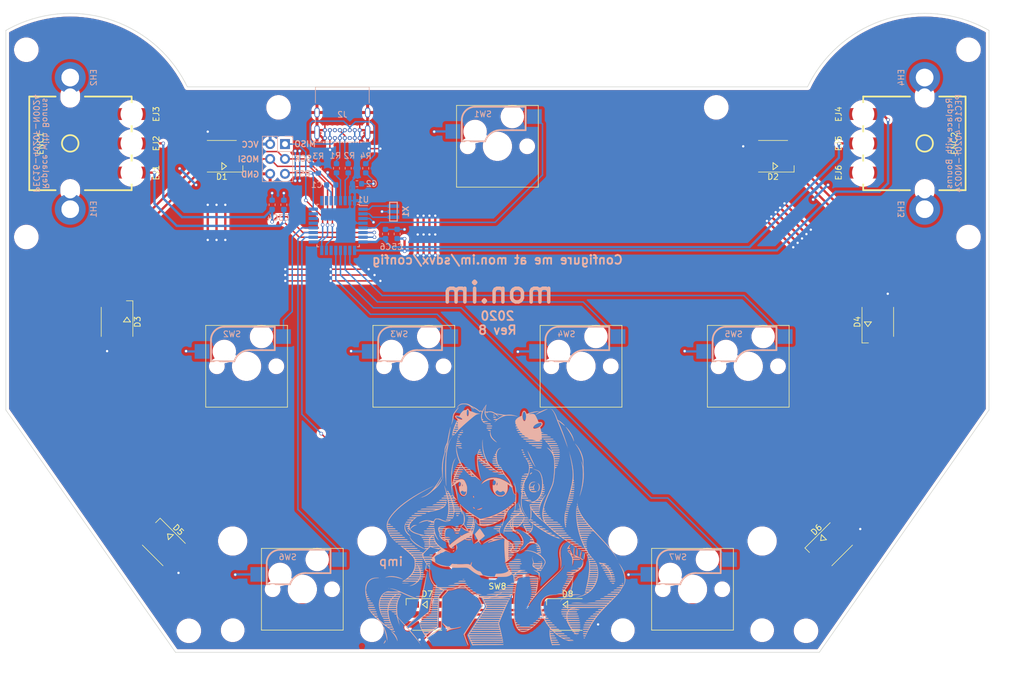
<source format=kicad_pcb>
(kicad_pcb (version 20171130) (host pcbnew "(5.1.5)-3")
  (title_block (title "Pocket Voltex") (rev 7) (company mon.im))
  (layers (0 F.Cu signal) (31 B.Cu signal) (34 B.Paste user) (35 F.Paste user) (36 B.SilkS user) (37 F.SilkS user) (38 B.Mask user) (39 F.Mask user) (44 Edge.Cuts user))
  (net 0 "")
  (net 1 "Net-(C1-Pad2)")
  (net 2 GND)
  (net 3 VCC)
  (net 4 /ENC1A)
  (net 5 /ENC1B)
  (net 6 /ENC2A)
  (net 7 /ENC2B)
  (net 8 /MOSI)
  (net 9 /SCLK)
  (net 10 "Net-(D1-Pad5)")
  (net 11 "Net-(D1-Pad6)")
  (net 12 "Net-(D2-Pad1)")
  (net 13 "Net-(D2-Pad2)")
  (net 14 "Net-(D2-Pad5)")
  (net 15 "Net-(D2-Pad6)")
  (net 16 "Net-(D3-Pad5)")
  (net 17 "Net-(D3-Pad6)")
  (net 18 "Net-(D4-Pad1)")
  (net 19 "Net-(D4-Pad2)")
  (net 20 "Net-(D5-Pad5)")
  (net 21 "Net-(D5-Pad6)")
  (net 22 "Net-(D6-Pad1)")
  (net 23 "Net-(D6-Pad2)")
  (net 24 "Net-(D7-Pad5)")
  (net 25 "Net-(D7-Pad6)")
  (net 26 /RESET)
  (net 27 /MISO)
  (net 28 "Net-(J2-PadA5)")
  (net 29 /D+)
  (net 30 /D-)
  (net 31 "Net-(J2-PadA8)")
  (net 32 "Net-(J2-PadB8)")
  (net 33 "Net-(R1-Pad2)")
  (net 34 "Net-(R2-Pad1)")
  (net 35 /SW_START)
  (net 36 /SW_A)
  (net 37 /SW_B)
  (net 38 /SW_C)
  (net 39 /SW_D)
  (net 40 /SW_FXL)
  (net 41 /SW_FXR)
  (net 42 /SW_MACRO)
  (net 43 "Net-(U1-Pad1)")
  (net 44 "Net-(U1-Pad2)")
  (net 45 "Net-(U1-Pad14)")
  (net 46 "Net-(U1-Pad21)")
  (net 47 "Net-(U1-Pad22)")
  (net 48 "Net-(U1-Pad23)")
  (net 49 "Net-(U1-Pad25)")
  (net 50 "Net-(U1-Pad26)")
  (module Package_QFP:TQFP-32_7x7mm_P0.8mm (layer B.Cu) (at 127.98 79.54 180)
    (fp_text reference U1 (at -4.27 4.44) (layer B.SilkS) (effects (justify mirror)))
    (fp_text value ATmega32U2-AU)
    (pad 32 smd rect (at -2.8 4.25 90) (size 1.6 0.55) (layers B.Cu B.Paste B.Mask) (net 3 VCC))
    (pad 31 smd rect (at -2 4.25 90) (size 1.6 0.55) (layers B.Cu B.Paste B.Mask) (net 3 VCC))
    (pad 30 smd rect (at -1.2 4.25 90) (size 1.6 0.55) (layers B.Cu B.Paste B.Mask) (net 34 "Net-(R2-Pad1)"))
    (pad 29 smd rect (at -0.4 4.25 90) (size 1.6 0.55) (layers B.Cu B.Paste B.Mask) (net 33 "Net-(R1-Pad2)"))
    (pad 28 smd rect (at 0.4 4.25 90) (size 1.6 0.55) (layers B.Cu B.Paste B.Mask) (net 2 GND))
    (pad 27 smd rect (at 1.2 4.25 90) (size 1.6 0.55) (layers B.Cu B.Paste B.Mask) (net 1 "Net-(C1-Pad2)"))
    (pad 26 smd rect (at 2 4.25 90) (size 1.6 0.55) (layers B.Cu B.Paste B.Mask) (net 50 "Net-(U1-Pad26)"))
    (pad 25 smd rect (at 2.8 4.25 90) (size 1.6 0.55) (layers B.Cu B.Paste B.Mask) (net 49 "Net-(U1-Pad25)"))
    (pad 24 smd rect (at 4.25 2.8 180) (size 1.6 0.55) (layers B.Cu B.Paste B.Mask) (net 26 /RESET))
    (pad 23 smd rect (at 4.25 2 180) (size 1.6 0.55) (layers B.Cu B.Paste B.Mask) (net 48 "Net-(U1-Pad23)"))
    (pad 22 smd rect (at 4.25 1.2 180) (size 1.6 0.55) (layers B.Cu B.Paste B.Mask) (net 47 "Net-(U1-Pad22)"))
    (pad 21 smd rect (at 4.25 0.4 180) (size 1.6 0.55) (layers B.Cu B.Paste B.Mask) (net 46 "Net-(U1-Pad21)"))
    (pad 20 smd rect (at 4.25 -0.4 180) (size 1.6 0.55) (layers B.Cu B.Paste B.Mask) (net 36 /SW_A))
    (pad 19 smd rect (at 4.25 -1.2 180) (size 1.6 0.55) (layers B.Cu B.Paste B.Mask) (net 40 /SW_FXL))
    (pad 18 smd rect (at 4.25 -2 180) (size 1.6 0.55) (layers B.Cu B.Paste B.Mask) (net 42 /SW_MACRO))
    (pad 17 smd rect (at 4.25 -2.8 180) (size 1.6 0.55) (layers B.Cu B.Paste B.Mask) (net 27 /MISO))
    (pad 16 smd rect (at 2.8 -4.25 90) (size 1.6 0.55) (layers B.Cu B.Paste B.Mask) (net 8 /MOSI))
    (pad 15 smd rect (at 2 -4.25 90) (size 1.6 0.55) (layers B.Cu B.Paste B.Mask) (net 9 /SCLK))
    (pad 14 smd rect (at 1.2 -4.25 90) (size 1.6 0.55) (layers B.Cu B.Paste B.Mask) (net 45 "Net-(U1-Pad14)"))
    (pad 13 smd rect (at 0.4 -4.25 90) (size 1.6 0.55) (layers B.Cu B.Paste B.Mask) (net 37 /SW_B))
    (pad 12 smd rect (at -0.4 -4.25 90) (size 1.6 0.55) (layers B.Cu B.Paste B.Mask) (net 41 /SW_FXR))
    (pad 11 smd rect (at -1.2 -4.25 90) (size 1.6 0.55) (layers B.Cu B.Paste B.Mask) (net 38 /SW_C))
    (pad 10 smd rect (at -2 -4.25 90) (size 1.6 0.55) (layers B.Cu B.Paste B.Mask) (net 39 /SW_D))
    (pad 9 smd rect (at -2.8 -4.25 90) (size 1.6 0.55) (layers B.Cu B.Paste B.Mask) (net 6 /ENC2A))
    (pad 8 smd rect (at -4.25 -2.8 180) (size 1.6 0.55) (layers B.Cu B.Paste B.Mask) (net 7 /ENC2B))
    (pad 7 smd rect (at -4.25 -2 180) (size 1.6 0.55) (layers B.Cu B.Paste B.Mask) (net 4 /ENC1A))
    (pad 6 smd rect (at -4.25 -1.2 180) (size 1.6 0.55) (layers B.Cu B.Paste B.Mask) (net 5 /ENC1B))
    (pad 5 smd rect (at -4.25 -0.4 180) (size 1.6 0.55) (layers B.Cu B.Paste B.Mask) (net 35 /SW_START))
    (pad 4 smd rect (at -4.25 0.4 180) (size 1.6 0.55) (layers B.Cu B.Paste B.Mask) (net 3 VCC))
    (pad 3 smd rect (at -4.25 1.2 180) (size 1.6 0.55) (layers B.Cu B.Paste B.Mask) (net 2 GND))
    (pad 2 smd rect (at -4.25 2 180) (size 1.6 0.55) (layers B.Cu B.Paste B.Mask) (net 44 "Net-(U1-Pad2)"))
    (pad 1 smd rect (at -4.25 2.8 180) (size 1.6 0.55) (layers B.Cu B.Paste B.Mask) (net 43 "Net-(U1-Pad1)"))
  )
  (module "Pocket Voltex:SMD_Standoff_M2_Wurth" (layer B.Cu) (at 228.2 54.25 90)
    (fp_text reference EH4 (at 0 -4 90) (layer B.SilkS) (effects (justify mirror)))
    (fp_text value "Encoder nut")
    (fp_circle (center 0 0) (end 2.075 0) (layer B.Cu) (width 1.15))
    (pad "" np_thru_hole circle (at 0 0 90) (size 3 3) (drill 3) (layers *.Cu *.Mask))
  )
  (module "Pocket Voltex:SMD_Standoff_M2_Wurth" (layer B.Cu) (at 228.2 76.75 90)
    (fp_text reference EH3 (at 0 -4 90) (layer B.SilkS) (effects (justify mirror)))
    (fp_text value "Encoder nut")
    (fp_circle (center 0 0) (end 2.075 0) (layer B.Cu) (width 1.15))
    (pad "" np_thru_hole circle (at 0 0 90) (size 3 3) (drill 3) (layers *.Cu *.Mask))
  )
  (module "Pocket Voltex:SMD_Standoff_M2_Wurth" (layer B.Cu) (at 82.2 54.25 270)
    (fp_text reference EH2 (at 0 -4 90) (layer B.SilkS) (effects (justify mirror)))
    (fp_text value "Encoder nut")
    (fp_circle (center 0 0) (end 2.075 0) (layer B.Cu) (width 1.15))
    (pad "" np_thru_hole circle (at 0 0 270) (size 3 3) (drill 3) (layers *.Cu *.Mask))
  )
  (module "Pocket Voltex:SMD_Standoff_M2_Wurth" (layer B.Cu) (at 82.2 76.75 270)
    (fp_text reference EH1 (at 0 -4 90) (layer B.SilkS) (effects (justify mirror)))
    (fp_text value "Encoder nut")
    (fp_circle (center 0 0) (end 2.075 0) (layer B.Cu) (width 1.15))
    (pad "" np_thru_hole circle (at 0 0 270) (size 3 3) (drill 3) (layers *.Cu *.Mask))
  )
  (module "Pocket Voltex:Encoder_Bourns_PEC16_hotswap" (layer F.Cu) (at 228.2 65.5 270)
    (fp_text reference ENC2 (at 0 -5.08 90) (layer F.SilkS))
    (fp_text value VOL_R)
    (pad C smd rect (at 5 10.5) (size 5.75 2) (layers F.Cu F.Paste F.Mask) (net 2 GND))
    (pad B smd rect (at 0 10.5) (size 5.75 2) (layers F.Cu F.Paste F.Mask) (net 7 /ENC2B))
    (pad A smd rect (at -5 10.5) (size 5.75 2) (layers F.Cu F.Paste F.Mask) (net 6 /ENC2A))
    (pad "" np_thru_hole oval (at -8 0 270) (size 2.8 2.4) (drill oval 2.8 2.4) (layers *.Cu *.Mask))
    (pad "" np_thru_hole oval (at 8 0 270) (size 2.8 2.4) (drill oval 2.8 2.4) (layers *.Cu *.Mask))
  )
  (module "Pocket Voltex:Encoder_Bourns_PEC16_hotswap" (layer F.Cu) (at 82.2 65.5 90)
    (fp_text reference ENC1 (at 0 -5.08 90) (layer F.SilkS))
    (fp_text value VOL_L)
    (pad C smd rect (at 5 10.5 180) (size 5.75 2) (layers F.Cu F.Paste F.Mask) (net 2 GND))
    (pad B smd rect (at 0 10.5 180) (size 5.75 2) (layers F.Cu F.Paste F.Mask) (net 5 /ENC1B))
    (pad A smd rect (at -5 10.5 180) (size 5.75 2) (layers F.Cu F.Paste F.Mask) (net 4 /ENC1A))
    (pad "" np_thru_hole oval (at -8 0 90) (size 2.8 2.4) (drill oval 2.8 2.4) (layers *.Cu *.Mask))
    (pad "" np_thru_hole oval (at 8 0 90) (size 2.8 2.4) (drill oval 2.8 2.4) (layers *.Cu *.Mask))
  )
  (module "Pocket Voltex:Harwin-SMD-Socket-S9091-46R" (layer F.Cu) (at 217.7 70.5 90)
    (fp_text reference EJ6 (at 0 -4.2 90) (layer F.SilkS))
    (fp_text value Hotswap)
    (pad "" np_thru_hole circle (at 0 0 90) (size 3.8 3.8) (drill 3.8) (layers *.Cu *.Mask))
    (pad 1 smd rect (at 0 0 180) (size 5.75 2) (layers F.Cu F.Paste F.Mask) (net 2 GND))
  )
  (module "Pocket Voltex:Harwin-SMD-Socket-S9091-46R" (layer F.Cu) (at 92.7 60.5 270)
    (fp_text reference EJ3 (at 0 -4.2 90) (layer F.SilkS))
    (fp_text value Hotswap)
    (pad "" np_thru_hole circle (at 0 0 270) (size 3.8 3.8) (drill 3.8) (layers *.Cu *.Mask))
    (pad 1 smd rect (at 0 0) (size 5.75 2) (layers F.Cu F.Paste F.Mask) (net 2 GND))
  )
  (module "Pocket Voltex:Harwin-SMD-Socket-S9091-46R" (layer F.Cu) (at 217.7 65.5 90)
    (fp_text reference EJ5 (at 0 -4.2 90) (layer F.SilkS))
    (fp_text value Hotswap)
    (pad "" np_thru_hole circle (at 0 0 90) (size 3.8 3.8) (drill 3.8) (layers *.Cu *.Mask))
    (pad 1 smd rect (at 0 0 180) (size 5.75 2) (layers F.Cu F.Paste F.Mask) (net 7 /ENC2B))
  )
  (module "Pocket Voltex:Harwin-SMD-Socket-S9091-46R" (layer F.Cu) (at 92.7 65.5 270)
    (fp_text reference EJ2 (at 0 -4.2 90) (layer F.SilkS))
    (fp_text value Hotswap)
    (pad "" np_thru_hole circle (at 0 0 270) (size 3.8 3.8) (drill 3.8) (layers *.Cu *.Mask))
    (pad 1 smd rect (at 0 0) (size 5.75 2) (layers F.Cu F.Paste F.Mask) (net 5 /ENC1B))
  )
  (module "Pocket Voltex:Harwin-SMD-Socket-S9091-46R" (layer F.Cu) (at 217.7 60.5 90)
    (fp_text reference EJ4 (at 0 -4.2 90) (layer F.SilkS))
    (fp_text value Hotswap)
    (pad "" np_thru_hole circle (at 0 0 90) (size 3.8 3.8) (drill 3.8) (layers *.Cu *.Mask))
    (pad 1 smd rect (at 0 0 180) (size 5.75 2) (layers F.Cu F.Paste F.Mask) (net 6 /ENC2A))
  )
  (module "Pocket Voltex:Harwin-SMD-Socket-S9091-46R" (layer F.Cu) (at 92.7 70.5 270)
    (fp_text reference EJ1 (at 0 -4.2 90) (layer F.SilkS))
    (fp_text value Hotswap)
    (pad "" np_thru_hole circle (at 0 0 270) (size 3.8 3.8) (drill 3.8) (layers *.Cu *.Mask))
    (pad 1 smd rect (at 0 0) (size 5.75 2) (layers F.Cu F.Paste F.Mask) (net 4 /ENC1A))
  )
  (module "Pocket Voltex:USB_C_Receptacle_GCT_USB4085" (layer B.Cu) (at 125.72 64.59)
    (fp_text reference J2 (at 2.98 -4.01) (layer B.SilkS) (effects (justify mirror)))
    (fp_text value USB_C_Receptacle)
    (pad S1 thru_hole oval (at 7.3 -4.36) (size 0.9 1.7) (drill oval 0.6 1.4) (layers *.Cu *.Mask) (net 2 GND))
    (pad S1 thru_hole oval (at -1.35 -4.36) (size 0.9 1.7) (drill oval 0.6 1.4) (layers *.Cu *.Mask) (net 2 GND))
    (pad S1 thru_hole oval (at 7.3 -0.98) (size 0.9 2.4) (drill oval 0.6 2.1) (layers *.Cu *.Mask) (net 2 GND))
    (pad S1 thru_hole oval (at -1.35 -0.98) (size 0.9 2.4) (drill oval 0.6 2.1) (layers *.Cu *.Mask) (net 2 GND))
    (pad B6 thru_hole circle (at 3.4 -1.35) (size 0.7 0.7) (drill 0.4) (layers *.Cu *.Mask) (net 29 /D+))
    (pad B1 thru_hole circle (at 5.95 -1.35) (size 0.7 0.7) (drill 0.4) (layers *.Cu *.Mask) (net 2 GND))
    (pad B4 thru_hole circle (at 5.1 -1.35) (size 0.7 0.7) (drill 0.4) (layers *.Cu *.Mask) (net 3 VCC))
    (pad B5 thru_hole circle (at 4.25 -1.35) (size 0.7 0.7) (drill 0.4) (layers *.Cu *.Mask) (net 28 "Net-(J2-PadA5)"))
    (pad B12 thru_hole circle (at 0 -1.35) (size 0.7 0.7) (drill 0.4) (layers *.Cu *.Mask) (net 2 GND))
    (pad B8 thru_hole circle (at 1.7 -1.35) (size 0.7 0.7) (drill 0.4) (layers *.Cu *.Mask) (net 32 "Net-(J2-PadB8)"))
    (pad B7 thru_hole circle (at 2.55 -1.35) (size 0.7 0.7) (drill 0.4) (layers *.Cu *.Mask) (net 30 /D-))
    (pad B9 thru_hole circle (at 0.85 -1.35) (size 0.7 0.7) (drill 0.4) (layers *.Cu *.Mask) (net 3 VCC))
    (pad A12 thru_hole circle (at 5.95 0) (size 0.7 0.7) (drill 0.4) (layers *.Cu *.Mask) (net 2 GND))
    (pad A9 thru_hole circle (at 5.1 0) (size 0.7 0.7) (drill 0.4) (layers *.Cu *.Mask) (net 3 VCC))
    (pad A8 thru_hole circle (at 4.25 0) (size 0.7 0.7) (drill 0.4) (layers *.Cu *.Mask) (net 31 "Net-(J2-PadA8)"))
    (pad A7 thru_hole circle (at 3.4 0) (size 0.7 0.7) (drill 0.4) (layers *.Cu *.Mask) (net 30 /D-))
    (pad A6 thru_hole circle (at 2.55 0) (size 0.7 0.7) (drill 0.4) (layers *.Cu *.Mask) (net 29 /D+))
    (pad A5 thru_hole circle (at 1.7 0) (size 0.7 0.7) (drill 0.4) (layers *.Cu *.Mask) (net 28 "Net-(J2-PadA5)"))
    (pad A4 thru_hole circle (at 0.85 0) (size 0.7 0.7) (drill 0.4) (layers *.Cu *.Mask) (net 3 VCC))
    (pad A1 thru_hole circle (at 0 0) (size 0.7 0.7) (drill 0.4) (layers *.Cu *.Mask) (net 2 GND))
  )
  (module Resistor_SMD:R_0603_1608Metric (layer B.Cu) (at 132.7 69.75 90)
    (fp_text reference R4 (at 2.1 0 180) (layer B.SilkS) (effects (justify mirror)))
    (fp_text value 5.1k hide)
    (pad 2 smd roundrect (at 0.7875 0 90) (size 0.875 0.95) (layers B.Cu B.Paste B.Mask) (net 28 "Net-(J2-PadA5)"))
    (pad 1 smd roundrect (at -0.7875 0 90) (size 0.875 0.95) (layers B.Cu B.Paste B.Mask) (net 2 GND))
  )
  (module Resistor_SMD:R_0603_1608Metric (layer B.Cu) (at 124.6 69.8 270)
    (fp_text reference R3 (at -2.1 0 180) (layer B.SilkS) (effects (justify mirror)))
    (fp_text value 10k hide)
    (pad 2 smd roundrect (at 0.7875 0 270) (size 0.875 0.95) (layers B.Cu B.Paste B.Mask) (net 26 /RESET))
    (pad 1 smd roundrect (at -0.7875 0 270) (size 0.875 0.95) (layers B.Cu B.Paste B.Mask) (net 3 VCC))
  )
  (module Resistor_SMD:R_0603_1608Metric (layer B.Cu) (at 129.7 69.75 90)
    (fp_text reference R2 (at 2.15 0.2 180) (layer B.SilkS) (effects (justify mirror)))
    (fp_text value 22R hide)
    (pad 2 smd roundrect (at 0.7875 0 90) (size 0.875 0.95) (layers B.Cu B.Paste B.Mask) (net 30 /D-))
    (pad 1 smd roundrect (at -0.7875 0 90) (size 0.875 0.95) (layers B.Cu B.Paste B.Mask) (net 34 "Net-(R2-Pad1)"))
  )
  (module Resistor_SMD:R_0603_1608Metric (layer B.Cu) (at 127.7 69.75 270)
    (fp_text reference R1 (at -2.15 0.2 180) (layer B.SilkS) (effects (justify mirror)))
    (fp_text value 22R hide)
    (pad 2 smd roundrect (at 0.7875 0 270) (size 0.875 0.95) (layers B.Cu B.Paste B.Mask) (net 33 "Net-(R1-Pad2)"))
    (pad 1 smd roundrect (at -0.7875 0 270) (size 0.875 0.95) (layers B.Cu B.Paste B.Mask) (net 29 /D+))
  )
  (module Connector_PinHeader_2.54mm:PinHeader_2x03_P2.54mm_Vertical (layer B.Cu) (at 118.9 65.62 180)
    (fp_text reference J1 hide)
    (fp_text value "Programming header" hide)
    (pad 6 thru_hole oval (at 2.54 -5.08 180) (size 1.7 1.7) (drill 1) (layers *.Cu *.Mask) (net 2 GND))
    (pad 5 thru_hole oval (at 0 -5.08 180) (size 1.7 1.7) (drill 1) (layers *.Cu *.Mask) (net 26 /RESET))
    (pad 4 thru_hole oval (at 2.54 -2.54 180) (size 1.7 1.7) (drill 1) (layers *.Cu *.Mask) (net 8 /MOSI))
    (pad 3 thru_hole oval (at 0 -2.54 180) (size 1.7 1.7) (drill 1) (layers *.Cu *.Mask) (net 9 /SCLK))
    (pad 2 thru_hole oval (at 2.54 0 180) (size 1.7 1.7) (drill 1) (layers *.Cu *.Mask) (net 3 VCC))
    (pad 1 thru_hole rect (at 0 0 180) (size 1.7 1.7) (drill 1) (layers *.Cu *.Mask) (net 27 /MISO))
  )
  (module MountingHole:MountingHole_3.2mm_M3 (layer F.Cu) (at 235.7 81.5)
    (fp_text reference H8 hide)
    (fp_text value MountingHole hide)
    (pad 1 np_thru_hole circle (at 0 0) (size 3.2 3.2) (drill 3.2) (layers *.Cu *.Mask))
  )
  (module MountingHole:MountingHole_3.2mm_M3 (layer F.Cu) (at 235.7 49.5)
    (fp_text reference H7 hide)
    (fp_text value MountingHole hide)
    (pad 1 np_thru_hole circle (at 0 0) (size 3.2 3.2) (drill 3.2) (layers *.Cu *.Mask))
  )
  (module MountingHole:MountingHole_3.2mm_M3 (layer F.Cu) (at 207.932 148.792)
    (fp_text reference H6 hide)
    (fp_text value MountingHole hide)
    (pad 1 np_thru_hole circle (at 0 0) (size 3.2 3.2) (drill 3.2) (layers *.Cu *.Mask))
  )
  (module MountingHole:MountingHole_3.2mm_M3 (layer F.Cu) (at 192.6 59.35)
    (fp_text reference H5 hide)
    (fp_text value MountingHole hide)
    (pad 1 np_thru_hole circle (at 0 0) (size 3.2 3.2) (drill 3.2) (layers *.Cu *.Mask))
  )
  (module MountingHole:MountingHole_3.2mm_M3 (layer F.Cu) (at 117.8 59.35)
    (fp_text reference H4 hide)
    (fp_text value MountingHole hide)
    (pad 1 np_thru_hole circle (at 0 0) (size 3.2 3.2) (drill 3.2) (layers *.Cu *.Mask))
  )
  (module MountingHole:MountingHole_3.2mm_M3 (layer F.Cu) (at 102.468 148.792)
    (fp_text reference H3 hide)
    (fp_text value MountingHole hide)
    (pad 1 np_thru_hole circle (at 0 0) (size 3.2 3.2) (drill 3.2) (layers *.Cu *.Mask))
  )
  (module MountingHole:MountingHole_3.2mm_M3 (layer F.Cu) (at 74.7 81.5)
    (fp_text reference H2 hide)
    (fp_text value MountingHole hide)
    (pad 1 np_thru_hole circle (at 0 0) (size 3.2 3.2) (drill 3.2) (layers *.Cu *.Mask))
  )
  (module MountingHole:MountingHole_3.2mm_M3 (layer F.Cu) (at 74.7 49.5)
    (fp_text reference H1 hide)
    (fp_text value MountingHole hide)
    (pad 1 np_thru_hole circle (at 0 0) (size 3.2 3.2) (drill 3.2) (layers *.Cu *.Mask))
  )
  (module Capacitor_SMD:C_0603_1608Metric (layer B.Cu) (at 136.07 80.98 270)
    (fp_text reference C6 (at 2.2 0) (layer B.SilkS) (effects (justify mirror)))
    (fp_text value 10nF hide)
    (pad 2 smd roundrect (at 0.7875 0 270) (size 0.875 0.95) (layers B.Cu B.Paste B.Mask) (net 7 /ENC2B))
    (pad 1 smd roundrect (at -0.7875 0 270) (size 0.875 0.95) (layers B.Cu B.Paste B.Mask) (net 2 GND))
  )
  (module Capacitor_SMD:C_0603_1608Metric (layer B.Cu) (at 138.07 80.98 90)
    (fp_text reference C5 (at -2.2 0 180) (layer B.SilkS) (effects (justify mirror)))
    (fp_text value 10nF hide)
    (pad 2 smd roundrect (at 0.7875 0 90) (size 0.875 0.95) (layers B.Cu B.Paste B.Mask) (net 2 GND))
    (pad 1 smd roundrect (at -0.7875 0 90) (size 0.875 0.95) (layers B.Cu B.Paste B.Mask) (net 6 /ENC2A))
  )
  (module Capacitor_SMD:C_0603_1608Metric (layer B.Cu) (at 116.7 76 270)
    (fp_text reference C4 (at 2.2 -0.1 180) (layer B.SilkS) (effects (justify mirror)))
    (fp_text value 10nF hide)
    (pad 2 smd roundrect (at 0.7875 0 270) (size 0.875 0.95) (layers B.Cu B.Paste B.Mask) (net 5 /ENC1B))
    (pad 1 smd roundrect (at -0.7875 0 270) (size 0.875 0.95) (layers B.Cu B.Paste B.Mask) (net 2 GND))
  )
  (module Capacitor_SMD:C_0603_1608Metric (layer B.Cu) (at 118.7 76 90)
    (fp_text reference C3 (at -2.2 0 180) (layer B.SilkS) (effects (justify mirror)))
    (fp_text value 10nF hide)
    (pad 2 smd roundrect (at 0.7875 0 90) (size 0.875 0.95) (layers B.Cu B.Paste B.Mask) (net 2 GND))
    (pad 1 smd roundrect (at -0.7875 0 90) (size 0.875 0.95) (layers B.Cu B.Paste B.Mask) (net 4 /ENC1A))
  )
  (module Capacitor_SMD:C_0603_1608Metric (layer B.Cu) (at 131.2 72.4)
    (fp_text reference C2 (at 2.5 0 180) (layer B.SilkS) (effects (justify mirror)))
    (fp_text value 10uF hide)
    (pad 2 smd roundrect (at 0.7875 0) (size 0.875 0.95) (layers B.Cu B.Paste B.Mask) (net 2 GND))
    (pad 1 smd roundrect (at -0.7875 0) (size 0.875 0.95) (layers B.Cu B.Paste B.Mask) (net 3 VCC))
  )
  (module Capacitor_SMD:C_0603_1608Metric (layer B.Cu) (at 126.8 72.6 180)
    (fp_text reference C1 (at 2.47 0.02 180) (layer B.SilkS) (effects (justify mirror)))
    (fp_text value 1uF hide)
    (pad 2 smd roundrect (at 0.7875 0 180) (size 0.875 0.95) (layers B.Cu B.Paste B.Mask) (net 1 "Net-(C1-Pad2)"))
    (pad 1 smd roundrect (at -0.7875 0 180) (size 0.875 0.95) (layers B.Cu B.Paste B.Mask) (net 2 GND))
  )
  (module "Pocket Voltex:Rasis" (layer B.Cu) (at 154.8 130.6 180)
    (fp_text reference LOGO1 hide)
    (fp_text value Rasis hide)
    (fp_poly (pts (xy 2.96155 11.503725) (xy 2.968343 11.460059) (xy 2.941983 11.397463) (xy 2.891873 11.384911) (xy 2.839219 11.394874) (xy 2.844662 11.438391) (xy 2.855621 11.460059) (xy 2.901582 11.51951) (xy 2.932091 11.535207) (xy 2.96155 11.503725)) (layer B.Cu) (width 0.01))
    (fp_poly (pts (xy 5.933764 10.001889) (xy 5.97426 9.957101) (xy 5.992601 9.911336) (xy 5.972907 9.889285) (xy 5.900202 9.882391) (xy 5.842751 9.881953) (xy 5.739611 9.884645) (xy 5.696598 9.898427) (xy 5.698735 9.931858) (xy 5.711243 9.957101) (xy 5.781062 10.018645) (xy 5.842751 10.032249) (xy 5.933764 10.001889)) (layer B.Cu) (width 0.01))
    (fp_poly (pts (xy 5.995507 9.65287) (xy 6.107587 9.638926) (xy 6.170275 9.610138) (xy 6.196337 9.561964) (xy 6.199704 9.521927) (xy 6.164715 9.515486) (xy 6.070077 9.510323) (xy 5.93129 9.507054) (xy 5.803856 9.506213) (xy 5.628443 9.506856) (xy 5.516242 9.510464) (xy 5.455319 9.519561) (xy 5.433739 9.536669) (xy 5.439568 9.564307) (xy 5.448225 9.581361) (xy 5.475878 9.617776) (xy 5.522043 9.640195) (xy 5.60298 9.651894) (xy 5.734948 9.656149) (xy 5.821266 9.656509) (xy 5.995507 9.65287)) (layer B.Cu) (width 0.01))
    (fp_poly (pts (xy 4.057557 8.800811) (xy 4.057988 8.792308) (xy 4.029103 8.756178) (xy 4.018197 8.754734) (xy 3.995756 8.777753) (xy 4.001627 8.792308) (xy 4.035391 8.828153) (xy 4.041419 8.829882) (xy 4.057557 8.800811)) (layer B.Cu) (width 0.01))
    (fp_poly (pts (xy 3.982901 8.520007) (xy 4.017228 8.484237) (xy 4.020414 8.454142) (xy 4.010831 8.409601) (xy 3.96991 8.387065) (xy 3.87939 8.37945) (xy 3.826721 8.378994) (xy 3.714796 8.380404) (xy 3.665702 8.389543) (xy 3.667127 8.413774) (xy 3.701035 8.454142) (xy 3.802553 8.515508) (xy 3.894729 8.52929) (xy 3.982901 8.520007)) (layer B.Cu) (width 0.01))
    (fp_poly (pts (xy 6.984397 7.395266) (xy 7.019497 7.369103) (xy 7.019261 7.336748) (xy 6.979631 7.273359) (xy 6.909424 7.266407) (xy 6.828959 7.31704) (xy 6.820933 7.325532) (xy 6.779738 7.375617) (xy 6.787594 7.397043) (xy 6.855765 7.401984) (xy 6.891754 7.402071) (xy 6.984397 7.395266)) (layer B.Cu) (width 0.01))
    (fp_poly (pts (xy -1.31368 2.118412) (xy -1.205364 2.073462) (xy -1.193882 2.066709) (xy -1.070858 1.991701) (xy -1.31822 1.991561) (xy -1.448305 1.995038) (xy -1.546762 2.004266) (xy -1.590631 2.01647) (xy -1.621487 2.073964) (xy -1.593931 2.114841) (xy -1.523252 2.137165) (xy -1.424739 2.139001) (xy -1.31368 2.118412)) (layer B.Cu) (width 0.01))
    (fp_poly (pts (xy -1.080251 1.764402) (xy -0.872951 1.761698) (xy -0.724445 1.753894) (xy -0.618445 1.738963) (xy -0.538659 1.714882) (xy -0.488462 1.690829) (xy -0.356953 1.61883) (xy -0.948743 1.617256) (xy -1.171502 1.617109) (xy -1.330015 1.618949) (xy -1.435182 1.624129) (xy -1.497902 1.634007) (xy -1.529073 1.649935) (xy -1.539596 1.67327) (xy -1.540533 1.690829) (xy -1.536237 1.722261) (xy -1.515129 1.743382) (xy -1.464878 1.756161) (xy -1.373153 1.76257) (xy -1.227624 1.76458) (xy -1.080251 1.764402)) (layer B.Cu) (width 0.01))
    (fp_poly (pts (xy -0.685725 1.388137) (xy -0.396688 1.386866) (xy -0.172086 1.384088) (xy -0.001208 1.379068) (xy 0.126655 1.371067) (xy 0.222213 1.359349) (xy 0.296177 1.343177) (xy 0.359255 1.321813) (xy 0.37574 1.315089) (xy 0.544822 1.24414) (xy -0.493835 1.24204) (xy -0.803633 1.241833) (xy -1.046474 1.242903) (xy -1.230545 1.245694) (xy -1.364031 1.250647) (xy -1.455119 1.258205) (xy -1.511996 1.26881) (xy -1.542847 1.282903) (xy -1.5553 1.299375) (xy -1.575194 1.359272) (xy -1.578107 1.374523) (xy -1.542254 1.37884) (xy -1.441576 1.382529) (xy -1.286396 1.385432) (xy -1.087036 1.387392) (xy -0.853816 1.388251) (xy -0.685725 1.388137)) (layer B.Cu) (width 0.01))
    (fp_poly (pts (xy 2.95406 10.738284) (xy 2.919895 10.336044) (xy 2.863689 9.902219) (xy 2.783946 9.428334) (xy 2.679173 8.905913) (xy 2.547873 8.326479) (xy 2.477106 8.034204) (xy 2.428561 7.831696) (xy 2.388951 7.655622) (xy 2.36087 7.518446) (xy 2.346913 7.432629) (xy 2.347075 7.409631) (xy 2.38633 7.419654) (xy 2.47316 7.467118) (xy 2.595392 7.543887) (xy 2.740852 7.641824) (xy 2.897366 7.752794) (xy 3.05276 7.868661) (xy 3.160368 7.953171) (xy 3.408754 8.15355) (xy 3.727734 8.15355) (xy 3.889269 8.155832) (xy 3.998737 8.166199) (xy 4.079165 8.189936) (xy 4.153581 8.232325) (xy 4.193253 8.260357) (xy 4.294071 8.343035) (xy 4.431194 8.468061) (xy 4.590923 8.621685) (xy 4.759559 8.790159) (xy 4.9234 8.959737) (xy 5.068749 9.116668) (xy 5.181903 9.247206) (xy 5.203994 9.274661) (xy 5.284661 9.37299) (xy 5.3479 9.44246) (xy 5.378397 9.467132) (xy 5.404338 9.436629) (xy 5.42608 9.374704) (xy 5.438244 9.335053) (xy 5.459913 9.308503) (xy 5.504304 9.292428) (xy 5.584631 9.284199) (xy 5.714111 9.281189) (xy 5.898506 9.280769) (xy 6.090179 9.279763) (xy 6.220373 9.275346) (xy 6.302748 9.265418) (xy 6.350961 9.247881) (xy 6.378671 9.220637) (xy 6.387574 9.205621) (xy 6.401602 9.173464) (xy 6.395018 9.152098) (xy 6.356292 9.13932) (xy 6.273896 9.132927) (xy 6.136298 9.130715) (xy 5.994369 9.130474) (xy 5.823966 9.129095) (xy 5.685073 9.125348) (xy 5.592499 9.119812) (xy 5.560947 9.113454) (xy 5.574867 9.070464) (xy 5.604552 9.000733) (xy 5.625646 8.960016) (xy 5.654094 8.932877) (xy 5.703837 8.916564) (xy 5.788814 8.908321) (xy 5.922967 8.905394) (xy 6.088993 8.90503) (xy 6.282459 8.90348) (xy 6.413286 8.897766) (xy 6.493941 8.886289) (xy 6.53689 8.867451) (xy 6.552637 8.845596) (xy 6.572531 8.785699) (xy 6.575444 8.770448) (xy 6.540436 8.764049) (xy 6.445669 8.758906) (xy 6.306532 8.75562) (xy 6.173887 8.754734) (xy 5.772331 8.754734) (xy 5.880325 8.642012) (xy 5.934654 8.589061) (xy 5.986765 8.555981) (xy 6.055562 8.538105) (xy 6.159948 8.530764) (xy 6.318829 8.529294) (xy 6.336921 8.52929) (xy 6.503376 8.527615) (xy 6.610544 8.520553) (xy 6.674247 8.505043) (xy 6.710311 8.478029) (xy 6.72574 8.454142) (xy 6.741245 8.417855) (xy 6.731582 8.395643) (xy 6.683886 8.384061) (xy 6.585294 8.379661) (xy 6.445257 8.378994) (xy 6.300593 8.377226) (xy 6.189845 8.372506) (xy 6.13023 8.365712) (xy 6.124556 8.362653) (xy 6.136472 8.319281) (xy 6.1612 8.249931) (xy 6.18228 8.204033) (xy 6.213685 8.175647) (xy 6.271605 8.160572) (xy 6.372226 8.154607) (xy 6.531736 8.15355) (xy 6.532558 8.15355) (xy 6.69348 8.152023) (xy 6.794527 8.145286) (xy 6.850946 8.130106) (xy 6.877985 8.10325) (xy 6.886923 8.078402) (xy 6.891546 8.042663) (xy 6.873588 8.020508) (xy 6.819517 8.008708) (xy 6.7158 8.004035) (xy 6.571926 8.003255) (xy 6.237278 8.003255) (xy 6.237278 7.78044) (xy 6.621971 7.769732) (xy 6.798274 7.763226) (xy 6.912872 7.753767) (xy 6.979207 7.738767) (xy 7.010721 7.715639) (xy 7.019252 7.693269) (xy 7.017655 7.661131) (xy 6.98858 7.64149) (xy 6.918224 7.631368) (xy 6.792782 7.627786) (xy 6.714484 7.627515) (xy 6.500762 7.635748) (xy 6.338434 7.662637) (xy 6.232661 7.698926) (xy 5.969139 7.783662) (xy 5.729276 7.799814) (xy 5.51597 7.747715) (xy 5.33212 7.627696) (xy 5.295427 7.591699) (xy 5.208833 7.476361) (xy 5.112054 7.308296) (xy 5.014334 7.107368) (xy 4.924915 6.893444) (xy 4.85304 6.686389) (xy 4.822594 6.575444) (xy 4.782841 6.320574) (xy 4.773272 6.034449) (xy 4.791881 5.739894) (xy 4.836664 5.459735) (xy 4.905617 5.216796) (xy 4.951196 5.111093) (xy 5.07788 4.919973) (xy 5.226016 4.797707) (xy 5.390236 4.74295) (xy 5.565168 4.754358) (xy 5.745444 4.830585) (xy 5.925692 4.970289) (xy 6.100543 5.172125) (xy 6.264627 5.434747) (xy 6.267814 5.440709) (xy 6.347095 5.609755) (xy 6.434445 5.829049) (xy 6.521902 6.075421) (xy 6.601508 6.3257) (xy 6.665302 6.556715) (xy 6.693151 6.678772) (xy 6.730469 6.828558) (xy 6.766446 6.903235) (xy 6.801103 6.902828) (xy 6.8228 6.862653) (xy 6.821341 6.807897) (xy 6.802734 6.697197) (xy 6.770172 6.54695) (xy 6.7295 6.383585) (xy 6.611654 5.902068) (xy 6.525808 5.468433) (xy 6.468881 5.064105) (xy 6.437788 4.67051) (xy 6.435103 4.609763) (xy 6.414462 4.090679) (xy 6.273557 3.872673) (xy 6.08941 3.624271) (xy 5.843539 3.350815) (xy 5.542516 3.058606) (xy 5.192911 2.753945) (xy 4.801295 2.443133) (xy 4.715533 2.378565) (xy 4.566334 2.270163) (xy 4.382536 2.141247) (xy 4.172661 1.997364) (xy 3.945236 1.844061) (xy 3.708785 1.686883) (xy 3.471833 1.531378) (xy 3.242904 1.383092) (xy 3.030523 1.247571) (xy 2.843215 1.130362) (xy 2.689504 1.03701) (xy 2.577917 0.973063) (xy 2.516976 0.944067) (xy 2.509323 0.943151) (xy 2.470541 0.952094) (xy 2.373831 0.973355) (xy 2.234749 1.003534) (xy 2.104142 1.031662) (xy 1.224266 1.253719) (xy 0.381924 1.533275) (xy -0.419257 1.868482) (xy -1.175652 2.25749) (xy -1.883632 2.698448) (xy -2.174462 2.916174) (xy 2.114596 2.916174) (xy 2.12795 2.882216) (xy 2.177536 2.812797) (xy 2.204391 2.779822) (xy 2.359396 2.645049) (xy 2.555403 2.546843) (xy 2.770148 2.491295) (xy 2.981364 2.484494) (xy 3.144373 2.522746) (xy 3.197038 2.546498) (xy 3.206127 2.564124) (xy 3.16255 2.582013) (xy 3.057217 2.606552) (xy 3.0111 2.616403) (xy 2.861216 2.655632) (xy 2.676957 2.714373) (xy 2.668196 2.717563) (xy 3.419231 2.717563) (xy 3.448273 2.676933) (xy 3.520483 2.670792) (xy 3.613482 2.696872) (xy 3.695968 2.745627) (xy 3.77028 2.832408) (xy 3.79497 2.91378) (xy 3.787937 2.974746) (xy 3.751969 2.984675) (xy 3.691642 2.96491) (xy 3.584077 2.907914) (xy 3.489487 2.830997) (xy 3.429563 2.753852) (xy 3.419231 2.717563) (xy 2.668196 2.717563) (xy 2.492568 2.781511) (xy 2.450095 2.798456) (xy 2.308416 2.8543) (xy 2.195403 2.895231) (xy 2.127126 2.915609) (xy 2.114596 2.916174) (xy -2.174462 2.916174) (xy -2.539573 3.189508) (xy -3.091651 3.681702) (xy -3.460206 4.039201) (xy -3.482729 4.529386) (xy -3.484981 4.578417) (xy 3.569527 4.578417) (xy 3.595579 4.54754) (xy 3.657955 4.556477) (xy 3.732987 4.599787) (xy 3.757396 4.621598) (xy 3.821344 4.710575) (xy 3.8191 4.796913) (xy 3.760188 4.889846) (xy 3.7067 4.94512) (xy 3.677973 4.941211) (xy 3.669562 4.922189) (xy 3.618646 4.763367) (xy 3.587728 4.661801) (xy 3.572754 4.603555) (xy 3.569527 4.578417) (xy -3.484981 4.578417) (xy -3.505253 5.019571) (xy -3.315452 5.186931) (xy -3.256435 5.238649) (xy -3.209695 5.282985) (xy -3.171068 5.329734) (xy -3.136388 5.388695) (xy -3.101488 5.469664) (xy -3.062203 5.582441) (xy -3.014369 5.736821) (xy -2.953818 5.942603) (xy -2.876386 6.209584) (xy -2.86722 6.241177) (xy -2.835608 6.28767) (xy -2.769253 6.358449) (xy -2.685533 6.437784) (xy -2.601828 6.509943) (xy -2.535517 6.559195) (xy -2.504047 6.56992) (xy -2.490546 6.530135) (xy -2.462132 6.43579) (xy -2.424126 6.304697) (xy -2.410289 6.256065) (xy -2.285436 5.890114) (xy -2.13116 5.562232) (xy -1.952927 5.280021) (xy -1.756205 5.051086) (xy -1.546462 4.883028) (xy -1.357657 4.792259) (xy -1.075386 4.736143) (xy -0.770918 4.74313) (xy -0.460412 4.811702) (xy -0.245749 4.896658) (xy 0.077985 5.09103) (xy 0.360802 5.343415) (xy 0.595393 5.644609) (xy 0.774448 5.98541) (xy 0.881451 6.31574) (xy 0.909984 6.490179) (xy 0.928374 6.7119) (xy 0.936063 6.953855) (xy 0.932493 7.188992) (xy 0.917108 7.390262) (xy 0.905184 7.467826) (xy 0.890612 7.560022) (xy 0.899295 7.610338) (xy 0.94337 7.622914) (xy 1.034977 7.601893) (xy 1.168304 7.557598) (xy 1.4407 7.447987) (xy 1.717475 7.308868) (xy 1.969973 7.155681) (xy 2.123831 7.042761) (xy 2.228652 6.960969) (xy 2.309254 6.904781) (xy 2.350078 6.88493) (xy 2.351677 6.885603) (xy 2.343363 6.923957) (xy 2.306069 7.008191) (xy 2.256095 7.104702) (xy 2.112861 7.300649) (xy 1.906829 7.489278) (xy 1.650349 7.662716) (xy 1.355769 7.81309) (xy 1.035438 7.93253) (xy 0.896288 7.971552) (xy 0.598465 8.022453) (xy 0.258544 8.039959) (xy -0.098714 8.024984) (xy -0.44855 7.978441) (xy -0.732692 7.911475) (xy -1.068767 7.794126) (xy -1.431145 7.636897) (xy -1.792686 7.452734) (xy -2.126248 7.254584) (xy -2.170245 7.22575) (xy -2.31116 7.132225) (xy -2.431213 7.052709) (xy -2.514991 6.997401) (xy -2.543926 6.978468) (xy -2.560606 6.986146) (xy -2.544449 7.046101) (xy -2.501234 7.146143) (xy -2.436739 7.274079) (xy -2.356743 7.417721) (xy -2.267023 7.564876) (xy -2.262998 7.571154) (xy -2.152817 7.731489) (xy -2.018444 7.911212) (xy -1.886739 8.074564) (xy -1.871398 8.09252) (xy -1.764603 8.218687) (xy -1.671405 8.332782) (xy -1.606902 8.416176) (xy -1.592965 8.436077) (xy -1.562678 8.473589) (xy -1.52035 8.499129) (xy -1.451216 8.515841) (xy -1.340509 8.526873) (xy -1.173466 8.535368) (xy -1.116126 8.537661) (xy -0.897427 8.550024) (xy -0.730791 8.570026) (xy -0.593227 8.601482) (xy -0.469675 8.644991) (xy -0.244231 8.735947) (xy -0.713905 8.754734) (xy -1.18358 8.773521) (xy -0.94931 8.839275) (xy -0.763568 8.877523) (xy -0.53234 8.898948) (xy -0.26826 8.90503) (xy -0.071216 8.906482) (xy 0.070715 8.912904) (xy 0.177541 8.927393) (xy 0.269273 8.953046) (xy 0.36592 8.992961) (xy 0.399245 9.008358) (xy 0.61997 9.111687) (xy 0.207805 9.122435) (xy -0.204361 9.133183) (xy -0.092787 9.206729) (xy -0.03431 9.238598) (xy 0.036784 9.259894) (xy 0.136161 9.272634) (xy 0.279485 9.278837) (xy 0.479815 9.280522) (xy 0.675416 9.281549) (xy 0.812923 9.286283) (xy 0.909383 9.297571) (xy 0.981846 9.318262) (xy 1.04736 9.351203) (xy 1.099785 9.384098) (xy 1.258728 9.487426) (xy 0.813721 9.498042) (xy 0.368714 9.508659) (xy 0.462695 9.582584) (xy 0.510474 9.613583) (xy 0.570447 9.634598) (xy 0.65721 9.647495) (xy 0.785357 9.654142) (xy 0.969483 9.656406) (xy 1.04063 9.656509) (xy 1.239318 9.65701) (xy 1.378223 9.660367) (xy 1.47271 9.669364) (xy 1.538145 9.686781) (xy 1.589891 9.715403) (xy 1.643314 9.75801) (xy 1.654674 9.767704) (xy 1.784763 9.878899) (xy 1.299872 9.880426) (xy 1.102007 9.881391) (xy 0.968917 9.884086) (xy 0.890231 9.890418) (xy 0.855576 9.902296) (xy 0.854581 9.921627) (xy 0.876872 9.950318) (xy 0.882988 9.957101) (xy 0.916137 9.986996) (xy 0.960932 10.007761) (xy 1.030429 10.021033) (xy 1.137685 10.028446) (xy 1.29576 10.031636) (xy 1.482965 10.032249) (xy 2.014935 10.032249) (xy 2.122929 10.144971) (xy 2.230923 10.257692) (xy 1.7824 10.259267) (xy 1.333876 10.260842) (xy 1.465385 10.33284) (xy 1.544839 10.36759) (xy 1.642254 10.389718) (xy 1.775839 10.40176) (xy 1.963802 10.40625) (xy 1.993784 10.406413) (xy 2.171031 10.407911) (xy 2.290211 10.413301) (xy 2.368407 10.426449) (xy 2.422699 10.451222) (xy 2.470168 10.491487) (xy 2.498669 10.52071) (xy 2.606663 10.633432) (xy 2.289648 10.634268) (xy 1.972633 10.635103) (xy 2.066568 10.70858) (xy 2.136829 10.749381) (xy 2.231154 10.772465) (xy 2.370598 10.781966) (xy 2.445151 10.782892) (xy 2.596686 10.786222) (xy 2.694141 10.798472) (xy 2.758487 10.824668) (xy 2.810691 10.869834) (xy 2.811498 10.870691) (xy 2.868437 10.93863) (xy 2.893164 10.982659) (xy 2.893195 10.983413) (xy 2.859159 10.997354) (xy 2.771144 11.006707) (xy 2.680715 11.009172) (xy 2.561745 11.010393) (xy 2.505587 11.018333) (xy 2.499907 11.039409) (xy 2.53237 11.080036) (xy 2.536243 11.08432) (xy 2.608356 11.135189) (xy 2.718065 11.157149) (xy 2.791946 11.159468) (xy 2.979641 11.159468) (xy 2.95406 10.738284)) (layer B.Cu) (width 0.01))
    (fp_poly (pts (xy 0 1.013261) (xy 0.359404 1.012724) (xy 0.652513 1.011284) (xy 0.888177 1.008538) (xy 1.075248 1.004083) (xy 1.222578 0.997517) (xy 1.339016 0.988438) (xy 1.433413 0.976442) (xy 1.514622 0.961127) (xy 1.591492 0.942091) (xy 1.596893 0.940621) (xy 1.859911 0.868723) (xy 0.37574 0.86671) (xy 0.001892 0.866351) (xy -0.304251 0.866613) (xy -0.550134 0.867835) (xy -0.7432 0.870354) (xy -0.890892 0.874511) (xy -1.000653 0.880643) (xy -1.079928 0.889088) (xy -1.136159 0.900186) (xy -1.17679 0.914275) (xy -1.209264 0.931694) (xy -1.221154 0.939349) (xy -1.333876 1.014002) (xy 0 1.013261)) (layer B.Cu) (width 0.01))
    (fp_poly (pts (xy 1.356857 0.638676) (xy 1.674584 0.638219) (xy 1.930521 0.63707) (xy 2.131347 0.634913) (xy 2.28374 0.63143) (xy 2.394379 0.626306) (xy 2.469943 0.619222) (xy 2.517111 0.609863) (xy 2.542562 0.597912) (xy 2.552974 0.583051) (xy 2.555026 0.564964) (xy 2.55503 0.56361) (xy 2.553201 0.544577) (xy 2.543072 0.529064) (xy 2.517674 0.516713) (xy 2.470042 0.507166) (xy 2.39321 0.500064) (xy 2.28021 0.495048) (xy 2.124076 0.491761) (xy 1.917842 0.489843) (xy 1.654541 0.488936) (xy 1.327207 0.488682) (xy 1.099038 0.488693) (xy 0.720799 0.489116) (xy 0.410461 0.490435) (xy 0.160781 0.492918) (xy -0.035485 0.496836) (xy -0.18558 0.502461) (xy -0.296748 0.51006) (xy -0.376232 0.519906) (xy -0.431277 0.532268) (xy -0.468665 0.547175) (xy -0.549577 0.591535) (xy -0.595681 0.620849) (xy -0.597042 0.622092) (xy -0.564382 0.625631) (xy -0.464212 0.628914) (xy -0.304172 0.631859) (xy -0.091899 0.634385) (xy 0.164968 0.636411) (xy 0.45879 0.637856) (xy 0.781929 0.638639) (xy 0.970661 0.638758) (xy 1.356857 0.638676)) (layer B.Cu) (width 0.01))
    (fp_poly (pts (xy 1.938848 0.261019) (xy 2.136637 0.259413) (xy 2.283187 0.25604) (xy 2.386465 0.250403) (xy 2.454441 0.242003) (xy 2.495086 0.230345) (xy 2.516366 0.21493) (xy 2.526253 0.195262) (xy 2.528343 0.18787) (xy 2.532127 0.165378) (xy 2.524808 0.147912) (xy 2.498155 0.134862) (xy 2.44394 0.125613) (xy 2.353933 0.119555) (xy 2.219904 0.116075) (xy 2.033622 0.114561) (xy 1.786859 0.1144) (xy 1.546408 0.114821) (xy 1.239904 0.115934) (xy 0.998637 0.118247) (xy 0.812696 0.12238) (xy 0.672174 0.128952) (xy 0.56716 0.138579) (xy 0.487745 0.151881) (xy 0.42402 0.169476) (xy 0.37574 0.18787) (xy 0.206657 0.258819) (xy 1.357674 0.260919) (xy 1.68185 0.261355) (xy 1.938848 0.261019)) (layer B.Cu) (width 0.01))
    (fp_poly (pts (xy 2.038388 -0.123779) (xy 2.056193 -0.13307) (xy 2.008986 -0.138966) (xy 1.953846 -0.140062) (xy 1.872579 -0.137131) (xy 1.850271 -0.129637) (xy 1.869305 -0.123779) (xy 1.978795 -0.117562) (xy 2.038388 -0.123779)) (layer B.Cu) (width 0.01))
    (fp_poly (pts (xy 4.225323 -2.036231) (xy 4.283432 -2.066568) (xy 4.414941 -2.138566) (xy 4.236464 -2.140141) (xy 4.12736 -2.136796) (xy 4.074273 -2.119053) (xy 4.058368 -2.079148) (xy 4.057988 -2.066568) (xy 4.073688 -2.008964) (xy 4.126573 -1.998852) (xy 4.225323 -2.036231)) (layer B.Cu) (width 0.01))
    (fp_poly (pts (xy -0.648672 -2.008453) (xy -0.501878 -2.059492) (xy -0.488462 -2.066568) (xy -0.356953 -2.138566) (xy -0.729122 -2.140141) (xy -0.898128 -2.140347) (xy -1.003233 -2.137418) (xy -1.055683 -2.128635) (xy -1.066724 -2.111277) (xy -1.047603 -2.082623) (xy -1.033284 -2.066568) (xy -0.938845 -2.011991) (xy -0.802484 -1.992619) (xy -0.648672 -2.008453)) (layer B.Cu) (width 0.01))
    (fp_poly (pts (xy 4.634506 -2.37358) (xy 4.805279 -2.391736) (xy 4.922053 -2.419969) (xy 4.977007 -2.456621) (xy 4.975155 -2.485376) (xy 4.932163 -2.497426) (xy 4.828842 -2.507411) (xy 4.680003 -2.514385) (xy 4.500457 -2.517402) (xy 4.472602 -2.517455) (xy 4.274996 -2.516901) (xy 4.140983 -2.513986) (xy 4.059011 -2.506838) (xy 4.017526 -2.49358) (xy 4.004977 -2.472338) (xy 4.009527 -2.442308) (xy 4.024288 -2.408439) (xy 4.056654 -2.386585) (xy 4.120715 -2.374151) (xy 4.23056 -2.368542) (xy 4.400276 -2.367165) (xy 4.417555 -2.36716) (xy 4.634506 -2.37358)) (layer B.Cu) (width 0.01))
    (fp_poly (pts (xy -0.127416 -2.373872) (xy 0.01819 -2.380861) (xy 0.121101 -2.392546) (xy 0.19212 -2.409631) (xy 0.22731 -2.424485) (xy 0.30261 -2.468196) (xy 0.337815 -2.498032) (xy 0.338166 -2.499633) (xy 0.303115 -2.511865) (xy 0.20743 -2.517877) (xy 0.065309 -2.518309) (xy -0.109048 -2.513798) (xy -0.301441 -2.504983) (xy -0.497671 -2.492504) (xy -0.683538 -2.476999) (xy -0.844843 -2.459107) (xy -0.958136 -2.441324) (xy -1.296302 -2.375158) (xy -0.589924 -2.371159) (xy -0.32652 -2.370873) (xy -0.127416 -2.373872)) (layer B.Cu) (width 0.01))
    (fp_poly (pts (xy -2.340472 -3.147846) (xy -2.329586 -3.193787) (xy -2.343566 -3.244711) (xy -2.398794 -3.265919) (xy -2.466918 -3.268935) (xy -2.555116 -3.266528) (xy -2.579468 -3.251141) (xy -2.551273 -3.210528) (xy -2.536243 -3.193787) (xy -2.460259 -3.136723) (xy -2.39891 -3.118639) (xy -2.340472 -3.147846)) (layer B.Cu) (width 0.01))
    (fp_poly (pts (xy 5.859913 -0.562842) (xy 5.862364 -0.598052) (xy 5.878293 -0.665521) (xy 5.917804 -0.769443) (xy 5.943528 -0.826627) (xy 5.988926 -0.929322) (xy 6.015306 -1.003075) (xy 6.018286 -1.022587) (xy 6.02623 -1.074425) (xy 6.048913 -1.144702) (xy 6.066152 -1.184268) (xy 6.091117 -1.211005) (xy 6.137081 -1.227426) (xy 6.217318 -1.236046) (xy 6.345101 -1.239379) (xy 6.533704 -1.23994) (xy 6.551707 -1.239941) (xy 6.751276 -1.23853) (xy 6.887875 -1.233317) (xy 6.973642 -1.222825) (xy 7.02072 -1.205581) (xy 7.041098 -1.180507) (xy 7.062958 -1.078676) (xy 7.036743 -1.022485) (xy 7.004661 -1.014497) (xy 6.98862 -0.996974) (xy 7.021295 -0.953093) (xy 7.087408 -0.895888) (xy 7.171677 -0.838393) (xy 7.258824 -0.793639) (xy 7.26768 -0.790149) (xy 7.35297 -0.769007) (xy 7.487301 -0.74783) (xy 7.644673 -0.730563) (xy 7.678929 -0.727748) (xy 7.943952 -0.726835) (xy 8.15286 -0.772406) (xy 8.311807 -0.868874) (xy 8.426945 -1.020649) (xy 8.504426 -1.232145) (xy 8.526438 -1.335484) (xy 8.546832 -1.493546) (xy 8.559967 -1.683658) (xy 8.562994 -1.852126) (xy 8.558641 -2.141716) (xy 8.298486 -2.141716) (xy 8.130414 -2.148862) (xy 7.999638 -2.175881) (xy 7.869188 -2.231148) (xy 7.842316 -2.245044) (xy 7.646302 -2.348373) (xy 8.115976 -2.359263) (xy 8.585651 -2.370154) (xy 8.421858 -2.443805) (xy 8.27948 -2.490708) (xy 8.103936 -2.513606) (xy 7.961577 -2.517455) (xy 7.802374 -2.521111) (xy 7.707897 -2.533196) (xy 7.668027 -2.55539) (xy 7.665089 -2.566635) (xy 7.699264 -2.659938) (xy 7.790626 -2.726149) (xy 7.890533 -2.75019) (xy 8.022041 -2.761686) (xy 7.945759 -2.837969) (xy 7.904647 -2.894022) (xy 7.878952 -2.974296) (xy 7.864232 -3.097867) (xy 7.858333 -3.213462) (xy 7.852204 -3.353986) (xy 7.845831 -3.461285) (xy 7.840363 -3.516907) (xy 7.839192 -3.52067) (xy 7.809439 -3.501283) (xy 7.736247 -3.442643) (xy 7.632495 -3.355249) (xy 7.569665 -3.300988) (xy 7.019555 -2.84784) (xy 6.411194 -2.394502) (xy 6.308949 -2.32238) (xy 5.911227 -2.043944) (xy 6.00392 -1.923747) (xy 6.054977 -1.842259) (xy 6.050346 -1.807368) (xy 5.994522 -1.82067) (xy 5.892002 -1.883761) (xy 5.891759 -1.883934) (xy 5.77887 -1.964319) (xy 5.641728 -1.882696) (xy 5.542855 -1.826674) (xy 5.479528 -1.79238) (xy 6.448608 -1.79238) (xy 6.500296 -1.797617) (xy 6.553637 -1.791713) (xy 6.547263 -1.778666) (xy 6.470336 -1.773703) (xy 6.453328 -1.778666) (xy 6.448608 -1.79238) (xy 5.479528 -1.79238) (xy 5.403242 -1.751069) (xy 5.24926 -1.670107) (xy 5.212201 -1.651) (xy 5.028076 -1.559266) (xy 4.858176 -1.481965) (xy 4.675537 -1.407256) (xy 6.16213 -1.407256) (xy 6.176051 -1.450246) (xy 6.205735 -1.519977) (xy 6.23369 -1.569533) (xy 6.273695 -1.598192) (xy 6.344564 -1.61163) (xy 6.465109 -1.615523) (xy 6.522983 -1.61568) (xy 6.66915 -1.612931) (xy 6.760065 -1.601362) (xy 6.815528 -1.575998) (xy 6.855118 -1.532172) (xy 6.898682 -1.460204) (xy 6.913609 -1.41945) (xy 6.878692 -1.407187) (xy 6.784541 -1.397459) (xy 6.647063 -1.391502) (xy 6.53787 -1.390237) (xy 6.38014 -1.391818) (xy 6.255015 -1.396083) (xy 6.178402 -1.402311) (xy 6.16213 -1.407256) (xy 4.675537 -1.407256) (xy 4.671879 -1.40576) (xy 4.490089 -1.336484) (xy 4.467495 -1.317588) (xy 4.497903 -1.293055) (xy 4.588766 -1.258895) (xy 4.696746 -1.225822) (xy 5.034354 -1.102846) (xy 5.321973 -0.942672) (xy 5.580329 -0.733522) (xy 5.605224 -0.709585) (xy 5.723136 -0.598639) (xy 5.799175 -0.539678) (xy 5.841911 -0.528985) (xy 5.859913 -0.562842)) (layer B.Cu) (width 0.01))
    (fp_poly (pts (xy -2.45438 -3.496406) (xy -2.375193 -3.505549) (xy -2.338976 -3.526398) (xy -2.329659 -3.563545) (xy -2.329586 -3.569526) (xy -2.336156 -3.607732) (xy -2.36618 -3.630255) (xy -2.435132 -3.641164) (xy -2.558482 -3.644527) (xy -2.615411 -3.644674) (xy -2.760609 -3.642644) (xy -2.844097 -3.63454) (xy -2.879252 -3.617337) (xy -2.87945 -3.588014) (xy -2.878428 -3.58524) (xy -2.858534 -3.525343) (xy -2.855621 -3.510092) (xy -2.821219 -3.502347) (xy -2.730686 -3.496734) (xy -2.603034 -3.494391) (xy -2.592604 -3.494379) (xy -2.45438 -3.496406)) (layer B.Cu) (width 0.01))
    (fp_poly (pts (xy -2.48041 -3.871687) (xy -2.39065 -3.878913) (xy -2.345783 -3.895575) (xy -2.330692 -3.925453) (xy -2.329586 -3.945266) (xy -2.336381 -3.984034) (xy -2.367256 -4.006608) (xy -2.437944 -4.017278) (xy -2.564179 -4.020336) (xy -2.605128 -4.020414) (xy -2.742574 -4.017219) (xy -2.849063 -4.008793) (xy -2.903707 -3.996878) (xy -2.90572 -3.995365) (xy -2.929326 -3.938378) (xy -2.930769 -3.920217) (xy -2.910249 -3.893674) (xy -2.841494 -3.877814) (xy -2.713713 -3.870839) (xy -2.630178 -3.870118) (xy -2.48041 -3.871687)) (layer B.Cu) (width 0.01))
    (fp_poly (pts (xy 7.092086 -3.760229) (xy 7.20493 -3.852709) (xy 7.299628 -3.943461) (xy 7.362617 -4.018157) (xy 7.380334 -4.062469) (xy 7.379604 -4.063942) (xy 7.322386 -4.094047) (xy 7.232471 -4.088019) (xy 7.140215 -4.050608) (xy 7.101479 -4.020414) (xy 7.043522 -3.921777) (xy 7.026331 -3.827944) (xy 7.030897 -3.750655) (xy 7.052874 -3.735558) (xy 7.092086 -3.760229)) (layer B.Cu) (width 0.01))
    (fp_poly (pts (xy -2.410807 -4.249749) (xy -2.351589 -4.264748) (xy -2.331048 -4.298529) (xy -2.329586 -4.321006) (xy -2.358643 -4.377585) (xy -2.432204 -4.396314) (xy -2.529854 -4.377193) (xy -2.630178 -4.321006) (xy -2.724112 -4.247529) (xy -2.526849 -4.246693) (xy -2.410807 -4.249749)) (layer B.Cu) (width 0.01))
    (fp_poly (pts (xy -3.541045 -0.899194) (xy -3.50906 -0.906728) (xy -3.340169 -0.949256) (xy -3.54976 -1.03444) (xy -3.816328 -1.176341) (xy -4.068964 -1.373863) (xy -4.3008 -1.615465) (xy -4.504968 -1.889605) (xy -4.6746 -2.184741) (xy -4.80283 -2.489331) (xy -4.88279 -2.791833) (xy -4.907612 -3.080706) (xy -4.886135 -3.280404) (xy -4.834311 -3.434411) (xy -4.750255 -3.586126) (xy -4.648847 -3.71444) (xy -4.544964 -3.798245) (xy -4.51059 -3.813213) (xy -4.454571 -3.862544) (xy -4.41055 -3.975745) (xy -4.397556 -4.030245) (xy -4.353284 -4.182585) (xy -4.291183 -4.336095) (xy -4.265934 -4.385541) (xy -4.219635 -4.477454) (xy -4.200047 -4.535701) (xy -4.204118 -4.54645) (xy -4.247928 -4.528256) (xy -4.337069 -4.480328) (xy -4.453074 -4.412645) (xy -4.464827 -4.405547) (xy -4.784298 -4.184109) (xy -5.046691 -3.937616) (xy -5.259401 -3.664876) (xy -5.40974 -3.463255) (xy -5.560104 -3.3003) (xy -5.699915 -3.186217) (xy -5.810484 -3.133107) (xy -5.883892 -3.077764) (xy -5.912873 -3.00287) (xy -5.934808 -2.893195) (xy -6.273913 -2.893195) (xy -6.423057 -2.890112) (xy -6.538765 -2.881854) (xy -6.604296 -2.869902) (xy -6.613018 -2.863136) (xy -6.584142 -2.801765) (xy -6.494277 -2.762818) (xy -6.338564 -2.744692) (xy -6.24855 -2.742899) (xy -6.097065 -2.739221) (xy -6.009354 -2.723252) (xy -5.974206 -2.687589) (xy -5.980406 -2.624831) (xy -5.997067 -2.57689) (xy -6.044334 -2.534759) (xy -6.150359 -2.518058) (xy -6.185256 -2.517455) (xy -6.285612 -2.514866) (xy -6.325174 -2.501038) (xy -6.318263 -2.466887) (xy -6.303706 -2.442308) (xy -6.225752 -2.380662) (xy -6.155588 -2.36716) (xy -6.078241 -2.352151) (xy -6.046502 -2.292006) (xy -6.042511 -2.2653) (xy -6.010773 -2.186292) (xy -5.927653 -2.086777) (xy -5.786255 -1.958538) (xy -5.782202 -1.955135) (xy -5.622724 -1.826978) (xy -5.433341 -1.683651) (xy -5.225567 -1.532968) (xy -5.010917 -1.382744) (xy -4.800906 -1.240792) (xy -4.607049 -1.114926) (xy -4.440861 -1.012959) (xy -4.313855 -0.942706) (xy -4.24928 -0.914914) (xy -4.029653 -0.873699) (xy -3.781119 -0.868322) (xy -3.541045 -0.899194)) (layer B.Cu) (width 0.01))
    (fp_poly (pts (xy -2.346004 -4.648673) (xy -2.329586 -4.696745) (xy -2.338151 -4.739416) (xy -2.375511 -4.762051) (xy -2.459158 -4.770725) (xy -2.545636 -4.771753) (xy -2.761686 -4.771612) (xy -2.638663 -4.696605) (xy -2.513897 -4.637951) (xy -2.411566 -4.621976) (xy -2.346004 -4.648673)) (layer B.Cu) (width 0.01))
    (fp_poly (pts (xy -12.568491 -4.622863) (xy -12.7 -4.706231) (xy -12.801687 -4.779402) (xy -12.884096 -4.853119) (xy -12.894984 -4.865287) (xy -12.9328 -4.906884) (xy -12.944361 -4.901165) (xy -12.932512 -4.837999) (xy -12.918594 -4.781287) (xy -12.88962 -4.682026) (xy -12.85239 -4.635904) (xy -12.782167 -4.622744) (xy -12.72361 -4.62223) (xy -12.568491 -4.622863)) (layer B.Cu) (width 0.01))
    (fp_poly (pts (xy -2.562017 -4.998202) (xy -2.443286 -5.002371) (xy -2.373716 -5.012206) (xy -2.340316 -5.030069) (xy -2.330095 -5.058322) (xy -2.329586 -5.072485) (xy -2.334576 -5.106151) (xy -2.358447 -5.127927) (xy -2.414551 -5.140381) (xy -2.516239 -5.146084) (xy -2.676864 -5.147605) (xy -2.720092 -5.147633) (xy -2.901213 -5.145728) (xy -3.02042 -5.138751) (xy -3.090878 -5.124809) (xy -3.125753 -5.102008) (xy -3.133406 -5.088199) (xy -3.1533 -5.028302) (xy -3.156213 -5.013051) (xy -3.121168 -5.006736) (xy -3.026145 -5.001633) (xy -2.886309 -4.998318) (xy -2.742899 -4.997337) (xy -2.562017 -4.998202)) (layer B.Cu) (width 0.01))
    (fp_poly (pts (xy -13.698757 -3.905445) (xy -13.688339 -4.002551) (xy -13.677192 -4.148125) (xy -13.666428 -4.328858) (xy -13.662595 -4.405547) (xy -13.652092 -4.610535) (xy -13.640978 -4.799347) (xy -13.630413 -4.953951) (xy -13.62156 -5.056316) (xy -13.619637 -5.072485) (xy -13.613561 -5.142604) (xy -13.627446 -5.19124) (xy -13.674953 -5.233743) (xy -13.769746 -5.285462) (xy -13.839889 -5.319938) (xy -14.077735 -5.435882) (xy -14.042128 -5.24479) (xy -14.03013 -5.129084) (xy -14.024984 -4.96433) (xy -14.026047 -4.772334) (xy -14.032679 -4.574903) (xy -14.04424 -4.393842) (xy -14.060089 -4.250958) (xy -14.073236 -4.185866) (xy -14.074373 -4.132111) (xy -14.035677 -4.078616) (xy -13.944966 -4.010532) (xy -13.911346 -3.988602) (xy -13.809008 -3.924895) (xy -13.734061 -3.881885) (xy -13.707333 -3.870118) (xy -13.698757 -3.905445)) (layer B.Cu) (width 0.01))
    (fp_poly (pts (xy -2.497815 -5.374428) (xy -2.401404 -5.380727) (xy -2.350985 -5.395341) (xy -2.331989 -5.421635) (xy -2.329586 -5.448225) (xy -2.336833 -5.48807) (xy -2.369394 -5.510714) (xy -2.443498 -5.520898) (xy -2.575377 -5.523366) (xy -2.58678 -5.523373) (xy -2.734573 -5.51907) (xy -2.828463 -5.502938) (xy -2.889367 -5.470144) (xy -2.911982 -5.448225) (xy -2.941928 -5.412117) (xy -2.943991 -5.389949) (xy -2.906534 -5.378319) (xy -2.817923 -5.373828) (xy -2.666521 -5.373077) (xy -2.654788 -5.373077) (xy -2.497815 -5.374428)) (layer B.Cu) (width 0.01))
    (fp_poly (pts (xy -13.328979 -5.377691) (xy -13.288646 -5.396765) (xy -13.288399 -5.440615) (xy -13.290296 -5.448225) (xy -13.311224 -5.490276) (xy -13.358322 -5.51293) (xy -13.450101 -5.521686) (xy -13.540403 -5.522537) (xy -13.770858 -5.521702) (xy -13.676923 -5.448225) (xy -13.551841 -5.390122) (xy -13.426816 -5.373912) (xy -13.328979 -5.377691)) (layer B.Cu) (width 0.01))
    (fp_poly (pts (xy -14.189605 -4.206407) (xy -14.187336 -4.30503) (xy -14.185576 -4.45457) (xy -14.184476 -4.642912) (xy -14.184172 -4.818967) (xy -14.184172 -5.467012) (xy -14.568324 -5.663766) (xy -14.591157 -5.367672) (xy -14.616574 -5.175452) (xy -14.660342 -4.966352) (xy -14.707888 -4.801574) (xy -14.751528 -4.672623) (xy -14.782031 -4.575736) (xy -14.793919 -4.528499) (xy -14.793571 -4.526551) (xy -14.688369 -4.462871) (xy -14.563416 -4.388069) (xy -14.435075 -4.311824) (xy -14.319705 -4.243814) (xy -14.233666 -4.193718) (xy -14.19332 -4.171214) (xy -14.192232 -4.170816) (xy -14.189605 -4.206407)) (layer B.Cu) (width 0.01))
    (fp_poly (pts (xy -2.352825 -5.764285) (xy -2.329649 -5.81918) (xy -2.329586 -5.823964) (xy -2.342903 -5.885057) (xy -2.361336 -5.899112) (xy -2.407716 -5.873988) (xy -2.461095 -5.823964) (xy -2.505192 -5.769564) (xy -2.489805 -5.750878) (xy -2.429344 -5.748816) (xy -2.352825 -5.764285)) (layer B.Cu) (width 0.01))
    (fp_poly (pts (xy -14.851786 -4.905883) (xy -14.821675 -5.093897) (xy -14.785698 -5.29131) (xy -14.751214 -5.457945) (xy -14.748457 -5.469966) (xy -14.719665 -5.596149) (xy -14.699163 -5.689883) (xy -14.69142 -5.730683) (xy -14.720932 -5.754603) (xy -14.796995 -5.804494) (xy -14.9009 -5.869069) (xy -15.013935 -5.937041) (xy -15.117393 -5.997122) (xy -15.192562 -6.038024) (xy -15.219641 -6.049355) (xy -15.22724 -6.014514) (xy -15.233884 -5.921069) (xy -15.238606 -5.785565) (xy -15.240003 -5.701796) (xy -15.25051 -5.491377) (xy -15.27487 -5.282438) (xy -15.308804 -5.11165) (xy -15.308945 -5.111122) (xy -15.337448 -4.987243) (xy -15.349617 -4.895841) (xy -15.342834 -4.856625) (xy -15.342759 -4.856596) (xy -15.296602 -4.832071) (xy -15.207138 -4.779291) (xy -15.104734 -4.71649) (xy -14.898077 -4.58774) (xy -14.851786 -4.905883)) (layer B.Cu) (width 0.01))
    (fp_poly (pts (xy -13.619444 -8.422396) (xy -13.571521 -8.442088) (xy -13.468314 -8.486141) (xy -13.429851 -8.510681) (xy -13.451378 -8.524784) (xy -13.522011 -8.536627) (xy -13.611196 -8.535411) (xy -13.662239 -8.488183) (xy -13.671975 -8.468783) (xy -13.693109 -8.41631) (xy -13.680424 -8.40213) (xy -13.619444 -8.422396)) (layer B.Cu) (width 0.01))
    (fp_poly (pts (xy -13.564201 -8.623225) (xy -13.582988 -8.642012) (xy -13.601775 -8.623225) (xy -13.582988 -8.604438) (xy -13.564201 -8.623225)) (layer B.Cu) (width 0.01))
    (fp_poly (pts (xy -0.8606 -2.606531) (xy -0.613619 -2.677741) (xy -0.323733 -2.759413) (xy -0.020805 -2.843242) (xy 0.265303 -2.920921) (xy 0.37574 -2.95037) (xy 0.590728 -3.00932) (xy 0.782995 -3.065841) (xy 0.939634 -3.115836) (xy 1.04774 -3.155209) (xy 1.092604 -3.177927) (xy 1.156975 -3.218544) (xy 1.215918 -3.232428) (xy 1.239941 -3.214342) (xy 1.226047 -3.171216) (xy 1.198048 -3.105379) (xy 1.145926 -3.03608) (xy 1.049445 -2.970268) (xy 0.899025 -2.90289) (xy 0.685084 -2.828889) (xy 0.657544 -2.820217) (xy 0.432101 -2.749754) (xy 0.633404 -2.746327) (xy 0.718687 -2.748451) (xy 0.800967 -2.761389) (xy 0.894442 -2.790308) (xy 1.013311 -2.840381) (xy 1.171772 -2.916777) (xy 1.350483 -3.007443) (xy 1.549501 -3.111507) (xy 1.742777 -3.216096) (xy 1.911937 -3.311028) (xy 2.038608 -3.386126) (xy 2.069291 -3.405699) (xy 2.272321 -3.539411) (xy 2.401414 -3.469927) (xy 2.490331 -3.404697) (xy 2.597051 -3.302571) (xy 2.70207 -3.185188) (xy 2.785887 -3.074186) (xy 2.827061 -2.997664) (xy 2.85987 -2.982672) (xy 2.934498 -3.021302) (xy 2.980213 -3.054454) (xy 3.121016 -3.148051) (xy 3.281377 -3.233678) (xy 3.438208 -3.300795) (xy 3.568421 -3.338859) (xy 3.613763 -3.343716) (xy 3.665422 -3.337453) (xy 3.706407 -3.309004) (xy 3.746711 -3.244538) (xy 3.796326 -3.130226) (xy 3.829813 -3.044703) (xy 3.882677 -2.901892) (xy 3.922812 -2.782554) (xy 3.943704 -2.706477) (xy 3.945266 -2.694013) (xy 3.961961 -2.628206) (xy 4.010294 -2.629804) (xy 4.061119 -2.670883) (xy 4.122722 -2.713253) (xy 4.213726 -2.73562) (xy 4.35538 -2.742824) (xy 4.377367 -2.742899) (xy 4.506303 -2.748269) (xy 4.593418 -2.762567) (xy 4.621598 -2.780792) (xy 4.6472 -2.79924) (xy 4.687352 -2.78381) (xy 4.756543 -2.753283) (xy 4.870187 -2.709051) (xy 4.981844 -2.66847) (xy 5.210581 -2.588004) (xy 5.620601 -2.828379) (xy 5.818869 -2.945475) (xy 6.032815 -3.073229) (xy 6.233049 -3.194027) (xy 6.35588 -3.269053) (xy 6.681138 -3.469353) (xy 6.600724 -3.578119) (xy 6.552256 -3.666577) (xy 6.522712 -3.784987) (xy 6.506779 -3.955154) (xy 6.506212 -3.966039) (xy 6.500413 -4.110015) (xy 6.505503 -4.202558) (xy 6.528321 -4.26727) (xy 6.575703 -4.327756) (xy 6.625771 -4.378848) (xy 6.724956 -4.488458) (xy 6.814351 -4.604015) (xy 6.838412 -4.640305) (xy 6.974835 -4.795752) (xy 7.149468 -4.892077) (xy 7.331358 -4.92171) (xy 7.47447 -4.905512) (xy 7.670609 -4.860265) (xy 7.905333 -4.790008) (xy 8.164197 -4.698781) (xy 8.258542 -4.662363) (xy 8.457469 -4.583809) (xy 8.822152 -4.738796) (xy 9.185256 -4.899714) (xy 9.50968 -5.056749) (xy 9.789886 -5.206577) (xy 10.020339 -5.345872) (xy 10.195502 -5.471311) (xy 10.309839 -5.579569) (xy 10.356263 -5.659976) (xy 10.359297 -5.758987) (xy 10.338115 -5.890336) (xy 10.300751 -6.018484) (xy 10.255237 -6.107892) (xy 10.254936 -6.108265) (xy 10.242704 -6.169715) (xy 10.256495 -6.270634) (xy 10.261526 -6.290157) (xy 10.282635 -6.393178) (xy 10.285318 -6.468615) (xy 10.282903 -6.478319) (xy 10.235329 -6.526795) (xy 10.129997 -6.593506) (xy 9.98014 -6.672041) (xy 9.798993 -6.755989) (xy 9.599788 -6.838938) (xy 9.39576 -6.914479) (xy 9.351794 -6.929383) (xy 9.078069 -7.008747) (xy 8.773073 -7.077738) (xy 8.462806 -7.131752) (xy 8.173266 -7.166183) (xy 7.955979 -7.176627) (xy 7.749265 -7.176627) (xy 7.432765 -6.757425) (xy 7.013498 -6.78855) (xy 6.786639 -6.800954) (xy 6.502872 -6.809557) (xy 6.180348 -6.814282) (xy 5.837214 -6.815052) (xy 5.491619 -6.811792) (xy 5.161711 -6.804424) (xy 4.959763 -6.797205) (xy 4.780042 -6.792238) (xy 4.652049 -6.797305) (xy 4.552703 -6.815281) (xy 4.458927 -6.849041) (xy 4.426269 -6.863673) (xy 4.249727 -6.945246) (xy 4.205661 -6.807313) (xy 4.160336 -6.690664) (xy 4.102741 -6.575146) (xy 4.044656 -6.481261) (xy 3.997864 -6.429514) (xy 3.986065 -6.425148) (xy 3.975159 -6.460131) (xy 3.97907 -6.558083) (xy 3.996795 -6.708509) (xy 4.027334 -6.900915) (xy 4.036279 -6.951183) (xy 4.043804 -7.014723) (xy 4.034207 -7.070147) (xy 3.998704 -7.132278) (xy 3.928509 -7.21594) (xy 3.814839 -7.335956) (xy 3.797835 -7.353529) (xy 3.534836 -7.601068) (xy 3.278378 -7.789348) (xy 3.010558 -7.930172) (xy 2.806891 -8.006783) (xy 2.507229 -8.104247) (xy 2.081293 -8.698373) (xy 1.632436 -8.802414) (xy 1.34522 -8.860695) (xy 1.058145 -8.9001) (xy 0.738794 -8.924752) (xy 0.630228 -8.929957) (xy 0.076875 -8.953458) (xy -0.032829 -8.708948) (xy -0.142534 -8.464437) (xy -0.719418 -8.443921) (xy -1.107443 -8.419931) (xy -1.431775 -8.376377) (xy -1.70191 -8.310745) (xy -1.927341 -8.220523) (xy -2.117564 -8.103199) (xy -2.172818 -8.059295) (xy -2.288076 -7.962312) (xy -2.181433 -7.781445) (xy -2.038517 -7.509683) (xy -1.924111 -7.232743) (xy -1.844537 -6.969183) (xy -1.80612 -6.737562) (xy -1.80355 -6.672384) (xy -1.80355 -6.53594) (xy -1.692694 -6.593266) (xy -1.585227 -6.640319) (xy -1.533183 -6.644531) (xy -1.54017 -6.608328) (xy -1.607627 -6.536101) (xy -1.731082 -6.423813) (xy -1.673924 -5.776329) (xy -1.644056 -5.410509) (xy -1.617694 -5.033436) (xy -1.595223 -4.655471) (xy -1.577026 -4.286978) (xy -1.563488 -3.938317) (xy -1.554993 -3.619851) (xy -1.551925 -3.34194) (xy -1.55467 -3.114948) (xy -1.56361 -2.949236) (xy -1.567692 -2.911982) (xy -1.585966 -2.761205) (xy -1.591067 -2.664942) (xy -1.580716 -2.603353) (xy -1.552635 -2.556598) (xy -1.523162 -2.524102) (xy -1.439396 -2.436814) (xy -0.8606 -2.606531)) (layer B.Cu) (width 0.01))
    (fp_poly (pts (xy 5.721563 -10.684919) (xy 5.883042 -10.715748) (xy 5.917899 -10.726315) (xy 5.979453 -10.747901) (xy 6.002482 -10.762276) (xy 5.978898 -10.771096) (xy 5.900611 -10.776021) (xy 5.759533 -10.778709) (xy 5.657094 -10.779788) (xy 5.478745 -10.780598) (xy 5.365333 -10.777894) (xy 5.30667 -10.770133) (xy 5.292571 -10.755771) (xy 5.31285 -10.733267) (xy 5.318928 -10.728562) (xy 5.414616 -10.691419) (xy 5.557125 -10.67684) (xy 5.721563 -10.684919)) (layer B.Cu) (width 0.01))
    (fp_poly (pts (xy -12.115264 -3.113389) (xy -11.856169 -3.291695) (xy -11.639785 -3.527402) (xy -11.467813 -3.814937) (xy -11.341955 -4.14873) (xy -11.263914 -4.523206) (xy -11.235392 -4.932795) (xy -11.258091 -5.371925) (xy -11.313641 -5.737516) (xy -11.34474 -5.909874) (xy -11.365456 -6.063864) (xy -11.376989 -6.220113) (xy -11.380537 -6.399248) (xy -11.377301 -6.621899) (xy -11.373285 -6.763313) (xy -11.360679 -7.045975) (xy -11.342321 -7.287003) (xy -11.319304 -7.474681) (xy -11.296709 -7.584154) (xy -11.265266 -7.697509) (xy -11.256062 -7.750234) (xy -11.270744 -7.753972) (xy -11.31096 -7.720365) (xy -11.315414 -7.716335) (xy -11.407264 -7.61701) (xy -11.518989 -7.472213) (xy -11.635497 -7.302988) (xy -11.741691 -7.130379) (xy -11.763495 -7.091644) (xy -11.819729 -6.998004) (xy -11.859183 -6.948241) (xy -11.872662 -6.951183) (xy -11.85318 -7.034185) (xy -11.799398 -7.161715) (xy -11.720222 -7.316815) (xy -11.624558 -7.482528) (xy -11.521313 -7.641897) (xy -11.477977 -7.702663) (xy -11.379213 -7.824314) (xy -11.230206 -7.990843) (xy -11.036459 -8.196733) (xy -10.803472 -8.436465) (xy -10.536748 -8.704521) (xy -10.241788 -8.995385) (xy -9.924096 -9.303537) (xy -9.589171 -9.623461) (xy -9.242517 -9.949638) (xy -9.171318 -10.016018) (xy -8.655908 -10.505407) (xy -8.190022 -10.968975) (xy -7.759756 -11.421203) (xy -7.351204 -11.876568) (xy -7.080502 -12.193246) (xy -6.849092 -12.472946) (xy -6.627993 -12.74764) (xy -6.422204 -13.010541) (xy -6.23672 -13.254863) (xy -6.076537 -13.473821) (xy -5.946651 -13.660628) (xy -5.852059 -13.808499) (xy -5.797756 -13.910647) (xy -5.786391 -13.950967) (xy -5.76382 -14.005811) (xy -5.739423 -14.015326) (xy -5.708353 -14.027421) (xy -5.668833 -14.069698) (xy -5.614582 -14.151582) (xy -5.53932 -14.2825) (xy -5.442896 -14.460398) (xy -5.38222 -14.564769) (xy -5.34702 -14.606864) (xy -5.336148 -14.594684) (xy -5.348456 -14.536225) (xy -5.382797 -14.439488) (xy -5.438021 -14.312471) (xy -5.475074 -14.236187) (xy -5.540271 -14.103418) (xy -5.590542 -13.99508) (xy -5.617418 -13.929624) (xy -5.619647 -13.921154) (xy -5.628811 -13.849312) (xy -5.630372 -13.836612) (xy -5.666156 -13.793921) (xy -5.688436 -13.789645) (xy -5.743707 -13.758741) (xy -5.774948 -13.692582) (xy -5.767457 -13.639111) (xy -5.76231 -13.570151) (xy -5.798337 -13.488665) (xy -5.856728 -13.427393) (xy -5.89686 -13.413905) (xy -5.97299 -13.383583) (xy -6.011834 -13.338757) (xy -6.032033 -13.281869) (xy -5.995836 -13.264307) (xy -5.9712 -13.263609) (xy -5.913159 -13.250124) (xy -5.908887 -13.195824) (xy -5.913004 -13.179068) (xy -5.93115 -13.101077) (xy -5.936173 -13.066346) (xy -5.969747 -13.048236) (xy -6.052364 -13.038631) (xy -6.077944 -13.038166) (xy -6.196272 -13.02103) (xy -6.265082 -12.964678) (xy -6.266132 -12.963018) (xy -6.289762 -12.915613) (xy -6.271644 -12.89396) (xy -6.197452 -12.888062) (xy -6.158429 -12.88787) (xy -6.06089 -12.882605) (xy -6.023069 -12.862312) (xy -6.026601 -12.828436) (xy -6.047264 -12.743793) (xy -6.049408 -12.715714) (xy -6.069936 -12.684182) (xy -6.139882 -12.667414) (xy -6.271789 -12.662426) (xy -6.27353 -12.662426) (xy -6.405579 -12.658021) (xy -6.483191 -12.640941) (xy -6.526764 -12.605387) (xy -6.53787 -12.587278) (xy -6.554782 -12.546662) (xy -6.541096 -12.524143) (xy -6.48276 -12.51441) (xy -6.365722 -12.512153) (xy -6.339043 -12.51213) (xy -6.099997 -12.51213) (xy -6.133085 -12.286686) (xy -6.442376 -12.286686) (xy -6.602538 -12.283932) (xy -6.706215 -12.273208) (xy -6.771946 -12.25082) (xy -6.818272 -12.213077) (xy -6.819675 -12.211538) (xy -6.848389 -12.176967) (xy -6.851211 -12.155056) (xy -6.816817 -12.142918) (xy -6.733884 -12.137668) (xy -6.591087 -12.136417) (xy -6.524906 -12.13639) (xy -6.16213 -12.13639) (xy -6.16213 -11.910947) (xy -6.552275 -11.910947) (xy -6.728074 -11.909814) (xy -6.842793 -11.904699) (xy -6.910487 -11.893023) (xy -6.94521 -11.87221) (xy -6.961019 -11.839682) (xy -6.96207 -11.835799) (xy -6.966667 -11.802229) (xy -6.950909 -11.780499) (xy -6.902123 -11.768044) (xy -6.807638 -11.762301) (xy -6.654782 -11.760705) (xy -6.590713 -11.760651) (xy -6.199704 -11.760651) (xy -6.199704 -11.535207) (xy -6.613018 -11.535207) (xy -6.7939 -11.534342) (xy -6.912631 -11.530173) (xy -6.982201 -11.520338) (xy -7.015602 -11.502475) (xy -7.025823 -11.474222) (xy -7.026331 -11.460059) (xy -7.021575 -11.427171) (xy -6.998646 -11.405584) (xy -6.944553 -11.392935) (xy -6.846306 -11.386862) (xy -6.690914 -11.385004) (xy -6.613018 -11.384911) (xy -6.199704 -11.384911) (xy -6.199704 -11.161852) (xy -6.640744 -11.151266) (xy -6.831166 -11.145443) (xy -6.959049 -11.137403) (xy -7.037004 -11.125023) (xy -7.077639 -11.106182) (xy -7.093564 -11.078759) (xy -7.094387 -11.074926) (xy -7.093485 -11.047632) (xy -7.070656 -11.0291) (xy -7.014248 -11.017662) (xy -6.912609 -11.011653) (xy -6.754087 -11.009407) (xy -6.63456 -11.009171) (xy -6.433018 -11.007674) (xy -6.295806 -11.00237) (xy -6.212151 -10.992044) (xy -6.17128 -10.975483) (xy -6.16213 -10.955884) (xy -6.14895 -10.873257) (xy -6.139323 -10.843162) (xy -6.137794 -10.819218) (xy -6.161915 -10.80264) (xy -6.222437 -10.79212) (xy -6.330116 -10.786349) (xy -6.495704 -10.784019) (xy -6.627785 -10.783728) (xy -6.832544 -10.783141) (xy -6.973869 -10.780233) (xy -7.06347 -10.773282) (xy -7.113059 -10.760567) (xy -7.134346 -10.740368) (xy -7.139043 -10.710961) (xy -7.139053 -10.70858) (xy -7.135151 -10.678843) (xy -7.115745 -10.658191) (xy -7.069287 -10.644974) (xy -6.984229 -10.637544) (xy -6.849021 -10.634249) (xy -6.652116 -10.633441) (xy -6.613018 -10.633432) (xy -6.086982 -10.633432) (xy -6.086982 -10.409997) (xy -6.640727 -10.399599) (xy -6.857222 -10.394685) (xy -7.009865 -10.388401) (xy -7.10995 -10.379228) (xy -7.168772 -10.365649) (xy -7.197627 -10.346143) (xy -7.207091 -10.323447) (xy -7.206382 -10.298439) (xy -7.186032 -10.280689) (xy -7.135433 -10.268968) (xy -7.043974 -10.262051) (xy -6.901049 -10.25871) (xy -6.696046 -10.257717) (xy -6.63858 -10.257692) (xy -6.4134 -10.2567) (xy -6.252424 -10.253008) (xy -6.144728 -10.24554) (xy -6.079386 -10.233222) (xy -6.045473 -10.214977) (xy -6.034641 -10.198258) (xy -6.014124 -10.138733) (xy -6.011374 -10.095465) (xy -6.035712 -10.06586) (xy -6.096461 -10.047329) (xy -6.202943 -10.037278) (xy -6.364482 -10.033117) (xy -6.5904 -10.032254) (xy -6.631805 -10.032248) (xy -6.860595 -10.031833) (xy -7.02489 -10.029726) (xy -7.135339 -10.024637) (xy -7.202594 -10.015275) (xy -7.237305 -10.000348) (xy -7.250122 -9.978566) (xy -7.251775 -9.9571) (xy -7.248427 -9.929721) (xy -7.231387 -9.909947) (xy -7.190159 -9.896544) (xy -7.114249 -9.888279) (xy -6.993161 -9.883915) (xy -6.816403 -9.882219) (xy -6.613018 -9.881953) (xy -5.97426 -9.881953) (xy -5.97426 -9.658243) (xy -6.640716 -9.647982) (xy -6.880964 -9.643657) (xy -7.056372 -9.638414) (xy -7.177248 -9.631098) (xy -7.2539 -9.620557) (xy -7.296636 -9.605636) (xy -7.315763 -9.585182) (xy -7.319802 -9.571967) (xy -7.319194 -9.54885) (xy -7.300695 -9.531866) (xy -7.254558 -9.520081) (xy -7.171037 -9.512558) (xy -7.040386 -9.508364) (xy -6.852861 -9.506562) (xy -6.63456 -9.506213) (xy -5.936686 -9.506213) (xy -5.936686 -9.280769) (xy -7.383284 -9.277619) (xy -7.251775 -9.205621) (xy -7.192513 -9.178054) (xy -7.122566 -9.158356) (xy -7.028669 -9.145214) (xy -6.897558 -9.137311) (xy -6.715968 -9.133332) (xy -6.509689 -9.132048) (xy -5.899112 -9.130473) (xy -5.899112 -8.931269) (xy -5.551553 -8.95418) (xy -5.352126 -8.972508) (xy -5.139092 -9.000268) (xy -4.952768 -9.032064) (xy -4.922189 -9.038447) (xy -4.740223 -9.07468) (xy -4.545249 -9.108307) (xy -4.396154 -9.129829) (xy -4.20693 -9.157262) (xy -4.077516 -9.190637) (xy -3.99265 -9.239263) (xy -3.937068 -9.312449) (xy -3.895509 -9.419504) (xy -3.889623 -9.438786) (xy -3.827326 -9.674888) (xy -3.761623 -9.974941) (xy -3.694291 -10.327927) (xy -3.627105 -10.722826) (xy -3.561841 -11.14862) (xy -3.500276 -11.594292) (xy -3.444185 -12.048822) (xy -3.395345 -12.501193) (xy -3.394257 -12.51213) (xy -3.372636 -12.771632) (xy -3.355243 -13.06582) (xy -3.341959 -13.386719) (xy -3.332664 -13.726354) (xy -3.327238 -14.076747) (xy -3.325561 -14.429924) (xy -3.327514 -14.777908) (xy -3.332976 -15.112723) (xy -3.341828 -15.426394) (xy -3.353951 -15.710945) (xy -3.369224 -15.958399) (xy -3.387528 -16.160782) (xy -3.408742 -16.310116) (xy -3.432748 -16.398426) (xy -3.45293 -16.419822) (xy -3.486967 -16.448878) (xy -3.537241 -16.520073) (xy -3.544763 -16.532544) (xy -3.585114 -16.608099) (xy -3.584603 -16.639591) (xy -3.552864 -16.645266) (xy -3.504635 -16.676679) (xy -3.494379 -16.720414) (xy -3.50946 -16.772633) (xy -3.567986 -16.793365) (xy -3.62316 -16.795562) (xy -3.740989 -16.818198) (xy -3.832597 -16.897736) (xy -3.83351 -16.89889) (xy -3.915079 -17.002219) (xy -3.739123 -17.013801) (xy -3.631641 -17.025996) (xy -3.585357 -17.047928) (xy -3.585133 -17.082628) (xy -3.604517 -17.141484) (xy -3.607101 -17.155588) (xy -3.641388 -17.16358) (xy -3.73112 -17.169238) (xy -3.852137 -17.171302) (xy -4.004502 -17.177355) (xy -4.115079 -17.201139) (xy -4.21665 -17.251094) (xy -4.253584 -17.27463) (xy -4.409995 -17.377958) (xy -4.062431 -17.388795) (xy -3.89846 -17.395473) (xy -3.796501 -17.405041) (xy -3.74342 -17.420444) (xy -3.72608 -17.444625) (xy -3.727245 -17.463943) (xy -3.735261 -17.480669) (xy -3.756976 -17.494348) (xy -3.799491 -17.505356) (xy -3.869911 -17.514068) (xy -3.975339 -17.520857) (xy -4.12288 -17.5261) (xy -4.319636 -17.53017) (xy -4.572711 -17.533443) (xy -4.889209 -17.536294) (xy -5.132514 -17.538099) (xy -5.49287 -17.540521) (xy -5.785563 -17.541955) (xy -6.018076 -17.542064) (xy -6.19789 -17.540512) (xy -6.332488 -17.536962) (xy -6.429352 -17.531077) (xy -6.495964 -17.522522) (xy -6.539806 -17.510958) (xy -6.568361 -17.496049) (xy -6.589111 -17.477459) (xy -6.593823 -17.472344) (xy -6.620973 -17.439828) (xy -6.625075 -17.418286) (xy -6.595342 -17.405443) (xy -6.520987 -17.399024) (xy -6.391223 -17.396755) (xy -6.233708 -17.396393) (xy -5.805178 -17.39604) (xy -6.00111 -17.283671) (xy -6.098411 -17.231252) (xy -6.183441 -17.198241) (xy -6.278582 -17.180203) (xy -6.406217 -17.172705) (xy -6.56829 -17.171302) (xy -6.743596 -17.169475) (xy -6.860233 -17.162122) (xy -6.934628 -17.146431) (xy -6.98321 -17.119592) (xy -7.007544 -17.096154) (xy -7.037822 -17.059619) (xy -7.039652 -17.037334) (xy -7.00132 -17.025701) (xy -6.911116 -17.021118) (xy -6.759744 -17.019995) (xy -6.443935 -17.018984) (xy -6.575444 -16.908284) (xy -6.645241 -16.8541) (xy -6.710888 -16.821139) (xy -6.794015 -16.804086) (xy -6.91625 -16.797623) (xy -7.029901 -16.796573) (xy -7.193635 -16.793528) (xy -7.300309 -16.783297) (xy -7.367919 -16.762374) (xy -7.414463 -16.727254) (xy -7.420858 -16.720414) (xy -7.451939 -16.682885) (xy -7.45321 -16.660545) (xy -7.41279 -16.649455) (xy -7.318795 -16.645675) (xy -7.194208 -16.645266) (xy -6.89955 -16.645266) (xy -7.007544 -16.532544) (xy -7.067973 -16.474993) (xy -7.126916 -16.441295) (xy -7.20662 -16.425115) (xy -7.329335 -16.420114) (xy -7.403277 -16.419822) (xy -7.558212 -16.416557) (xy -7.657626 -16.404021) (xy -7.72097 -16.378107) (xy -7.759024 -16.344674) (xy -7.791179 -16.305794) (xy -7.791617 -16.283353) (xy -7.748265 -16.272835) (xy -7.649048 -16.26972) (xy -7.55819 -16.269526) (xy -7.426966 -16.265553) (xy -7.331232 -16.25508) (xy -7.289787 -16.240276) (xy -7.289349 -16.238502) (xy -7.314197 -16.1935) (xy -7.374189 -16.127784) (xy -7.376312 -16.12578) (xy -7.431303 -16.08399) (xy -7.499624 -16.059232) (xy -7.601394 -16.047326) (xy -7.75673 -16.044092) (xy -7.769517 -16.044083) (xy -7.924582 -16.041886) (xy -8.021641 -16.032826) (xy -8.07777 -16.0132) (xy -8.110044 -15.979304) (xy -8.115976 -15.968935) (xy -8.132044 -15.930977) (xy -8.120931 -15.908574) (xy -8.069283 -15.897638) (xy -7.963747 -15.89408) (xy -7.870509 -15.893787) (xy -7.584824 -15.893787) (xy -7.665089 -15.781065) (xy -7.728256 -15.70873) (xy -7.801204 -15.676002) (xy -7.915898 -15.668343) (xy -8.020158 -15.663847) (xy -8.06454 -15.646351) (xy -8.06399 -15.609842) (xy -8.063635 -15.608909) (xy -8.043741 -15.549012) (xy -8.040828 -15.533761) (xy -8.009214 -15.520972) (xy -7.96568 -15.518047) (xy -7.90454 -15.509748) (xy -7.896927 -15.472817) (xy -7.928121 -15.405298) (xy -7.942152 -15.337379) (xy -7.931951 -15.222626) (xy -7.896416 -15.050029) (xy -7.889846 -15.022635) (xy -7.832275 -14.721144) (xy -7.797714 -14.398942) (xy -7.787182 -14.080217) (xy -7.801697 -13.789158) (xy -7.830014 -13.601775) (xy -7.942442 -13.228223) (xy -8.109819 -12.905833) (xy -8.332046 -12.63474) (xy -8.60902 -12.415079) (xy -8.792798 -12.31223) (xy -9.095019 -12.189068) (xy -9.417341 -12.108945) (xy -9.777628 -12.068255) (xy -10.036202 -12.061242) (xy -10.235636 -12.058606) (xy -10.378499 -12.049071) (xy -10.483233 -12.0302) (xy -10.568283 -11.999552) (xy -10.592817 -11.987646) (xy -10.743102 -11.930775) (xy -10.941572 -11.883182) (xy -11.161382 -11.849957) (xy -11.375687 -11.836191) (xy -11.392087 -11.836083) (xy -11.501248 -11.828533) (xy -11.575975 -11.809734) (xy -11.591568 -11.798225) (xy -11.58068 -11.768093) (xy -11.541807 -11.760651) (xy -11.476925 -11.72693) (xy -11.433536 -11.640235) (xy -11.422998 -11.563387) (xy -11.456254 -11.546527) (xy -11.54092 -11.536459) (xy -11.590246 -11.535207) (xy -11.707561 -11.526084) (xy -11.774018 -11.493253) (xy -11.798225 -11.460059) (xy -11.816118 -11.416031) (xy -11.798611 -11.393717) (xy -11.73096 -11.385802) (xy -11.646755 -11.384911) (xy -11.534417 -11.382665) (xy -11.479266 -11.36905) (xy -11.463349 -11.333747) (xy -11.466957 -11.281583) (xy -11.477329 -11.2266) (xy -11.504227 -11.194652) (xy -11.56515 -11.178187) (xy -11.677596 -11.169652) (xy -11.732062 -11.167153) (xy -11.875245 -11.156803) (xy -11.961709 -11.137792) (xy -12.009808 -11.104816) (xy -12.024582 -11.082612) (xy -12.040205 -11.044395) (xy -12.026767 -11.022412) (xy -11.970589 -11.012198) (xy -11.857994 -11.00929) (xy -11.799547 -11.009171) (xy -11.669535 -11.007044) (xy -11.575184 -11.001444) (xy -11.535458 -10.993544) (xy -11.535207 -10.992831) (xy -11.547123 -10.949458) (xy -11.571851 -10.880109) (xy -11.594675 -10.831728) (xy -11.629279 -10.803016) (xy -11.6932 -10.78886) (xy -11.803979 -10.784149) (xy -11.902502 -10.783728) (xy -12.092001 -10.775536) (xy -12.214404 -10.749627) (xy -12.276104 -10.704001) (xy -12.286686 -10.663491) (xy -12.252085 -10.649532) (xy -12.160133 -10.63902) (xy -12.028608 -10.633734) (xy -11.986095 -10.633432) (xy -11.846493 -10.631472) (xy -11.741372 -10.626265) (xy -11.688516 -10.618818) (xy -11.685503 -10.616413) (xy -11.699423 -10.573422) (xy -11.729108 -10.503691) (xy -11.753548 -10.458464) (xy -11.787503 -10.430328) (xy -11.847276 -10.415234) (xy -11.949166 -10.409136) (xy -12.109473 -10.407988) (xy -12.114596 -10.407988) (xy -12.27999 -10.406145) (xy -12.386601 -10.398512) (xy -12.450751 -10.381936) (xy -12.488758 -10.353261) (xy -12.50341 -10.33284) (xy -12.522469 -10.296514) (xy -12.515623 -10.274303) (xy -12.470288 -10.262741) (xy -12.373878 -10.25836) (xy -12.230644 -10.257692) (xy -12.086229 -10.255845) (xy -11.975757 -10.250916) (xy -11.916471 -10.243822) (xy -11.910947 -10.240673) (xy -11.924867 -10.197683) (xy -11.954552 -10.127951) (xy -11.978673 -10.083138) (xy -12.012094 -10.055073) (xy -12.070889 -10.039846) (xy -12.171131 -10.033543) (xy -12.328892 -10.032252) (xy -12.347757 -10.032248) (xy -12.514475 -10.030584) (xy -12.621879 -10.023559) (xy -12.685765 -10.008129) (xy -12.721931 -9.981249) (xy -12.737574 -9.9571) (xy -12.752801 -9.921619) (xy -12.743793 -9.899531) (xy -12.697936 -9.887669) (xy -12.602613 -9.882866) (xy -12.44521 -9.881953) (xy -12.438304 -9.881953) (xy -12.289059 -9.880209) (xy -12.173247 -9.875537) (xy -12.1076 -9.868776) (xy -12.098817 -9.864934) (xy -12.112737 -9.821943) (xy -12.142422 -9.752212) (xy -12.165416 -9.708886) (xy -12.196966 -9.681113) (xy -12.252343 -9.66544) (xy -12.346823 -9.658409) (xy -12.49568 -9.656567) (xy -12.565484 -9.656509) (xy -12.740545 -9.655026) (xy -12.855811 -9.648776) (xy -12.926606 -9.635059) (xy -12.968254 -9.611173) (xy -12.991872 -9.581361) (xy -13.009884 -9.547302) (xy -13.004645 -9.525486) (xy -12.964224 -9.51319) (xy -12.87669 -9.507688) (xy -12.73011 -9.506256) (xy -12.662744 -9.506213) (xy -12.482517 -9.504245) (xy -12.367333 -9.4953) (xy -12.30713 -9.474818) (xy -12.291842 -9.438239) (xy -12.311404 -9.381002) (xy -12.325582 -9.353447) (xy -12.35006 -9.321215) (xy -12.391719 -9.30014) (xy -12.464837 -9.287914) (xy -12.583693 -9.282227) (xy -12.762564 -9.280772) (xy -12.775148 -9.280769) (xy -12.957497 -9.279569) (xy -13.079095 -9.274369) (xy -13.154321 -9.262775) (xy -13.197554 -9.242389) (xy -13.223173 -9.210814) (xy -13.226036 -9.205621) (xy -13.24028 -9.172877) (xy -13.2333 -9.15136) (xy -13.193368 -9.138715) (xy -13.108757 -9.13259) (xy -12.967738 -9.130629) (xy -12.851618 -9.130473) (xy -12.685241 -9.129092) (xy -12.550706 -9.125346) (xy -12.463154 -9.119832) (xy -12.436982 -9.114132) (xy -12.448898 -9.07076) (xy -12.473626 -9.00141) (xy -12.491431 -8.960552) (xy -12.517032 -8.933263) (xy -12.564094 -8.916805) (xy -12.646284 -8.908438) (xy -12.777264 -8.905426) (xy -12.954573 -8.905029) (xy -13.172366 -8.901667) (xy -13.32498 -8.890088) (xy -13.422144 -8.868055) (xy -13.473589 -8.833331) (xy -13.489044 -8.783677) (xy -13.489053 -8.782112) (xy -13.453888 -8.770026) (xy -13.357969 -8.760897) (xy -13.21566 -8.755568) (xy -13.041325 -8.754886) (xy -13.028772 -8.755028) (xy -12.840264 -8.757004) (xy -12.670577 -8.758162) (xy -12.538711 -8.758412) (xy -12.465163 -8.757709) (xy -12.371643 -8.732041) (xy -12.281356 -8.673666) (xy -12.221557 -8.603093) (xy -12.211538 -8.566864) (xy -12.247271 -8.549486) (xy -12.347249 -8.536515) (xy -12.500643 -8.52905) (xy -12.596672 -8.527715) (xy -12.79147 -8.523776) (xy -12.929918 -8.512066) (xy -13.030635 -8.489933) (xy -13.112244 -8.454726) (xy -13.113314 -8.454142) (xy -13.244822 -8.382144) (xy -12.746967 -8.380569) (xy -12.563397 -8.37779) (xy -12.410344 -8.371287) (xy -12.301627 -8.361963) (xy -12.251063 -8.350724) (xy -12.249112 -8.34797) (xy -12.27396 -8.302967) (xy -12.333952 -8.237251) (xy -12.336076 -8.235248) (xy -12.371795 -8.205473) (xy -12.413802 -8.18396) (xy -12.474065 -8.169374) (xy -12.564553 -8.160377) (xy -12.697232 -8.155634) (xy -12.884073 -8.153808) (xy -13.06786 -8.15355) (xy -13.307216 -8.152762) (xy -13.484078 -8.149573) (xy -13.61109 -8.142748) (xy -13.700897 -8.131052) (xy -13.766143 -8.113251) (xy -13.819472 -8.088108) (xy -13.835704 -8.078543) (xy -13.958728 -8.003535) (xy -13.357544 -8.001013) (xy -13.123237 -7.999097) (xy -12.962199 -7.9943) (xy -12.872558 -7.984634) (xy -12.85244 -7.96811) (xy -12.899971 -7.942739) (xy -13.013279 -7.906531) (xy -13.190491 -7.857497) (xy -13.215951 -7.850659) (xy -13.477569 -7.800097) (xy -13.783898 -7.778821) (xy -13.878727 -7.777811) (xy -14.062193 -7.775838) (xy -14.187275 -7.768205) (xy -14.270671 -7.75234) (xy -14.329083 -7.725671) (xy -14.358485 -7.703913) (xy -14.447189 -7.630015) (xy -14.202959 -7.626992) (xy -13.958728 -7.623969) (xy -14.165385 -7.514793) (xy -14.352703 -7.436018) (xy -14.519826 -7.404107) (xy -14.530409 -7.403844) (xy -14.646918 -7.391338) (xy -14.712555 -7.351513) (xy -14.728994 -7.326923) (xy -14.750263 -7.266811) (xy -14.727641 -7.251775) (xy -14.727485 -7.229436) (xy -14.772936 -7.172387) (xy -14.816187 -7.129058) (xy -14.934248 -6.971376) (xy -15.017864 -6.761201) (xy -15.061298 -6.515491) (xy -15.06619 -6.390148) (xy -15.063217 -6.269879) (xy -15.046606 -6.200049) (xy -15.002685 -6.155946) (xy -14.917781 -6.112862) (xy -14.91104 -6.109749) (xy -14.800649 -6.041633) (xy -14.713702 -5.958684) (xy -14.697077 -5.934417) (xy -14.660629 -5.88337) (xy -14.610636 -5.844829) (xy -14.536111 -5.816433) (xy -14.426067 -5.795822) (xy -14.269517 -5.780636) (xy -14.055473 -5.768513) (xy -13.892973 -5.761653) (xy -13.696132 -5.754429) (xy -13.562247 -5.752002) (xy -13.479201 -5.755873) (xy -13.434875 -5.767542) (xy -13.417149 -5.788511) (xy -13.413906 -5.82028) (xy -13.413905 -5.820978) (xy -13.416784 -5.849797) (xy -13.43253 -5.870489) (xy -13.471812 -5.884399) (xy -13.545298 -5.892872) (xy -13.663654 -5.897252) (xy -13.837548 -5.898883) (xy -14.033876 -5.899112) (xy -14.653846 -5.899112) (xy -14.653846 -6.124556) (xy -13.451479 -6.124556) (xy -13.45127 -6.321819) (xy -13.441803 -6.453865) (xy -13.416745 -6.609066) (xy -13.380741 -6.770385) (xy -13.338437 -6.920788) (xy -13.294479 -7.043238) (xy -13.253514 -7.1207) (xy -13.228389 -7.139053) (xy -13.222715 -7.104685) (xy -13.228054 -7.012385) (xy -13.243149 -6.878362) (xy -13.255341 -6.791494) (xy -13.283923 -6.367677) (xy -13.239781 -5.962554) (xy -13.122584 -5.574658) (xy -12.932001 -5.202523) (xy -12.878053 -5.119453) (xy -12.795662 -5.006421) (xy -12.723514 -4.923181) (xy -12.675422 -4.885396) (xy -12.670939 -4.884615) (xy -12.61913 -4.853869) (xy -12.599287 -4.818861) (xy -12.55654 -4.739877) (xy -12.509541 -4.677958) (xy -12.459931 -4.569512) (xy -12.46316 -4.499482) (xy -12.478663 -4.442834) (xy -12.509709 -4.411908) (xy -12.575292 -4.398941) (xy -12.694408 -4.39617) (xy -12.715994 -4.396154) (xy -12.948671 -4.396154) (xy -13.075862 -4.697036) (xy -13.154174 -4.864171) (xy -13.240025 -5.018203) (xy -13.324075 -5.144995) (xy -13.396986 -5.230409) (xy -13.447953 -5.260355) (xy -13.459195 -5.225229) (xy -13.468583 -5.129634) (xy -13.475124 -4.988244) (xy -13.477817 -4.818861) (xy -13.490517 -4.450968) (xy -13.520809 -4.195159) (xy -12.963018 -4.195159) (xy -12.94803 -4.225728) (xy -12.893428 -4.241085) (xy -12.784749 -4.244014) (xy -12.718789 -4.242183) (xy -12.589635 -4.241219) (xy -12.492124 -4.247397) (xy -12.449509 -4.25838) (xy -12.398119 -4.284475) (xy -12.375244 -4.249601) (xy -12.38291 -4.19889) (xy -12.457458 -4.015866) (xy -12.563586 -3.828954) (xy -12.685882 -3.66114) (xy -12.808938 -3.535407) (xy -12.846507 -3.50745) (xy -12.906545 -3.471008) (xy -12.925731 -3.481594) (xy -12.915916 -3.551311) (xy -12.911445 -3.573767) (xy -12.873598 -3.687248) (xy -12.811067 -3.811827) (xy -12.793119 -3.840517) (xy -12.737002 -3.929299) (xy -12.703836 -3.98947) (xy -12.7 -4.000821) (xy -12.732621 -4.014782) (xy -12.808702 -4.020414) (xy -12.907412 -4.046153) (xy -12.956163 -4.126155) (xy -12.963018 -4.195159) (xy -13.520809 -4.195159) (xy -13.527526 -4.138444) (xy -13.5854 -3.88319) (xy -13.586939 -3.85096) (xy -13.568192 -3.813839) (xy -13.521559 -3.765573) (xy -13.439443 -3.699904) (xy -13.314244 -3.610577) (xy -13.138366 -3.491336) (xy -12.98798 -3.391322) (xy -12.367343 -2.980317) (xy -12.115264 -3.113389)) (layer B.Cu) (width 0.01))
    (fp_poly (pts (xy 11.699513 -8.290265) (xy 11.733425 -8.551077) (xy 11.782066 -8.876124) (xy 11.84369 -9.256322) (xy 11.916551 -9.682587) (xy 11.998905 -10.145834) (xy 12.089005 -10.636979) (xy 12.185106 -11.146937) (xy 12.285463 -11.666624) (xy 12.38833 -12.186955) (xy 12.491961 -12.698846) (xy 12.594612 -13.193213) (xy 12.694536 -13.66097) (xy 12.789988 -14.093034) (xy 12.879223 -14.480321) (xy 12.927322 -14.680358) (xy 12.982966 -14.908493) (xy 13.031964 -15.111297) (xy 13.071668 -15.277649) (xy 13.099429 -15.396431) (xy 13.112601 -15.456521) (xy 13.113314 -15.461339) (xy 13.08567 -15.463112) (xy 13.034948 -15.441177) (xy 12.96913 -15.414137) (xy 12.942016 -15.413803) (xy 12.963525 -15.443054) (xy 13.031954 -15.517431) (xy 13.140157 -15.629866) (xy 13.280993 -15.773288) (xy 13.447317 -15.940627) (xy 13.631984 -16.124815) (xy 13.827853 -16.318781) (xy 14.027778 -16.515457) (xy 14.224617 -16.707771) (xy 14.411226 -16.888656) (xy 14.58046 -17.05104) (xy 14.725176 -17.187855) (xy 14.838232 -17.292032) (xy 14.856204 -17.308141) (xy 15.152498 -17.572025) (xy 15.044074 -17.693295) (xy 14.935651 -17.814565) (xy 14.202959 -17.204733) (xy 13.982341 -17.02233) (xy 13.717808 -16.805604) (xy 13.424435 -16.566788) (xy 13.117299 -16.31811) (xy 12.811476 -16.071803) (xy 12.522041 -15.840097) (xy 12.455769 -15.787286) (xy 12.216784 -15.596997) (xy 11.996361 -15.421414) (xy 11.801433 -15.266062) (xy 11.638929 -15.13647) (xy 11.515781 -15.038163) (xy 11.438919 -14.976669) (xy 11.415377 -14.957661) (xy 11.402871 -14.916429) (xy 11.379929 -14.810314) (xy 11.348294 -14.648585) (xy 11.30971 -14.440515) (xy 11.265922 -14.195375) (xy 11.218673 -13.922433) (xy 11.200599 -13.815876) (xy 11.139659 -13.459537) (xy 11.069064 -13.054913) (xy 10.993357 -12.627514) (xy 10.917077 -12.20285) (xy 10.844768 -11.80643) (xy 10.798453 -11.556777) (xy 10.585188 -10.417453) (xy 10.725112 -10.234244) (xy 10.938502 -9.898312) (xy 11.106667 -9.507682) (xy 11.230418 -9.060011) (xy 11.310567 -8.552954) (xy 11.312072 -8.539003) (xy 11.330613 -8.373663) (xy 11.347471 -8.238572) (xy 11.360558 -8.149588) (xy 11.366948 -8.12221) (xy 11.408092 -8.109735) (xy 11.496027 -8.094153) (xy 11.526439 -8.089843) (xy 11.674172 -8.070027) (xy 11.699513 -8.290265)) (layer B.Cu) (width 0.01))
    (fp_poly (pts (xy -4.777068 -17.77361) (xy -4.516816 -17.776211) (xy -4.291405 -17.780303) (xy -4.109907 -17.785651) (xy -3.981394 -17.792022) (xy -3.914937 -17.799181) (xy -3.907692 -17.802544) (xy -3.913866 -17.837501) (xy -3.937636 -17.865018) (xy -3.986879 -17.885962) (xy -4.069469 -17.901203) (xy -4.193281 -17.911609) (xy -4.366191 -17.918048) (xy -4.596075 -17.921391) (xy -4.890807 -17.922505) (xy -4.995459 -17.922533) (xy -5.297054 -17.922139) (xy -5.532917 -17.920702) (xy -5.712464 -17.917586) (xy -5.845111 -17.912156) (xy -5.940272 -17.903776) (xy -6.007363 -17.891813) (xy -6.055799 -17.87563) (xy -6.094996 -17.854593) (xy -6.105769 -17.847633) (xy -6.218491 -17.77298) (xy -5.063092 -17.772733) (xy -4.777068 -17.77361)) (layer B.Cu) (width 0.01))
    (fp_poly (pts (xy -4.605738 -18.155346) (xy -4.576531 -18.156183) (xy -4.227071 -18.167012) (xy -4.34732 -18.232766) (xy -4.458407 -18.268413) (xy -4.621905 -18.290395) (xy -4.816346 -18.298771) (xy -5.020256 -18.293601) (xy -5.212166 -18.274945) (xy -5.370603 -18.242864) (xy -5.410651 -18.2298) (xy -5.579734 -18.167012) (xy -5.252862 -18.156183) (xy -5.051946 -18.152315) (xy -4.82117 -18.152036) (xy -4.605738 -18.155346)) (layer B.Cu) (width 0.01))
    (fp_poly (pts (xy 22.769822 -20.797189) (xy 22.751035 -20.815976) (xy 22.732249 -20.797189) (xy 22.751035 -20.778402) (xy 22.769822 -20.797189)) (layer B.Cu) (width 0.01))
    (fp_poly (pts (xy 5.969199 -11.009679) (xy 6.163561 -11.012) (xy 6.308174 -11.017331) (xy 6.415738 -11.026869) (xy 6.49895 -11.04181) (xy 6.57051 -11.06335) (xy 6.643116 -11.092686) (xy 6.65531 -11.098021) (xy 6.905656 -11.190145) (xy 7.194019 -11.267447) (xy 7.483454 -11.320422) (xy 7.552367 -11.328828) (xy 7.669411 -11.340929) (xy 7.766236 -11.353069) (xy 7.849828 -11.37082) (xy 7.927175 -11.399758) (xy 8.005262 -11.445457) (xy 8.091078 -11.51349) (xy 8.191608 -11.609434) (xy 8.31384 -11.738861) (xy 8.46476 -11.907347) (xy 8.651355 -12.120465) (xy 8.880613 -12.38379) (xy 8.894222 -12.399408) (xy 9.008828 -12.530917) (xy 9.072924 -15.198669) (xy 9.085464 -15.714984) (xy 9.09667 -16.161323) (xy 9.10678 -16.542842) (xy 9.116033 -16.864696) (xy 9.12467 -17.13204) (xy 9.132929 -17.35003) (xy 9.141049 -17.523822) (xy 9.14927 -17.65857) (xy 9.157832 -17.759431) (xy 9.166972 -17.831559) (xy 9.176931 -17.880111) (xy 9.187947 -17.910241) (xy 9.199501 -17.926394) (xy 9.246629 -17.961249) (xy 9.348915 -18.030099) (xy 9.497662 -18.127319) (xy 9.684174 -18.247284) (xy 9.899753 -18.384367) (xy 10.135704 -18.532944) (xy 10.182544 -18.562274) (xy 10.433596 -18.719462) (xy 10.677188 -18.872219) (xy 10.902178 -19.013539) (xy 11.097421 -19.136416) (xy 11.251774 -19.233843) (xy 11.354092 -19.298813) (xy 11.357636 -19.30108) (xy 11.612165 -19.463981) (xy 11.266019 -19.922372) (xy 11.139934 -20.09189) (xy 11.02615 -20.249579) (xy 10.934456 -20.381526) (xy 10.874641 -20.473816) (xy 10.861194 -20.497775) (xy 10.793105 -20.61461) (xy 10.721959 -20.715381) (xy 10.641404 -20.815976) (xy 4.736557 -20.815976) (xy 4.881904 -20.412056) (xy 4.95188 -20.218203) (xy 5.037289 -19.98251) (xy 5.127709 -19.733695) (xy 5.212716 -19.500478) (xy 5.218951 -19.483408) (xy 5.286666 -19.294103) (xy 5.343882 -19.12661) (xy 5.385967 -18.995087) (xy 5.408285 -18.913696) (xy 5.410651 -18.897662) (xy 5.390588 -18.857119) (xy 5.332507 -18.758695) (xy 5.239573 -18.60737) (xy 5.114947 -18.408122) (xy 4.961793 -18.165931) (xy 4.783275 -17.885776) (xy 4.612326 -17.619082) (xy 5.748817 -17.619082) (xy 5.785006 -17.656336) (xy 5.889708 -17.703186) (xy 6.057119 -17.758059) (xy 6.281439 -17.819381) (xy 6.556866 -17.88558) (xy 6.877598 -17.955082) (xy 7.237834 -18.026316) (xy 7.2804 -18.034335) (xy 7.5147 -18.083847) (xy 7.700693 -18.137961) (xy 7.865101 -18.205428) (xy 7.975518 -18.261929) (xy 8.104897 -18.330545) (xy 8.209456 -18.382461) (xy 8.271486 -18.408998) (xy 8.279192 -18.410714) (xy 8.292561 -18.377527) (xy 8.293147 -18.291619) (xy 8.285867 -18.213979) (xy 8.268168 -18.088781) (xy 8.250707 -17.98762) (xy 8.242855 -17.952915) (xy 8.259783 -17.887268) (xy 8.337757 -17.83074) (xy 8.432063 -17.76842) (xy 8.541691 -17.677397) (xy 8.589616 -17.631523) (xy 8.670897 -17.538762) (xy 8.766753 -17.413915) (xy 8.866501 -17.273004) (xy 8.959456 -17.132053) (xy 9.034934 -17.007085) (xy 9.08225 -16.914123) (xy 9.092894 -16.876775) (xy 9.067784 -16.877952) (xy 9.000383 -16.922665) (xy 8.902592 -17.002386) (xy 8.841143 -17.057168) (xy 8.693717 -17.185486) (xy 8.532661 -17.31515) (xy 8.388783 -17.421528) (xy 8.366279 -17.436842) (xy 8.243 -17.515462) (xy 8.154504 -17.557464) (xy 8.07519 -17.570966) (xy 7.979461 -17.564086) (xy 7.969208 -17.56275) (xy 7.861982 -17.551883) (xy 7.801708 -17.564841) (xy 7.761019 -17.614313) (xy 7.731725 -17.672871) (xy 7.669102 -17.770207) (xy 7.583037 -17.819195) (xy 7.526205 -17.832709) (xy 7.389106 -17.842234) (xy 7.199427 -17.833387) (xy 6.976765 -17.808724) (xy 6.740716 -17.770799) (xy 6.510877 -17.722167) (xy 6.352772 -17.679726) (xy 6.163539 -17.629598) (xy 5.995694 -17.597617) (xy 5.862114 -17.585076) (xy 5.775672 -17.593268) (xy 5.748817 -17.619082) (xy 4.612326 -17.619082) (xy 4.582554 -17.572636) (xy 4.362796 -17.231491) (xy 4.127161 -16.867319) (xy 3.878814 -16.4851) (xy 3.846822 -16.435976) (xy 3.597073 -16.052317) (xy 3.359345 -15.68661) (xy 3.13682 -15.343782) (xy 2.93268 -15.028759) (xy 2.750105 -14.746467) (xy 2.592278 -14.501831) (xy 2.462381 -14.299777) (xy 2.363594 -14.145232) (xy 2.299101 -14.043121) (xy 2.272082 -13.998371) (xy 2.271486 -13.997018) (xy 2.285178 -13.954195) (xy 2.329883 -13.855263) (xy 2.40071 -13.71013) (xy 2.492767 -13.5287) (xy 2.601162 -13.320882) (xy 2.661128 -13.207982) (xy 3.062278 -12.457235) (xy 3.390564 -12.27957) (xy 3.695812 -12.101952) (xy 3.97148 -11.91219) (xy 4.244524 -11.690729) (xy 4.420862 -11.532131) (xy 4.692354 -11.280399) (xy 4.987945 -11.254234) (xy 5.199945 -11.233051) (xy 5.346293 -11.213272) (xy 5.42523 -11.195695) (xy 5.435 -11.181114) (xy 5.373844 -11.170325) (xy 5.240004 -11.164124) (xy 5.188777 -11.163313) (xy 5.025001 -11.160968) (xy 4.924969 -11.156171) (xy 4.877283 -11.145766) (xy 4.870542 -11.126597) (xy 4.893347 -11.09551) (xy 4.903402 -11.084319) (xy 4.931187 -11.058511) (xy 4.968312 -11.039382) (xy 5.025469 -11.025941) (xy 5.113349 -11.017192) (xy 5.242643 -11.012145) (xy 5.424043 -11.009805) (xy 5.668241 -11.009179) (xy 5.712391 -11.009171) (xy 5.969199 -11.009679)) (layer B.Cu) (width 0.01))
    (fp_poly (pts (xy 4.721417 19.710899) (xy 4.778452 19.636124) (xy 4.792944 19.609232) (xy 4.842091 19.46123) (xy 4.868073 19.269885) (xy 4.869984 19.063629) (xy 4.846917 18.870896) (xy 4.81968 18.770676) (xy 4.76062 18.63647) (xy 4.706472 18.577023) (xy 4.656861 18.592132) (xy 4.618603 18.661813) (xy 4.566937 18.851208) (xy 4.540999 19.068456) (xy 4.540768 19.289139) (xy 4.566221 19.488842) (xy 4.617334 19.643149) (xy 4.619516 19.647294) (xy 4.67087 19.714089) (xy 4.721417 19.710899)) (layer B.Cu) (width 0.01))
    (fp_poly (pts (xy 6.695068 18.5405) (xy 6.701663 18.532523) (xy 6.692681 18.481529) (xy 6.632297 18.406204) (xy 6.534539 18.319175) (xy 6.413437 18.233068) (xy 6.294413 18.165981) (xy 6.131205 18.099266) (xy 5.959956 18.050171) (xy 5.806163 18.02467) (xy 5.701849 18.027212) (xy 5.649109 18.048974) (xy 5.646941 18.088346) (xy 5.699012 18.15482) (xy 5.781475 18.233249) (xy 5.894766 18.315886) (xy 6.040145 18.394177) (xy 6.201803 18.462981) (xy 6.363933 18.517157) (xy 6.510726 18.551563) (xy 6.626374 18.561058) (xy 6.695068 18.5405)) (layer B.Cu) (width 0.01))
    (fp_poly (pts (xy -4.907802 19.316403) (xy -4.839847 19.223653) (xy -4.784588 19.079916) (xy -4.745943 18.891216) (xy -4.727832 18.66358) (xy -4.727034 18.580326) (xy -4.745491 18.308624) (xy -4.794647 18.077279) (xy -4.87129 17.898479) (xy -4.926416 17.824348) (xy -5.001217 17.754483) (xy -5.055481 17.744967) (xy -5.114901 17.796907) (xy -5.144779 17.833751) (xy -5.23442 17.998913) (xy -5.288122 18.222705) (xy -5.306849 18.509236) (xy -5.306884 18.523965) (xy -5.29119 18.802027) (xy -5.241573 19.028158) (xy -5.154234 19.219271) (xy -5.148646 19.228476) (xy -5.066121 19.32484) (xy -4.984533 19.352141) (xy -4.907802 19.316403)) (layer B.Cu) (width 0.01))
    (fp_poly (pts (xy -7.500293 17.376793) (xy -7.282661 17.298101) (xy -7.067178 17.186705) (xy -6.870305 17.051186) (xy -6.708501 16.900125) (xy -6.59823 16.742103) (xy -6.593962 16.733327) (xy -6.554232 16.643001) (xy -6.549943 16.591315) (xy -6.58363 16.54935) (xy -6.612161 16.525683) (xy -6.718619 16.473215) (xy -6.860781 16.464937) (xy -7.048997 16.500908) (xy -7.14264 16.528702) (xy -7.338846 16.60699) (xy -7.521001 16.708053) (xy -7.682628 16.824184) (xy -7.817253 16.947677) (xy -7.9184 17.070825) (xy -7.979594 17.185921) (xy -7.99436 17.285258) (xy -7.956223 17.361129) (xy -7.876158 17.40174) (xy -7.703612 17.4142) (xy -7.500293 17.376793)) (layer B.Cu) (width 0.01))
    (fp_poly (pts (xy 0.265663 7.474595) (xy 0.275172 7.467096) (xy 0.337286 7.406184) (xy 0.373935 7.331818) (xy 0.395203 7.218786) (xy 0.402397 7.149107) (xy 0.400901 6.959627) (xy 0.360704 6.822168) (xy 0.286397 6.741868) (xy 0.18257 6.723865) (xy 0.062234 6.768294) (xy -0.021401 6.855479) (xy -0.079424 6.989819) (xy -0.108381 7.146662) (xy -0.104819 7.301356) (xy -0.065282 7.42925) (xy -0.03611 7.470134) (xy 0.055961 7.538648) (xy 0.151769 7.540181) (xy 0.265663 7.474595)) (layer B.Cu) (width 0.01))
    (fp_poly (pts (xy -0.374788 7.154121) (xy -0.342084 7.091492) (xy -0.325842 7.055719) (xy -0.283775 6.936363) (xy -0.264975 6.828162) (xy -0.271083 6.75134) (xy -0.299083 6.72574) (xy -0.33161 6.758125) (xy -0.368239 6.838792) (xy -0.377859 6.868293) (xy -0.402155 6.986265) (xy -0.406269 7.090568) (xy -0.404618 7.103131) (xy -0.392158 7.15591) (xy -0.374788 7.154121)) (layer B.Cu) (width 0.01))
    (fp_poly (pts (xy 5.604284 6.849205) (xy 5.635043 6.784866) (xy 5.668643 6.66766) (xy 5.666597 6.594278) (xy 5.640276 6.575444) (xy 5.612348 6.608331) (xy 5.585891 6.689553) (xy 5.581492 6.710792) (xy 5.569255 6.815418) (xy 5.578418 6.863722) (xy 5.604284 6.849205)) (layer B.Cu) (width 0.01))
    (fp_poly (pts (xy 6.03894 7.232741) (xy 6.074794 7.213093) (xy 6.128881 7.146323) (xy 6.179134 7.028982) (xy 6.217655 6.885539) (xy 6.236542 6.740461) (xy 6.237278 6.70991) (xy 6.211475 6.612311) (xy 6.148033 6.547491) (xy 6.067905 6.532722) (xy 6.036471 6.544363) (xy 5.951817 6.63004) (xy 5.89428 6.761631) (xy 5.8682 6.913439) (xy 5.877917 7.059765) (xy 5.927771 7.174912) (xy 5.929601 7.177208) (xy 5.986672 7.233282) (xy 6.03894 7.232741)) (layer B.Cu) (width 0.01))
    (fp_poly (pts (xy 5.71457 5.717898) (xy 5.802767 5.665187) (xy 5.812476 5.657081) (xy 5.917899 5.565346) (xy 5.823964 5.387332) (xy 5.71111 5.22195) (xy 5.57973 5.1078) (xy 5.441189 5.050471) (xy 5.30685 5.055552) (xy 5.228109 5.094294) (xy 5.154503 5.168804) (xy 5.093774 5.269278) (xy 5.049614 5.380028) (xy 5.025716 5.485368) (xy 5.025774 5.569612) (xy 5.053481 5.617071) (xy 5.105463 5.615224) (xy 5.196936 5.581847) (xy 5.227786 5.572236) (xy 5.297697 5.576275) (xy 5.388923 5.608077) (xy 5.472736 5.654037) (xy 5.520409 5.700552) (xy 5.523373 5.712208) (xy 5.552181 5.745736) (xy 5.623477 5.74619) (xy 5.71457 5.717898)) (layer B.Cu) (width 0.01))
    (fp_poly (pts (xy -0.344241 5.807106) (xy -0.269613 5.762281) (xy -0.181921 5.681739) (xy -0.101344 5.587942) (xy -0.048058 5.503354) (xy -0.037574 5.465705) (xy -0.06679 5.398126) (xy -0.143322 5.306433) (xy -0.25049 5.205911) (xy -0.371618 5.111842) (xy -0.490028 5.039512) (xy -0.516169 5.027094) (xy -0.67425 4.975811) (xy -0.858009 4.943731) (xy -1.037654 4.93395) (xy -1.183392 4.949564) (xy -1.204561 4.955582) (xy -1.355378 5.019194) (xy -1.494631 5.10299) (xy -1.608317 5.195324) (xy -1.682438 5.284549) (xy -1.702992 5.359017) (xy -1.70058 5.368223) (xy -1.623155 5.509453) (xy -1.509173 5.634819) (xy -1.42275 5.695073) (xy -1.350813 5.727235) (xy -1.297087 5.725639) (xy -1.233105 5.683604) (xy -1.180174 5.638145) (xy -1.035848 5.54541) (xy -0.889769 5.522903) (xy -0.736268 5.571343) (xy -0.569677 5.691448) (xy -0.53919 5.719477) (xy -0.440354 5.795074) (xy -0.361294 5.811128) (xy -0.344241 5.807106)) (layer B.Cu) (width 0.01))
    (fp_poly (pts (xy 22.769822 -20.797189) (xy 22.751035 -20.815976) (xy 22.732249 -20.797189) (xy 22.751035 -20.778402) (xy 22.769822 -20.797189)) (layer B.Cu) (width 0.01))
    (fp_text user imp (at 17.78 -6.35 180) (layer B.SilkS) (effects (font (size 1.5 1.5) (thickness 0.254)) (justify mirror)))
  )
  (module "Pocket Voltex:LED_SK9822" (layer F.Cu) (at 167.2 146)
    (fp_text reference D8 (at 0 -3.5 180) (layer F.SilkS))
    (fp_text value SK9822)
    (pad 1 smd rect (at -2.4 -1.7 90) (size 1.1 2) (layers F.Cu F.Paste F.Mask) (net 25 "Net-(D7-Pad6)"))
    (pad 2 smd rect (at -2.4 0 90) (size 1.1 2) (layers F.Cu F.Paste F.Mask) (net 24 "Net-(D7-Pad5)"))
    (pad 3 smd rect (at -2.4 1.7 90) (size 1.1 2) (layers F.Cu F.Paste F.Mask) (net 2 GND))
    (pad 4 smd rect (at 2.4 1.7 90) (size 1.1 2) (layers F.Cu F.Paste F.Mask) (net 3 VCC))
    (pad 5 smd rect (at 2.4 0 90) (size 1.1 2) (layers F.Cu F.Paste F.Mask) (net 23 "Net-(D6-Pad2)"))
    (pad 6 smd rect (at 2.4 -1.7 90) (size 1.1 2) (layers F.Cu F.Paste F.Mask) (net 22 "Net-(D6-Pad1)"))
  )
  (module "Pocket Voltex:LED_SK9822" (layer F.Cu) (at 143.2 146)
    (fp_text reference D7 (at 0 -3.5 180) (layer F.SilkS))
    (fp_text value SK9822)
    (pad 1 smd rect (at -2.4 -1.7 90) (size 1.1 2) (layers F.Cu F.Paste F.Mask) (net 21 "Net-(D5-Pad6)"))
    (pad 2 smd rect (at -2.4 0 90) (size 1.1 2) (layers F.Cu F.Paste F.Mask) (net 20 "Net-(D5-Pad5)"))
    (pad 3 smd rect (at -2.4 1.7 90) (size 1.1 2) (layers F.Cu F.Paste F.Mask) (net 2 GND))
    (pad 4 smd rect (at 2.4 1.7 90) (size 1.1 2) (layers F.Cu F.Paste F.Mask) (net 3 VCC))
    (pad 5 smd rect (at 2.4 0 90) (size 1.1 2) (layers F.Cu F.Paste F.Mask) (net 24 "Net-(D7-Pad5)"))
    (pad 6 smd rect (at 2.4 -1.7 90) (size 1.1 2) (layers F.Cu F.Paste F.Mask) (net 25 "Net-(D7-Pad6)"))
  )
  (module "Pocket Voltex:LED_SK9822" (layer F.Cu) (at 212.2 134 45)
    (fp_text reference D6 (at 0 -3.5 225) (layer F.SilkS))
    (fp_text value SK9822)
    (pad 1 smd rect (at -2.4 -1.7 135) (size 1.1 2) (layers F.Cu F.Paste F.Mask) (net 22 "Net-(D6-Pad1)"))
    (pad 2 smd rect (at -2.4 0 135) (size 1.1 2) (layers F.Cu F.Paste F.Mask) (net 23 "Net-(D6-Pad2)"))
    (pad 3 smd rect (at -2.4 1.7 135) (size 1.1 2) (layers F.Cu F.Paste F.Mask) (net 2 GND))
    (pad 4 smd rect (at 2.4 1.7 135) (size 1.1 2) (layers F.Cu F.Paste F.Mask) (net 3 VCC))
    (pad 5 smd rect (at 2.4 0 135) (size 1.1 2) (layers F.Cu F.Paste F.Mask) (net 19 "Net-(D4-Pad2)"))
    (pad 6 smd rect (at 2.4 -1.7 135) (size 1.1 2) (layers F.Cu F.Paste F.Mask) (net 18 "Net-(D4-Pad1)"))
  )
  (module "Pocket Voltex:LED_SK9822" (layer F.Cu) (at 98.2 134 315)
    (fp_text reference D5 (at 0 -3.5 135) (layer F.SilkS))
    (fp_text value SK9822)
    (pad 1 smd rect (at -2.4 -1.7 45) (size 1.1 2) (layers F.Cu F.Paste F.Mask) (net 17 "Net-(D3-Pad6)"))
    (pad 2 smd rect (at -2.4 0 45) (size 1.1 2) (layers F.Cu F.Paste F.Mask) (net 16 "Net-(D3-Pad5)"))
    (pad 3 smd rect (at -2.4 1.7 45) (size 1.1 2) (layers F.Cu F.Paste F.Mask) (net 2 GND))
    (pad 4 smd rect (at 2.4 1.7 45) (size 1.1 2) (layers F.Cu F.Paste F.Mask) (net 3 VCC))
    (pad 5 smd rect (at 2.4 0 45) (size 1.1 2) (layers F.Cu F.Paste F.Mask) (net 20 "Net-(D5-Pad5)"))
    (pad 6 smd rect (at 2.4 -1.7 45) (size 1.1 2) (layers F.Cu F.Paste F.Mask) (net 21 "Net-(D5-Pad6)"))
  )
  (module "Pocket Voltex:LED_SK9822" (layer F.Cu) (at 220.2 96 90)
    (fp_text reference D4 (at 0 -3.5 270) (layer F.SilkS))
    (fp_text value SK9822)
    (pad 1 smd rect (at -2.4 -1.7 180) (size 1.1 2) (layers F.Cu F.Paste F.Mask) (net 18 "Net-(D4-Pad1)"))
    (pad 2 smd rect (at -2.4 0 180) (size 1.1 2) (layers F.Cu F.Paste F.Mask) (net 19 "Net-(D4-Pad2)"))
    (pad 3 smd rect (at -2.4 1.7 180) (size 1.1 2) (layers F.Cu F.Paste F.Mask) (net 2 GND))
    (pad 4 smd rect (at 2.4 1.7 180) (size 1.1 2) (layers F.Cu F.Paste F.Mask) (net 3 VCC))
    (pad 5 smd rect (at 2.4 0 180) (size 1.1 2) (layers F.Cu F.Paste F.Mask) (net 13 "Net-(D2-Pad2)"))
    (pad 6 smd rect (at 2.4 -1.7 180) (size 1.1 2) (layers F.Cu F.Paste F.Mask) (net 12 "Net-(D2-Pad1)"))
  )
  (module "Pocket Voltex:LED_SK9822" (layer F.Cu) (at 90.2 96 270)
    (fp_text reference D3 (at 0 -3.5 90) (layer F.SilkS))
    (fp_text value SK9822)
    (pad 1 smd rect (at -2.4 -1.7) (size 1.1 2) (layers F.Cu F.Paste F.Mask) (net 11 "Net-(D1-Pad6)"))
    (pad 2 smd rect (at -2.4 0) (size 1.1 2) (layers F.Cu F.Paste F.Mask) (net 10 "Net-(D1-Pad5)"))
    (pad 3 smd rect (at -2.4 1.7) (size 1.1 2) (layers F.Cu F.Paste F.Mask) (net 2 GND))
    (pad 4 smd rect (at 2.4 1.7) (size 1.1 2) (layers F.Cu F.Paste F.Mask) (net 3 VCC))
    (pad 5 smd rect (at 2.4 0) (size 1.1 2) (layers F.Cu F.Paste F.Mask) (net 16 "Net-(D3-Pad5)"))
    (pad 6 smd rect (at 2.4 -1.7) (size 1.1 2) (layers F.Cu F.Paste F.Mask) (net 17 "Net-(D3-Pad6)"))
  )
  (module "Pocket Voltex:LED_SK9822" (layer F.Cu) (at 202.3 67.7 180)
    (fp_text reference D2 (at 0 -3.5) (layer F.SilkS))
    (fp_text value SK9822)
    (pad 1 smd rect (at -2.4 -1.7 270) (size 1.1 2) (layers F.Cu F.Paste F.Mask) (net 12 "Net-(D2-Pad1)"))
    (pad 2 smd rect (at -2.4 0 270) (size 1.1 2) (layers F.Cu F.Paste F.Mask) (net 13 "Net-(D2-Pad2)"))
    (pad 3 smd rect (at -2.4 1.7 270) (size 1.1 2) (layers F.Cu F.Paste F.Mask) (net 2 GND))
    (pad 4 smd rect (at 2.4 1.7 270) (size 1.1 2) (layers F.Cu F.Paste F.Mask) (net 3 VCC))
    (pad 5 smd rect (at 2.4 0 270) (size 1.1 2) (layers F.Cu F.Paste F.Mask) (net 14 "Net-(D2-Pad5)"))
    (pad 6 smd rect (at 2.4 -1.7 270) (size 1.1 2) (layers F.Cu F.Paste F.Mask) (net 15 "Net-(D2-Pad6)"))
  )
  (module "Pocket Voltex:LED_SK9822" (layer F.Cu) (at 108.1 67.7 180)
    (fp_text reference D1 (at 0 -3.5) (layer F.SilkS))
    (fp_text value SK9822)
    (pad 1 smd rect (at -2.4 -1.7 270) (size 1.1 2) (layers F.Cu F.Paste F.Mask) (net 8 /MOSI))
    (pad 2 smd rect (at -2.4 0 270) (size 1.1 2) (layers F.Cu F.Paste F.Mask) (net 9 /SCLK))
    (pad 3 smd rect (at -2.4 1.7 270) (size 1.1 2) (layers F.Cu F.Paste F.Mask) (net 2 GND))
    (pad 4 smd rect (at 2.4 1.7 270) (size 1.1 2) (layers F.Cu F.Paste F.Mask) (net 3 VCC))
    (pad 5 smd rect (at 2.4 0 270) (size 1.1 2) (layers F.Cu F.Paste F.Mask) (net 10 "Net-(D1-Pad5)"))
    (pad 6 smd rect (at 2.4 -1.7 270) (size 1.1 2) (layers F.Cu F.Paste F.Mask) (net 11 "Net-(D1-Pad6)"))
  )
  (module "Pocket Voltex:SW_SPST_KSC-J" (layer F.Cu) (at 155.2 141.692 180)
    (fp_text reference SW8 (at 0 0.5 180) (layer F.SilkS))
    (fp_text value SW_Push)
    (pad 1 smd rect (at 2.9 2 180) (size 2.8 1) (layers F.Cu F.Paste F.Mask) (net 42 /SW_MACRO))
    (pad 1 smd rect (at -2.9 2 180) (size 2.8 1) (layers F.Cu F.Paste F.Mask) (net 42 /SW_MACRO))
    (pad 2 smd rect (at 2.9 -2 180) (size 2.8 1) (layers F.Cu F.Paste F.Mask) (net 2 GND))
    (pad 2 smd rect (at -2.9 -2 180) (size 2.8 1) (layers F.Cu F.Paste F.Mask) (net 2 GND))
  )
  (module "Pocket Voltex:murata-resonator_SMD_CSTCE16M0V53-R0" (layer B.Cu) (at 137.43 77.17 270)
    (fp_text reference X1 (at 0 -2.1 270) (layer B.SilkS) (effects (font (thickness 0.2)) (justify mirror)))
    (fp_text value 16MHz hide)
    (pad 1 smd rect (at -0.95 0 270) (size 0.6 2) (layers B.Cu B.Paste B.Mask) (net 43 "Net-(U1-Pad1)"))
    (pad 2 smd rect (at 0 0 270) (size 0.6 2) (layers B.Cu B.Paste B.Mask) (net 2 GND))
    (pad 3 smd rect (at 0.95 0 270) (size 0.6 2) (layers B.Cu B.Paste B.Mask) (net 44 "Net-(U1-Pad2)"))
  )
  (module "Pocket Voltex:SW_Cherry_MX1A_2.25u_PCB_Socket" (layer F.Cu) (at 188.5375 141.692 180)
    (fp_text reference SW7 (at 2.5 5.5 180) (layer B.SilkS) (effects (justify mirror)))
    (fp_text value "MX socket")
    (pad "" np_thru_hole circle (at 0 0 180) (size 4 4) (drill 4) (layers *.Cu *.Mask))
    (pad "" np_thru_hole circle (at -5.08 0 180) (size 1.7 1.7) (drill 1.7) (layers *.Cu *.Mask))
    (pad "" np_thru_hole circle (at 5.08 0 180) (size 1.7 1.7) (drill 1.7) (layers *.Cu *.Mask))
    (pad "" np_thru_hole circle (at 11.9 8.24 180) (size 4 4) (drill 4) (layers *.Cu *.Mask))
    (pad "" np_thru_hole circle (at -11.9 8.24 180) (size 4 4) (drill 4) (layers *.Cu *.Mask))
    (pad "" np_thru_hole circle (at -11.9 -7 180) (size 3.05 3.05) (drill 3.05) (layers *.Cu *.Mask))
    (pad "" np_thru_hole circle (at 11.9 -7 180) (size 3.05 3.05) (drill 3.05) (layers *.Cu *.Mask))
    (pad "" np_thru_hole circle (at 3.81 2.54 180) (size 3 3) (drill 3) (layers *.Cu *.Mask))
    (pad "" np_thru_hole circle (at -2.54 5.08 180) (size 3 3) (drill 3) (layers *.Cu *.Mask))
    (pad 1 smd rect (at -6.3 5.08 180) (size 2.55 2.5) (layers B.Cu B.Paste B.Mask) (net 41 /SW_FXR))
    (pad 2 smd rect (at 7.6 2.54 180) (size 2.55 2.5) (layers B.Cu B.Paste B.Mask) (net 2 GND))
  )
  (module "Pocket Voltex:SW_Cherry_MX1A_2.25u_PCB_Socket" (layer F.Cu) (at 121.8625 141.692 180)
    (fp_text reference SW6 (at 2.5 5.5 180) (layer B.SilkS) (effects (justify mirror)))
    (fp_text value "MX socket")
    (pad "" np_thru_hole circle (at 0 0 180) (size 4 4) (drill 4) (layers *.Cu *.Mask))
    (pad "" np_thru_hole circle (at -5.08 0 180) (size 1.7 1.7) (drill 1.7) (layers *.Cu *.Mask))
    (pad "" np_thru_hole circle (at 5.08 0 180) (size 1.7 1.7) (drill 1.7) (layers *.Cu *.Mask))
    (pad "" np_thru_hole circle (at 11.9 8.24 180) (size 4 4) (drill 4) (layers *.Cu *.Mask))
    (pad "" np_thru_hole circle (at -11.9 8.24 180) (size 4 4) (drill 4) (layers *.Cu *.Mask))
    (pad "" np_thru_hole circle (at -11.9 -7 180) (size 3.05 3.05) (drill 3.05) (layers *.Cu *.Mask))
    (pad "" np_thru_hole circle (at 11.9 -7 180) (size 3.05 3.05) (drill 3.05) (layers *.Cu *.Mask))
    (pad "" np_thru_hole circle (at 3.81 2.54 180) (size 3 3) (drill 3) (layers *.Cu *.Mask))
    (pad "" np_thru_hole circle (at -2.54 5.08 180) (size 3 3) (drill 3) (layers *.Cu *.Mask))
    (pad 1 smd rect (at -6.3 5.08 180) (size 2.55 2.5) (layers B.Cu B.Paste B.Mask) (net 40 /SW_FXL))
    (pad 2 smd rect (at 7.6 2.54 180) (size 2.55 2.5) (layers B.Cu B.Paste B.Mask) (net 2 GND))
  )
  (module "Pocket Voltex:SW_Cherry_MX1A_1.25u_PCB_Socket" (layer F.Cu) (at 198.0625 103.592 180)
    (fp_text reference SW5 (at 2.5 5.5 180) (layer B.SilkS) (effects (justify mirror)))
    (fp_text value "MX socket")
    (pad "" np_thru_hole circle (at 0 0 180) (size 4 4) (drill 4) (layers *.Cu *.Mask))
    (pad "" np_thru_hole circle (at -5.08 0 180) (size 1.7 1.7) (drill 1.7) (layers *.Cu *.Mask))
    (pad "" np_thru_hole circle (at 5.08 0 180) (size 1.7 1.7) (drill 1.7) (layers *.Cu *.Mask))
    (pad "" np_thru_hole circle (at 3.81 2.54 180) (size 3 3) (drill 3) (layers *.Cu *.Mask))
    (pad "" np_thru_hole circle (at -2.54 5.08 180) (size 3 3) (drill 3) (layers *.Cu *.Mask))
    (pad 1 smd rect (at -6.3 5.08 180) (size 2.55 2.5) (layers B.Cu B.Paste B.Mask) (net 39 /SW_D))
    (pad 2 smd rect (at 7.6 2.54 180) (size 2.55 2.5) (layers B.Cu B.Paste B.Mask) (net 2 GND))
  )
  (module "Pocket Voltex:SW_Cherry_MX1A_1.25u_PCB_Socket" (layer F.Cu) (at 169.4875 103.592 180)
    (fp_text reference SW4 (at 2.5 5.5 180) (layer B.SilkS) (effects (justify mirror)))
    (fp_text value "MX socket")
    (pad "" np_thru_hole circle (at 0 0 180) (size 4 4) (drill 4) (layers *.Cu *.Mask))
    (pad "" np_thru_hole circle (at -5.08 0 180) (size 1.7 1.7) (drill 1.7) (layers *.Cu *.Mask))
    (pad "" np_thru_hole circle (at 5.08 0 180) (size 1.7 1.7) (drill 1.7) (layers *.Cu *.Mask))
    (pad "" np_thru_hole circle (at 3.81 2.54 180) (size 3 3) (drill 3) (layers *.Cu *.Mask))
    (pad "" np_thru_hole circle (at -2.54 5.08 180) (size 3 3) (drill 3) (layers *.Cu *.Mask))
    (pad 1 smd rect (at -6.3 5.08 180) (size 2.55 2.5) (layers B.Cu B.Paste B.Mask) (net 38 /SW_C))
    (pad 2 smd rect (at 7.6 2.54 180) (size 2.55 2.5) (layers B.Cu B.Paste B.Mask) (net 2 GND))
  )
  (module "Pocket Voltex:SW_Cherry_MX1A_1.25u_PCB_Socket" (layer F.Cu) (at 140.9125 103.592 180)
    (fp_text reference SW3 (at 2.5 5.5 180) (layer B.SilkS) (effects (justify mirror)))
    (fp_text value "MX socket")
    (pad "" np_thru_hole circle (at 0 0 180) (size 4 4) (drill 4) (layers *.Cu *.Mask))
    (pad "" np_thru_hole circle (at -5.08 0 180) (size 1.7 1.7) (drill 1.7) (layers *.Cu *.Mask))
    (pad "" np_thru_hole circle (at 5.08 0 180) (size 1.7 1.7) (drill 1.7) (layers *.Cu *.Mask))
    (pad "" np_thru_hole circle (at 3.81 2.54 180) (size 3 3) (drill 3) (layers *.Cu *.Mask))
    (pad "" np_thru_hole circle (at -2.54 5.08 180) (size 3 3) (drill 3) (layers *.Cu *.Mask))
    (pad 1 smd rect (at -6.3 5.08 180) (size 2.55 2.5) (layers B.Cu B.Paste B.Mask) (net 37 /SW_B))
    (pad 2 smd rect (at 7.6 2.54 180) (size 2.55 2.5) (layers B.Cu B.Paste B.Mask) (net 2 GND))
  )
  (module "Pocket Voltex:SW_Cherry_MX1A_1.25u_PCB_Socket" (layer F.Cu) (at 112.3375 103.592 180)
    (fp_text reference SW2 (at 2.5 5.5 180) (layer B.SilkS) (effects (justify mirror)))
    (fp_text value "MX socket")
    (pad "" np_thru_hole circle (at 0 0 180) (size 4 4) (drill 4) (layers *.Cu *.Mask))
    (pad "" np_thru_hole circle (at -5.08 0 180) (size 1.7 1.7) (drill 1.7) (layers *.Cu *.Mask))
    (pad "" np_thru_hole circle (at 5.08 0 180) (size 1.7 1.7) (drill 1.7) (layers *.Cu *.Mask))
    (pad "" np_thru_hole circle (at 3.81 2.54 180) (size 3 3) (drill 3) (layers *.Cu *.Mask))
    (pad "" np_thru_hole circle (at -2.54 5.08 180) (size 3 3) (drill 3) (layers *.Cu *.Mask))
    (pad 1 smd rect (at -6.3 5.08 180) (size 2.55 2.5) (layers B.Cu B.Paste B.Mask) (net 36 /SW_A))
    (pad 2 smd rect (at 7.6 2.54 180) (size 2.55 2.5) (layers B.Cu B.Paste B.Mask) (net 2 GND))
  )
  (module "Pocket Voltex:SW_Cherry_MX1A_1.00u_PCB_Socket" (layer F.Cu) (at 155.2 66 180)
    (fp_text reference SW1 (at 2.5 5.5 180) (layer B.SilkS) (effects (justify mirror)))
    (fp_text value "MX socket")
    (pad "" np_thru_hole circle (at 0 0 180) (size 4 4) (drill 4) (layers *.Cu *.Mask))
    (pad "" np_thru_hole circle (at -5.08 0 180) (size 1.7 1.7) (drill 1.7) (layers *.Cu *.Mask))
    (pad "" np_thru_hole circle (at 5.08 0 180) (size 1.7 1.7) (drill 1.7) (layers *.Cu *.Mask))
    (pad "" np_thru_hole circle (at 3.81 2.54 180) (size 3 3) (drill 3) (layers *.Cu *.Mask))
    (pad "" np_thru_hole circle (at -2.54 5.08 180) (size 3 3) (drill 3) (layers *.Cu *.Mask))
    (pad 1 smd rect (at -6.3 5.08 180) (size 2.55 2.5) (layers B.Cu B.Paste B.Mask) (net 35 /SW_START))
    (pad 2 smd rect (at 7.6 2.54 180) (size 2.55 2.5) (layers B.Cu B.Paste B.Mask) (net 2 GND))
  )
  (gr_text "Replace with Bourns\nPEC16-4020F-N0024" (at 77.2 65.5 270) (layer B.SilkS) (effects (font (size 1 1)) (justify mirror)))
  (gr_text "Replace with Bourns\nPEC16-4020F-N0024" (at 233.2 65.5 90) (layer B.SilkS) (effects (font (size 1 1)) (justify mirror)))
  (gr_text GND (at 114.6 70.8) (layer B.SilkS) (effects (font (size 1 1) (thickness 0.2)) (justify left mirror)))
  (gr_text MOSI (at 114.6 68.2) (layer B.SilkS) (effects (font (size 1 1) (thickness 0.2)) (justify left mirror)))
  (gr_text VCC (at 114.5 65.7) (layer B.SilkS) (effects (font (size 1 1) (thickness 0.2)) (justify left mirror)))
  (gr_text RST (at 120.4 70.7) (layer B.SilkS) (effects (font (size 1 1) (thickness 0.2)) (justify right mirror)))
  (gr_text SCK (at 120.4 68.1) (layer B.SilkS) (effects (font (size 1 1) (thickness 0.2)) (justify right mirror)))
  (gr_text MISO (at 120.4 65.6) (layer B.SilkS) (effects (font (size 1 1) (thickness 0.2)) (justify right mirror)))
  (gr_text "Configure me at mon.im/sdvx/config" (at 155.2 85.4) (layer B.SilkS) (effects (font (size 1.5 1.5) (thickness 0.3)) (justify mirror)))
  (gr_text "2020\nRev 8" (at 155.2 96.2) (layer B.SilkS) (effects (font (size 1.5 1.5) (thickness 0.3)) (justify mirror)))
  (gr_text mon.im (at 155.3 91) (layer B.SilkS) (effects (font (size 3.5 3.5) (thickness 0.6)) (justify mirror)))
  (gr_line (start 236.704 44.9696) (end 235.6864 44.577) (layer Edge.Cuts) (width 0.1))
  (gr_line (start 212.4867 49.7867) (end 211.7346 50.5766) (layer Edge.Cuts) (width 0.1))
  (gr_line (start 232.5353 43.705) (end 231.4606 43.5185) (layer Edge.Cuts) (width 0.1))
  (gr_line (start 102.2085 55.84) (end 101.7981 55.0246) (layer Edge.Cuts) (width 0.1))
  (gr_line (start 219.696 44.9696) (end 218.6989 45.4116) (layer Edge.Cuts) (width 0.1))
  (gr_line (start 214.1025 48.3222) (end 213.2766 49.0346) (layer Edge.Cuts) (width 0.1))
  (gr_line (start 239.2 46.1991) (end 238.6754 45.9019) (layer Edge.Cuts) (width 0.1))
  (gr_line (start 239.2 111.0637) (end 239.2 46.1991) (layer Edge.Cuts) (width 0.1))
  (gr_line (start 222.8005 43.944) (end 221.7493 44.2349) (layer Edge.Cuts) (width 0.1))
  (gr_line (start 208.6019 55.0246) (end 208.1915 55.84) (layer Edge.Cuts) (width 0.1))
  (gr_line (start 235.6864 44.577) (end 234.6507 44.2349) (layer Edge.Cuts) (width 0.1))
  (gr_line (start 211.0222 51.4025) (end 210.3511 52.2624) (layer Edge.Cuts) (width 0.1))
  (gr_line (start 220.7136 44.577) (end 219.696 44.9696) (layer Edge.Cuts) (width 0.1))
  (gr_line (start 237.7011 45.4116) (end 236.704 44.9696) (layer Edge.Cuts) (width 0.1))
  (gr_line (start 210.2 152.48) (end 239.2 111.0637) (layer Edge.Cuts) (width 0.1))
  (gr_line (start 209.1395 54.0756) (end 208.6019 55.0246) (layer Edge.Cuts) (width 0.1))
  (gr_line (start 229.2904 43.3048) (end 228.2 43.278) (layer Edge.Cuts) (width 0.1))
  (gr_line (start 211.7346 50.5766) (end 211.0222 51.4025) (layer Edge.Cuts) (width 0.1))
  (gr_line (start 231.4606 43.5185) (end 230.3781 43.385) (layer Edge.Cuts) (width 0.1))
  (gr_line (start 214.9624 47.6511) (end 214.1025 48.3222) (layer Edge.Cuts) (width 0.1))
  (gr_line (start 213.2766 49.0346) (end 212.4867 49.7867) (layer Edge.Cuts) (width 0.1))
  (gr_line (start 217.7246 45.9019) (end 216.7756 46.4396) (layer Edge.Cuts) (width 0.1))
  (gr_line (start 215.8541 47.0231) (end 214.9624 47.6511) (layer Edge.Cuts) (width 0.1))
  (gr_line (start 209.7231 53.1541) (end 209.1395 54.0756) (layer Edge.Cuts) (width 0.1))
  (gr_line (start 227.1096 43.3048) (end 226.0219 43.385) (layer Edge.Cuts) (width 0.1))
  (gr_line (start 230.3781 43.385) (end 229.2904 43.3048) (layer Edge.Cuts) (width 0.1))
  (gr_line (start 216.7756 46.4396) (end 215.8541 47.0231) (layer Edge.Cuts) (width 0.1))
  (gr_line (start 233.5995 43.944) (end 232.5353 43.705) (layer Edge.Cuts) (width 0.1))
  (gr_line (start 208.1915 55.84) (end 102.2085 55.84) (layer Edge.Cuts) (width 0.1))
  (gr_line (start 218.6989 45.4116) (end 217.7246 45.9019) (layer Edge.Cuts) (width 0.1))
  (gr_line (start 223.8647 43.705) (end 222.8005 43.944) (layer Edge.Cuts) (width 0.1))
  (gr_line (start 238.6754 45.9019) (end 237.7011 45.4116) (layer Edge.Cuts) (width 0.1))
  (gr_line (start 224.9393 43.5185) (end 223.8647 43.705) (layer Edge.Cuts) (width 0.1))
  (gr_line (start 234.6507 44.2349) (end 233.5995 43.944) (layer Edge.Cuts) (width 0.1))
  (gr_line (start 210.3511 52.2624) (end 209.7231 53.1541) (layer Edge.Cuts) (width 0.1))
  (gr_line (start 228.2 43.278) (end 227.1096 43.3048) (layer Edge.Cuts) (width 0.1))
  (gr_line (start 226.0219 43.385) (end 224.9393 43.5185) (layer Edge.Cuts) (width 0.1))
  (gr_line (start 221.7493 44.2349) (end 220.7136 44.577) (layer Edge.Cuts) (width 0.1))
  (gr_line (start 100.6769 53.1541) (end 100.0489 52.2624) (layer Edge.Cuts) (width 0.1))
  (gr_line (start 97.9133 49.7867) (end 97.1234 49.0346) (layer Edge.Cuts) (width 0.1))
  (gr_line (start 101.2605 54.0756) (end 100.6769 53.1541) (layer Edge.Cuts) (width 0.1))
  (gr_line (start 99.3778 51.4025) (end 98.6654 50.5766) (layer Edge.Cuts) (width 0.1))
  (gr_line (start 89.6864 44.577) (end 88.6507 44.2349) (layer Edge.Cuts) (width 0.1))
  (gr_line (start 100.2 152.48) (end 210.2 152.48) (layer Edge.Cuts) (width 0.1))
  (gr_line (start 95.4376 47.6511) (end 94.5459 47.0231) (layer Edge.Cuts) (width 0.1))
  (gr_line (start 71.2 111.0637) (end 100.2 152.48) (layer Edge.Cuts) (width 0.1))
  (gr_line (start 78.9394 43.5185) (end 77.8647 43.705) (layer Edge.Cuts) (width 0.1))
  (gr_line (start 88.6507 44.2349) (end 87.5995 43.944) (layer Edge.Cuts) (width 0.1))
  (gr_line (start 71.7246 45.9019) (end 71.2 46.1991) (layer Edge.Cuts) (width 0.1))
  (gr_line (start 81.1096 43.3048) (end 80.0219 43.385) (layer Edge.Cuts) (width 0.1))
  (gr_line (start 87.5995 43.944) (end 86.5353 43.705) (layer Edge.Cuts) (width 0.1))
  (gr_line (start 73.696 44.9696) (end 72.6989 45.4116) (layer Edge.Cuts) (width 0.1))
  (gr_line (start 80.0219 43.385) (end 78.9394 43.5185) (layer Edge.Cuts) (width 0.1))
  (gr_line (start 83.2904 43.3048) (end 82.2 43.278) (layer Edge.Cuts) (width 0.1))
  (gr_line (start 86.5353 43.705) (end 85.4607 43.5185) (layer Edge.Cuts) (width 0.1))
  (gr_line (start 93.6244 46.4396) (end 92.6754 45.9019) (layer Edge.Cuts) (width 0.1))
  (gr_line (start 98.6654 50.5766) (end 97.9133 49.7867) (layer Edge.Cuts) (width 0.1))
  (gr_line (start 100.0489 52.2624) (end 99.3778 51.4025) (layer Edge.Cuts) (width 0.1))
  (gr_line (start 91.7011 45.4116) (end 90.704 44.9696) (layer Edge.Cuts) (width 0.1))
  (gr_line (start 101.7981 55.0246) (end 101.2605 54.0756) (layer Edge.Cuts) (width 0.1))
  (gr_line (start 74.7136 44.577) (end 73.696 44.9696) (layer Edge.Cuts) (width 0.1))
  (gr_line (start 76.8005 43.944) (end 75.7493 44.2349) (layer Edge.Cuts) (width 0.1))
  (gr_line (start 94.5459 47.0231) (end 93.6244 46.4396) (layer Edge.Cuts) (width 0.1))
  (gr_line (start 71.2 46.1991) (end 71.2 111.0637) (layer Edge.Cuts) (width 0.1))
  (gr_line (start 75.7493 44.2349) (end 74.7136 44.577) (layer Edge.Cuts) (width 0.1))
  (gr_line (start 82.2 43.278) (end 81.1096 43.3048) (layer Edge.Cuts) (width 0.1))
  (gr_line (start 77.8647 43.705) (end 76.8005 43.944) (layer Edge.Cuts) (width 0.1))
  (gr_line (start 92.6754 45.9019) (end 91.7011 45.4116) (layer Edge.Cuts) (width 0.1))
  (gr_line (start 97.1234 49.0346) (end 96.2975 48.3222) (layer Edge.Cuts) (width 0.1))
  (gr_line (start 96.2975 48.3222) (end 95.4376 47.6511) (layer Edge.Cuts) (width 0.1))
  (gr_line (start 84.3781 43.385) (end 83.2904 43.3048) (layer Edge.Cuts) (width 0.1))
  (gr_line (start 72.6989 45.4116) (end 71.7246 45.9019) (layer Edge.Cuts) (width 0.1))
  (gr_line (start 85.4607 43.5185) (end 84.3781 43.385) (layer Edge.Cuts) (width 0.1))
  (gr_line (start 90.704 44.9696) (end 89.6864 44.577) (layer Edge.Cuts) (width 0.1))
  (segment (start 120.65 71.882) (end 120.65 66.802) (width 0.25) (layer B.Cu) (net 0))
  (segment (start 126.78 73.8425) (end 126.78 74.24) (width 0.25) (layer B.Cu) (net 1))
  (segment (start 126.0125 73.075) (end 126.78 73.8425) (width 0.25) (layer B.Cu) (net 1))
  (segment (start 126.78 74.24) (end 126.78 75.29) (width 0.25) (layer B.Cu) (net 1))
  (segment (start 126.0125 72.6) (end 126.0125 73.075) (width 0.25) (layer B.Cu) (net 1))
  (via (at 120.65 71.882) (size 0.6) (drill 0.4) (layers F.Cu B.Cu) (net 2))
  (via (at 120.65 66.802) (size 0.6) (drill 0.4) (layers F.Cu B.Cu) (net 2))
  (segment (start 131.95 72.4) (end 134 72.4) (width 0.25) (layer B.Cu) (net 2))
  (via (at 134 72.4) (size 0.6) (drill 0.4) (layers F.Cu B.Cu) (net 2))
  (segment (start 116.7 75.25) (end 116.7 74) (width 0.25) (layer B.Cu) (net 2))
  (via (at 116.7 74) (size 0.6) (drill 0.4) (layers F.Cu B.Cu) (net 2))
  (segment (start 118.7 75.25) (end 118.7 74) (width 0.25) (layer B.Cu) (net 2))
  (via (at 118.7 74) (size 0.6) (drill 0.4) (layers F.Cu B.Cu) (net 2))
  (segment (start 104.7375 101.052) (end 102.052 101.052) (width 0.4) (layer B.Cu) (net 2))
  (segment (start 102.052 101.052) (end 102 101) (width 0.4) (layer B.Cu) (net 2))
  (via (at 102 101) (size 0.6) (drill 0.4) (layers F.Cu B.Cu) (net 2))
  (segment (start 133.3125 101.052) (end 130.252 101.052) (width 0.4) (layer B.Cu) (net 2))
  (via (at 130.2 101) (size 0.6) (drill 0.4) (layers F.Cu B.Cu) (net 2))
  (segment (start 130.252 101.052) (end 130.2 101) (width 0.4) (layer B.Cu) (net 2))
  (segment (start 161.8875 101.052) (end 158.748 101.052) (width 0.4) (layer B.Cu) (net 2))
  (segment (start 158.748 101.052) (end 158.7 101.1) (width 0.4) (layer B.Cu) (net 2))
  (via (at 158.7 101.1) (size 0.6) (drill 0.4) (layers F.Cu B.Cu) (net 2))
  (segment (start 190.4625 101.052) (end 187.252 101.052) (width 0.4) (layer B.Cu) (net 2))
  (segment (start 187.252 101.052) (end 187.2 101) (width 0.4) (layer B.Cu) (net 2))
  (via (at 187.2 101) (size 0.6) (drill 0.4) (layers F.Cu B.Cu) (net 2))
  (segment (start 147.6 63.46) (end 144.44 63.46) (width 0.4) (layer B.Cu) (net 2))
  (segment (start 144.44 63.46) (end 144.4 63.5) (width 0.4) (layer B.Cu) (net 2))
  (via (at 144.4 63.5) (size 0.6) (drill 0.4) (layers F.Cu B.Cu) (net 2))
  (segment (start 180.9375 139.152) (end 177.648 139.152) (width 0.4) (layer B.Cu) (net 2))
  (segment (start 177.648 139.152) (end 177.6 139.2) (width 0.4) (layer B.Cu) (net 2))
  (via (at 177.6 139.2) (size 0.6) (drill 0.4) (layers F.Cu B.Cu) (net 2))
  (segment (start 114.2625 139.152) (end 110.448 139.152) (width 0.4) (layer B.Cu) (net 2))
  (segment (start 110.448 139.152) (end 110.4 139.2) (width 0.4) (layer B.Cu) (net 2))
  (via (at 110.4 139.2) (size 0.6) (drill 0.4) (layers F.Cu B.Cu) (net 2))
  (segment (start 131.67 63.24) (end 131.67 61.76) (width 0.25) (layer F.Cu) (net 2))
  (segment (start 124.74 63.24) (end 124.37 63.61) (width 0.4) (layer F.Cu) (net 2))
  (segment (start 125.72 63.24) (end 124.74 63.24) (width 0.4) (layer F.Cu) (net 2))
  (segment (start 125.35 64.59) (end 124.37 63.61) (width 0.4) (layer F.Cu) (net 2))
  (segment (start 125.72 64.59) (end 125.35 64.59) (width 0.4) (layer F.Cu) (net 2))
  (segment (start 132.04 64.59) (end 133.02 63.61) (width 0.4) (layer F.Cu) (net 2))
  (segment (start 131.67 64.59) (end 132.04 64.59) (width 0.4) (layer F.Cu) (net 2))
  (segment (start 132.65 63.24) (end 133.02 63.61) (width 0.4) (layer F.Cu) (net 2))
  (segment (start 131.67 63.24) (end 132.65 63.24) (width 0.4) (layer F.Cu) (net 2))
  (segment (start 132.7 70.5375) (end 134 71.8375) (width 0.25) (layer B.Cu) (net 2))
  (segment (start 134 71.8375) (end 134 72.4) (width 0.25) (layer B.Cu) (net 2))
  (segment (start 125.72 63.24) (end 125.72 62.22) (width 0.25) (layer F.Cu) (net 2))
  (via (at 211.7 72.6) (size 0.6) (drill 0.4) (layers F.Cu B.Cu) (net 2))
  (segment (start 217.7 70.5) (end 213.8 70.5) (width 0.4) (layer F.Cu) (net 2))
  (segment (start 213.8 70.5) (end 211.7 72.6) (width 0.4) (layer F.Cu) (net 2))
  (via (at 209.15 75.1) (size 0.6) (drill 0.4) (layers F.Cu B.Cu) (net 2))
  (segment (start 211.7 72.6) (end 211.65 72.6) (width 0.4) (layer B.Cu) (net 2))
  (segment (start 211.65 72.6) (end 209.15 75.1) (width 0.4) (layer B.Cu) (net 2))
  (segment (start 100.9 65.425) (end 100.9 69.8) (width 0.4) (layer F.Cu) (net 2))
  (segment (start 92.7 60.5) (end 95.975 60.5) (width 0.4) (layer F.Cu) (net 2))
  (via (at 100.9 69.8) (size 0.6) (drill 0.4) (layers F.Cu B.Cu) (net 2))
  (segment (start 95.975 60.5) (end 100.9 65.425) (width 0.4) (layer F.Cu) (net 2))
  (via (at 103.7 72.6) (size 0.6) (drill 0.4) (layers F.Cu B.Cu) (net 2))
  (segment (start 100.9 69.8) (end 103.7 72.6) (width 0.4) (layer B.Cu) (net 2))
  (segment (start 137.43 77.17) (end 135.5 77.17) (width 0.25) (layer B.Cu) (net 2))
  (via (at 135.48 77.15) (size 0.6) (drill 0.4) (layers F.Cu B.Cu) (net 2))
  (segment (start 135.5 77.17) (end 135.48 77.15) (width 0.25) (layer B.Cu) (net 2))
  (via (at 134.02 78.98) (size 0.6) (drill 0.4) (layers F.Cu B.Cu) (net 2))
  (segment (start 132.23 78.34) (end 133.38 78.34) (width 0.25) (layer B.Cu) (net 2))
  (segment (start 133.38 78.34) (end 134.02 78.98) (width 0.25) (layer B.Cu) (net 2))
  (segment (start 136.07 80.1925) (end 138.07 80.1925) (width 0.25) (layer B.Cu) (net 2))
  (segment (start 138.07 80.1925) (end 139.3125 80.1925) (width 0.25) (layer B.Cu) (net 2))
  (via (at 139.32 80.2) (size 0.6) (drill 0.4) (layers F.Cu B.Cu) (net 2))
  (segment (start 139.3125 80.1925) (end 139.32 80.2) (width 0.25) (layer B.Cu) (net 2))
  (segment (start 127.58 72.6075) (end 127.5875 72.6) (width 0.25) (layer B.Cu) (net 2))
  (segment (start 127.58 75.29) (end 127.58 72.6075) (width 0.25) (layer B.Cu) (net 2))
  (segment (start 127.5875 72.474312) (end 126.186594 71.073406) (width 0.25) (layer B.Cu) (net 2))
  (segment (start 127.5875 72.6) (end 127.5875 72.474312) (width 0.25) (layer B.Cu) (net 2))
  (via (at 121.412 71.882) (size 0.6) (drill 0.4) (layers F.Cu B.Cu) (net 2))
  (segment (start 121.412 71.882) (end 121.412 66.802) (width 0.25) (layer B.Cu) (net 2))
  (via (at 121.412 66.802) (size 0.6) (drill 0.4) (layers F.Cu B.Cu) (net 2))
  (via (at 126.19 70.47) (size 0.6) (drill 0.4) (layers F.Cu B.Cu) (net 2))
  (segment (start 126.186594 71.073406) (end 126.186594 70.473406) (width 0.25) (layer B.Cu) (net 2))
  (segment (start 126.186594 70.473406) (end 126.19 70.47) (width 0.25) (layer B.Cu) (net 2))
  (segment (start 131.67 64.59) (end 131.67 65.71) (width 0.25) (layer F.Cu) (net 2))
  (segment (start 125.72 64.59) (end 125.72 65.87) (width 0.25) (layer F.Cu) (net 2))
  (segment (start 131.67 63.24) (end 131.67 64.59) (width 0.25) (layer B.Cu) (net 2))
  (segment (start 125.72 63.24) (end 125.72 64.59) (width 0.25) (layer B.Cu) (net 2))
  (via (at 144.58 81.07) (size 0.6) (drill 0.4) (layers F.Cu B.Cu) (net 3))
  (via (at 143.58 81.07) (size 0.6) (drill 0.4) (layers F.Cu B.Cu) (net 3))
  (via (at 142.58 81.07) (size 0.6) (drill 0.4) (layers F.Cu B.Cu) (net 3))
  (via (at 141.58 81.07) (size 0.6) (drill 0.4) (layers F.Cu B.Cu) (net 3))
  (via (at 205.75 83.25) (size 0.6) (drill 0.4) (layers F.Cu B.Cu) (net 3))
  (via (at 207.25 81.75) (size 0.6) (drill 0.4) (layers F.Cu B.Cu) (net 3))
  (via (at 208.75 80.25) (size 0.6) (drill 0.4) (layers F.Cu B.Cu) (net 3))
  (via (at 206.5 82.5) (size 0.6) (drill 0.4) (layers F.Cu B.Cu) (net 3))
  (via (at 208 81) (size 0.6) (drill 0.4) (layers F.Cu B.Cu) (net 3))
  (via (at 118.95 89) (size 0.6) (drill 0.4) (layers F.Cu B.Cu) (net 3))
  (via (at 118.95 87) (size 0.6) (drill 0.4) (layers F.Cu B.Cu) (net 3))
  (via (at 118.95 88) (size 0.6) (drill 0.4) (layers F.Cu B.Cu) (net 3))
  (via (at 144.58 84.64) (size 0.6) (drill 0.4) (layers F.Cu B.Cu) (net 3))
  (via (at 143.58 84.64) (size 0.6) (drill 0.4) (layers F.Cu B.Cu) (net 3))
  (via (at 142.58 84.64) (size 0.6) (drill 0.4) (layers F.Cu B.Cu) (net 3))
  (via (at 141.58 84.64) (size 0.6) (drill 0.4) (layers F.Cu B.Cu) (net 3))
  (via (at 204.25 75.75) (size 0.6) (drill 0.4) (layers F.Cu B.Cu) (net 3))
  (via (at 203.5 76.5) (size 0.6) (drill 0.4) (layers F.Cu B.Cu) (net 3))
  (via (at 202.75 77.25) (size 0.6) (drill 0.4) (layers F.Cu B.Cu) (net 3))
  (via (at 202 78) (size 0.6) (drill 0.4) (layers F.Cu B.Cu) (net 3))
  (via (at 201.25 78.75) (size 0.6) (drill 0.4) (layers F.Cu B.Cu) (net 3))
  (via (at 144.58 77.86) (size 0.6) (drill 0.4) (layers F.Cu B.Cu) (net 3))
  (via (at 143.58 77.86) (size 0.6) (drill 0.4) (layers F.Cu B.Cu) (net 3))
  (via (at 142.58 77.86) (size 0.6) (drill 0.4) (layers F.Cu B.Cu) (net 3))
  (via (at 141.58 77.86) (size 0.6) (drill 0.4) (layers F.Cu B.Cu) (net 3))
  (via (at 108.7 82) (size 0.6) (drill 0.4) (layers F.Cu B.Cu) (net 3))
  (via (at 107.2 82) (size 0.6) (drill 0.4) (layers F.Cu B.Cu) (net 3))
  (via (at 105.7 82) (size 0.6) (drill 0.4) (layers F.Cu B.Cu) (net 3))
  (via (at 108.7 76) (size 0.6) (drill 0.4) (layers F.Cu B.Cu) (net 3))
  (via (at 107.2 76) (size 0.6) (drill 0.4) (layers F.Cu B.Cu) (net 3))
  (via (at 105.7 76) (size 0.6) (drill 0.4) (layers F.Cu B.Cu) (net 3))
  (via (at 135.2 89) (size 0.6) (drill 0.4) (layers F.Cu B.Cu) (net 3))
  (via (at 134.2 88) (size 0.6) (drill 0.4) (layers F.Cu B.Cu) (net 3))
  (via (at 133.2 87) (size 0.6) (drill 0.4) (layers F.Cu B.Cu) (net 3))
  (via (at 126.7 89) (size 0.6) (drill 0.4) (layers F.Cu B.Cu) (net 3))
  (via (at 126.7 88) (size 0.6) (drill 0.4) (layers F.Cu B.Cu) (net 3))
  (via (at 126.7 87) (size 0.6) (drill 0.4) (layers F.Cu B.Cu) (net 3))
  (segment (start 221.9 93.6) (end 221.9 91.2) (width 0.4) (layer F.Cu) (net 3))
  (via (at 221.9 91.2) (size 0.6) (drill 0.4) (layers F.Cu B.Cu) (net 3))
  (segment (start 88.5 98.4) (end 88.5 101) (width 0.4) (layer F.Cu) (net 3))
  (via (at 88.5 101) (size 0.6) (drill 0.4) (layers F.Cu B.Cu) (net 3))
  (segment (start 145.6 147.7) (end 145.15 147.7) (width 0.25) (layer F.Cu) (net 3))
  (segment (start 145.15 147.7) (end 142.55 150.3) (width 0.25) (layer F.Cu) (net 3))
  (segment (start 142.55 150.3) (end 141.9 150.3) (width 0.25) (layer F.Cu) (net 3))
  (via (at 141.9 150.3) (size 0.6) (drill 0.4) (layers F.Cu B.Cu) (net 3))
  (segment (start 141.58 77.86) (end 141.58 84.66) (width 0.4) (layer F.Cu) (net 3))
  (segment (start 144.58 77.86) (end 144.58 84.66) (width 0.4) (layer F.Cu) (net 3))
  (segment (start 143.58 77.86) (end 143.58 84.66) (width 0.4) (layer F.Cu) (net 3))
  (segment (start 142.58 77.86) (end 142.58 84.66) (width 0.4) (layer F.Cu) (net 3))
  (segment (start 105.7 66) (end 105.7 63.5) (width 0.4) (layer F.Cu) (net 3))
  (via (at 105.7 63.5) (size 0.6) (drill 0.4) (layers F.Cu B.Cu) (net 3))
  (segment (start 199.9 66) (end 197.2 66) (width 0.4) (layer F.Cu) (net 3))
  (via (at 197.2 66) (size 0.6) (drill 0.4) (layers F.Cu B.Cu) (net 3))
  (segment (start 105.7 76) (end 105.7 82) (width 0.4) (layer F.Cu) (net 3))
  (segment (start 107.2 82) (end 107.2 76) (width 0.4) (layer F.Cu) (net 3))
  (segment (start 108.7 76) (end 108.7 82) (width 0.4) (layer F.Cu) (net 3))
  (segment (start 124.8 69.05) (end 124.6 69.05) (width 0.25) (layer B.Cu) (net 3))
  (segment (start 215.099138 133.505025) (end 215.099138 133.500862) (width 0.4) (layer F.Cu) (net 3))
  (segment (start 215.099138 133.500862) (end 217.2 131.4) (width 0.4) (layer F.Cu) (net 3))
  (via (at 217.2 131.4) (size 0.6) (drill 0.4) (layers F.Cu B.Cu) (net 3))
  (segment (start 169.6 147.7) (end 172.4 147.7) (width 0.4) (layer F.Cu) (net 3))
  (via (at 172.4 147.7) (size 0.6) (drill 0.4) (layers F.Cu B.Cu) (net 3))
  (segment (start 98.694975 136.899138) (end 98.699138 136.899138) (width 0.4) (layer F.Cu) (net 3))
  (segment (start 98.699138 136.899138) (end 100.7 138.9) (width 0.4) (layer F.Cu) (net 3))
  (via (at 100.7 138.9) (size 0.6) (drill 0.4) (layers F.Cu B.Cu) (net 3))
  (segment (start 130.82 64.59) (end 130.82 66.3) (width 0.25) (layer B.Cu) (net 3))
  (segment (start 130.82 65.084974) (end 130.82 64.59) (width 0.25) (layer B.Cu) (net 3))
  (segment (start 130.82 71.4175) (end 130.82 65.084974) (width 0.25) (layer B.Cu) (net 3))
  (segment (start 130.4125 71.825) (end 130.82 71.4175) (width 0.25) (layer B.Cu) (net 3))
  (segment (start 130.4125 72.4) (end 130.4125 71.825) (width 0.25) (layer B.Cu) (net 3))
  (via (at 126.6 66.6) (size 0.6) (drill 0.4) (layers F.Cu B.Cu) (net 3))
  (segment (start 126.57 64.59) (end 126.57 66.57) (width 0.25) (layer F.Cu) (net 3))
  (segment (start 126.57 66.57) (end 126.6 66.6) (width 0.25) (layer F.Cu) (net 3))
  (via (at 135.2 66.4) (size 0.6) (drill 0.4) (layers F.Cu B.Cu) (net 3))
  (via (at 133.2 66.4) (size 0.6) (drill 0.4) (layers F.Cu B.Cu) (net 3))
  (segment (start 135.2 66.4) (end 133.2 66.4) (width 0.25) (layer F.Cu) (net 3))
  (segment (start 130.78 72.7675) (end 130.4125 72.4) (width 0.25) (layer B.Cu) (net 3))
  (segment (start 130.78 75.29) (end 130.78 72.7675) (width 0.25) (layer B.Cu) (net 3))
  (segment (start 129.98 72.8325) (end 130.4125 72.4) (width 0.25) (layer B.Cu) (net 3))
  (segment (start 129.98 75.29) (end 129.98 72.8325) (width 0.25) (layer B.Cu) (net 3))
  (segment (start 130.78 76.34) (end 130.78 75.29) (width 0.25) (layer B.Cu) (net 3))
  (segment (start 130.78 78.74) (end 130.78 76.34) (width 0.25) (layer B.Cu) (net 3))
  (segment (start 131.18 79.14) (end 130.78 78.74) (width 0.25) (layer B.Cu) (net 3))
  (segment (start 130.78 75.29) (end 129.98 75.29) (width 0.25) (layer B.Cu) (net 3))
  (segment (start 129.98 77.94) (end 131.18 79.14) (width 0.25) (layer B.Cu) (net 3))
  (segment (start 131.18 79.14) (end 132.23 79.14) (width 0.25) (layer B.Cu) (net 3))
  (segment (start 129.98 75.29) (end 129.98 77.94) (width 0.25) (layer B.Cu) (net 3))
  (segment (start 135.2 89) (end 126.7 89) (width 0.25) (layer F.Cu) (net 3))
  (segment (start 126.7 88) (end 134.2 88) (width 0.25) (layer F.Cu) (net 3))
  (segment (start 132.775736 87) (end 126.7 87) (width 0.25) (layer F.Cu) (net 3))
  (segment (start 133.2 87) (end 132.775736 87) (width 0.25) (layer F.Cu) (net 3))
  (segment (start 118.95 87) (end 126.7 87) (width 0.25) (layer F.Cu) (net 3))
  (segment (start 118.95 88) (end 126.7 88) (width 0.25) (layer F.Cu) (net 3))
  (segment (start 118.95 89) (end 126.7 89) (width 0.25) (layer F.Cu) (net 3))
  (segment (start 204.25 75.75) (end 208.75 80.25) (width 0.4) (layer F.Cu) (net 3))
  (segment (start 203.5 76.5) (end 208 81) (width 0.4) (layer F.Cu) (net 3))
  (segment (start 202.75 77.25) (end 207.25 81.75) (width 0.4) (layer F.Cu) (net 3))
  (segment (start 202 78) (end 206.5 82.5) (width 0.4) (layer F.Cu) (net 3))
  (segment (start 201.25 78.75) (end 205.75 83.25) (width 0.4) (layer F.Cu) (net 3))
  (segment (start 130.82 63.24) (end 130.82 64.59) (width 0.25) (layer B.Cu) (net 3))
  (segment (start 126.57 63.24) (end 126.57 64.59) (width 0.25) (layer B.Cu) (net 3))
  (segment (start 117.999999 79.600001) (end 118.400001 79.199999) (width 0.4) (layer B.Cu) (net 4))
  (segment (start 118.400001 79.199999) (end 118.7 78.9) (width 0.4) (layer B.Cu) (net 4))
  (segment (start 118.7 76.75) (end 118.7 78.9) (width 0.4) (layer B.Cu) (net 4))
  (via (at 118.7 78.9) (size 0.6) (drill 0.4) (layers F.Cu B.Cu) (net 4))
  (segment (start 118.7 76.75) (end 118.7 76.775) (width 0.4) (layer B.Cu) (net 4))
  (via (at 96.6 70.5) (size 0.6) (drill 0.4) (layers F.Cu B.Cu) (net 4))
  (segment (start 92.7 70.5) (end 96.6 70.5) (width 0.4) (layer F.Cu) (net 4))
  (segment (start 96.6 75.8) (end 100.4 79.6) (width 0.4) (layer B.Cu) (net 4))
  (segment (start 96.6 70.5) (end 96.6 75.8) (width 0.4) (layer B.Cu) (net 4))
  (segment (start 100.4 79.6) (end 117.999999 79.600001) (width 0.4) (layer B.Cu) (net 4))
  (segment (start 132.23 81.54) (end 134.18 81.54) (width 0.25) (layer B.Cu) (net 4))
  (via (at 134.19 81.53) (size 0.6) (drill 0.4) (layers F.Cu B.Cu) (net 4))
  (segment (start 134.18 81.54) (end 134.19 81.53) (width 0.25) (layer B.Cu) (net 4))
  (segment (start 121.33 81.53) (end 118.7 78.9) (width 0.25) (layer F.Cu) (net 4))
  (segment (start 134.19 81.53) (end 121.33 81.53) (width 0.25) (layer F.Cu) (net 4))
  (segment (start 116.7 76.75) (end 116.7 78.9) (width 0.4) (layer B.Cu) (net 5))
  (segment (start 116.7 76.75) (end 116.7 76.725) (width 0.4) (layer B.Cu) (net 5))
  (via (at 116.7 78.9) (size 0.6) (drill 0.4) (layers F.Cu B.Cu) (net 5))
  (segment (start 116.7 76.775) (end 116.7 76.75) (width 0.4) (layer B.Cu) (net 5))
  (segment (start 101.3 78.1) (end 115.375 78.1) (width 0.4) (layer B.Cu) (net 5))
  (segment (start 115.375 78.1) (end 116.7 76.775) (width 0.4) (layer B.Cu) (net 5))
  (via (at 98.1 65.5) (size 0.6) (drill 0.4) (layers F.Cu B.Cu) (net 5))
  (segment (start 92.7 65.5) (end 98.1 65.5) (width 0.4) (layer F.Cu) (net 5))
  (segment (start 98.1 74.9) (end 101.3 78.1) (width 0.4) (layer B.Cu) (net 5))
  (segment (start 98.1 65.5) (end 98.1 74.9) (width 0.4) (layer B.Cu) (net 5))
  (segment (start 132.23 80.74) (end 134.15 80.74) (width 0.25) (layer B.Cu) (net 5))
  (via (at 134.16 80.73) (size 0.6) (drill 0.4) (layers F.Cu B.Cu) (net 5))
  (segment (start 134.15 80.74) (end 134.16 80.73) (width 0.25) (layer B.Cu) (net 5))
  (segment (start 134.16 80.73) (end 121.95 80.73) (width 0.25) (layer F.Cu) (net 5))
  (segment (start 121.95 80.73) (end 119.25 78.03) (width 0.25) (layer F.Cu) (net 5))
  (segment (start 117.57 78.03) (end 116.7 78.9) (width 0.25) (layer F.Cu) (net 5))
  (segment (start 119.25 78.03) (end 117.57 78.03) (width 0.25) (layer F.Cu) (net 5))
  (segment (start 220.975 60.5) (end 221.95 61.475) (width 0.4) (layer F.Cu) (net 6))
  (segment (start 217.7 60.5) (end 220.975 60.5) (width 0.4) (layer F.Cu) (net 6))
  (via (at 221.95 61.475) (size 0.6) (drill 0.4) (layers F.Cu B.Cu) (net 6))
  (via (at 139.33 81.79) (size 0.6) (drill 0.4) (layers F.Cu B.Cu) (net 6))
  (segment (start 138.07 81.7675) (end 139.3075 81.7675) (width 0.4) (layer B.Cu) (net 6))
  (segment (start 139.3075 81.7675) (end 139.33 81.79) (width 0.4) (layer B.Cu) (net 6))
  (segment (start 221.95 72.3) (end 221.95 61.475) (width 0.4) (layer B.Cu) (net 6))
  (segment (start 220.5 73.75) (end 221.95 72.3) (width 0.4) (layer B.Cu) (net 6))
  (segment (start 213 73.75) (end 220.5 73.75) (width 0.4) (layer B.Cu) (net 6))
  (segment (start 130.78 83.79) (end 202.96 83.79) (width 0.4) (layer B.Cu) (net 6))
  (segment (start 202.96 83.79) (end 213 73.75) (width 0.4) (layer B.Cu) (net 6))
  (via (at 139.35 83.93) (size 0.6) (drill 0.4) (layers F.Cu B.Cu) (net 6))
  (segment (start 139.33 81.79) (end 139.33 83.91) (width 0.4) (layer F.Cu) (net 6))
  (segment (start 139.33 83.91) (end 139.35 83.93) (width 0.4) (layer F.Cu) (net 6))
  (via (at 213.55 65.55) (size 0.6) (drill 0.4) (layers F.Cu B.Cu) (net 7))
  (segment (start 217.7 65.5) (end 213.6 65.5) (width 0.4) (layer F.Cu) (net 7))
  (segment (start 213.6 65.5) (end 213.55 65.55) (width 0.4) (layer F.Cu) (net 7))
  (segment (start 137.93 83.23) (end 137.095 83.23) (width 0.4) (layer B.Cu) (net 7))
  (segment (start 132.23 82.34) (end 134.52 82.34) (width 0.4) (layer B.Cu) (net 7))
  (segment (start 135.0925 81.7675) (end 136.07 81.7675) (width 0.4) (layer B.Cu) (net 7))
  (segment (start 134.52 82.34) (end 135.0925 81.7675) (width 0.4) (layer B.Cu) (net 7))
  (segment (start 137.93 83.23) (end 138.79 83.23) (width 0.4) (layer B.Cu) (net 7))
  (segment (start 137.55 83.23) (end 137.54 83.23) (width 0.4) (layer B.Cu) (net 7))
  (segment (start 138.79 83.23) (end 137.55 83.23) (width 0.4) (layer B.Cu) (net 7))
  (segment (start 136.07 82.205) (end 137.095 83.23) (width 0.4) (layer B.Cu) (net 7))
  (segment (start 136.07 81.7675) (end 136.07 82.205) (width 0.4) (layer B.Cu) (net 7))
  (segment (start 213.55 67.95) (end 213.55 65.55) (width 0.4) (layer B.Cu) (net 7))
  (segment (start 138.79 83.23) (end 198.27 83.23) (width 0.4) (layer B.Cu) (net 7))
  (segment (start 198.27 83.23) (end 213.55 67.95) (width 0.4) (layer B.Cu) (net 7))
  (segment (start 116.36 68.16) (end 115.157919 68.16) (width 0.25) (layer F.Cu) (net 8))
  (segment (start 115.157919 68.16) (end 113.917919 69.4) (width 0.25) (layer F.Cu) (net 8))
  (segment (start 113.917919 69.4) (end 111.75 69.4) (width 0.25) (layer F.Cu) (net 8))
  (segment (start 111.75 69.4) (end 110.5 69.4) (width 0.25) (layer F.Cu) (net 8))
  (via (at 126.17 79.46) (size 0.6) (drill 0.4) (layers F.Cu B.Cu) (net 8))
  (segment (start 126.17 81.235702) (end 126.17 79.46) (width 0.25) (layer B.Cu) (net 8))
  (segment (start 125.18 82.225702) (end 126.17 81.235702) (width 0.25) (layer B.Cu) (net 8))
  (segment (start 125.18 83.79) (end 125.18 82.225702) (width 0.25) (layer B.Cu) (net 8))
  (segment (start 126.17 72.52) (end 123.08 69.43) (width 0.25) (layer F.Cu) (net 8))
  (segment (start 126.17 79.46) (end 126.17 72.52) (width 0.25) (layer F.Cu) (net 8))
  (segment (start 123.08 69.43) (end 117.63 69.43) (width 0.25) (layer F.Cu) (net 8))
  (segment (start 117.63 69.43) (end 116.36 68.16) (width 0.25) (layer F.Cu) (net 8))
  (segment (start 113.8 66.9) (end 113 67.7) (width 0.25) (layer F.Cu) (net 9))
  (segment (start 113 67.7) (end 110.5 67.7) (width 0.25) (layer F.Cu) (net 9))
  (segment (start 117.64 66.9) (end 113.8 66.9) (width 0.25) (layer F.Cu) (net 9))
  (segment (start 118.9 68.16) (end 117.64 66.9) (width 0.25) (layer F.Cu) (net 9))
  (segment (start 127 81.72) (end 127 79.47) (width 0.25) (layer B.Cu) (net 9))
  (via (at 127 79.47) (size 0.6) (drill 0.4) (layers F.Cu B.Cu) (net 9))
  (segment (start 125.98 83.79) (end 125.98 82.74) (width 0.25) (layer B.Cu) (net 9))
  (segment (start 125.98 82.74) (end 127 81.72) (width 0.25) (layer B.Cu) (net 9))
  (segment (start 127 72.7) (end 122.46 68.16) (width 0.25) (layer F.Cu) (net 9))
  (segment (start 127 79.47) (end 127 72.7) (width 0.25) (layer F.Cu) (net 9))
  (segment (start 122.46 68.16) (end 118.9 68.16) (width 0.25) (layer F.Cu) (net 9))
  (segment (start 105.7 67.7) (end 105.25 67.7) (width 0.4) (layer F.Cu) (net 10))
  (segment (start 105.25 67.7) (end 90.2 82.75) (width 0.4) (layer F.Cu) (net 10))
  (segment (start 90.2 82.75) (end 90.2 93.6) (width 0.4) (layer F.Cu) (net 10))
  (segment (start 105.7 69.4) (end 105.25 69.4) (width 0.4) (layer F.Cu) (net 11))
  (segment (start 105.25 69.4) (end 91.9 82.75) (width 0.4) (layer F.Cu) (net 11))
  (segment (start 91.9 82.75) (end 91.9 93.6) (width 0.4) (layer F.Cu) (net 11))
  (segment (start 204.7 69.4) (end 205.15 69.4) (width 0.4) (layer F.Cu) (net 12))
  (segment (start 205.15 69.4) (end 218.5 82.75) (width 0.4) (layer F.Cu) (net 12))
  (segment (start 218.5 82.75) (end 218.5 93.6) (width 0.4) (layer F.Cu) (net 12))
  (segment (start 204.7 67.7) (end 205.15 67.7) (width 0.4) (layer F.Cu) (net 13))
  (segment (start 205.15 67.7) (end 220.255035 82.805035) (width 0.4) (layer F.Cu) (net 13))
  (segment (start 220.255035 82.805035) (end 220.255035 93.544965) (width 0.4) (layer F.Cu) (net 13))
  (segment (start 220.255035 93.544965) (end 220.2 93.6) (width 0.4) (layer F.Cu) (net 13))
  (segment (start 90.2 98.4) (end 90.2 126) (width 0.4) (layer F.Cu) (net 16))
  (segment (start 90.2 126) (end 96.502944 132.302944) (width 0.4) (layer F.Cu) (net 16))
  (segment (start 91.9 98.4) (end 91.9 125.295837) (width 0.4) (layer F.Cu) (net 17))
  (segment (start 91.9 125.295837) (end 97.705025 131.100862) (width 0.4) (layer F.Cu) (net 17))
  (segment (start 218.5 98.4) (end 218.5 125.295837) (width 0.4) (layer F.Cu) (net 18))
  (segment (start 218.5 125.295837) (end 212.694975 131.100862) (width 0.4) (layer F.Cu) (net 18))
  (segment (start 220.2 98.4) (end 220.2 126) (width 0.4) (layer F.Cu) (net 19))
  (segment (start 220.2 126) (end 213.897056 132.302944) (width 0.4) (layer F.Cu) (net 19))
  (segment (start 140.8 146) (end 110.2 146) (width 0.4) (layer F.Cu) (net 20))
  (segment (start 110.2 146) (end 99.897056 135.697056) (width 0.4) (layer F.Cu) (net 20))
  (segment (start 140.8 144.3) (end 110.904163 144.3) (width 0.4) (layer F.Cu) (net 21))
  (segment (start 110.904163 144.3) (end 101.099138 134.494975) (width 0.4) (layer F.Cu) (net 21))
  (segment (start 169.6 144.3) (end 199.495837 144.3) (width 0.4) (layer F.Cu) (net 22))
  (segment (start 199.495837 144.3) (end 209.300862 134.494975) (width 0.4) (layer F.Cu) (net 22))
  (segment (start 169.6 146) (end 200.2 146) (width 0.4) (layer F.Cu) (net 23))
  (segment (start 200.2 146) (end 210.502944 135.697056) (width 0.4) (layer F.Cu) (net 23))
  (segment (start 145.6 146) (end 164.8 146) (width 0.4) (layer F.Cu) (net 24))
  (segment (start 145.6 144.3) (end 147 144.3) (width 0.4) (layer F.Cu) (net 25))
  (segment (start 147 144.3) (end 147.95 145.25) (width 0.4) (layer F.Cu) (net 25))
  (segment (start 147.95 145.25) (end 163.4 145.25) (width 0.4) (layer F.Cu) (net 25))
  (segment (start 163.4 145.25) (end 164.35 144.3) (width 0.4) (layer F.Cu) (net 25))
  (segment (start 164.35 144.3) (end 164.8 144.3) (width 0.4) (layer F.Cu) (net 25))
  (segment (start 124.75 70.55) (end 124.6 70.55) (width 0.25) (layer B.Cu) (net 26))
  (segment (start 123.3 70.5) (end 119.1 70.5) (width 0.25) (layer F.Cu) (net 26))
  (segment (start 119.1 70.5) (end 118.9 70.7) (width 0.25) (layer F.Cu) (net 26))
  (segment (start 124.6 70.55) (end 123.35 70.55) (width 0.25) (layer B.Cu) (net 26))
  (segment (start 123.35 70.55) (end 123.3 70.5) (width 0.25) (layer B.Cu) (net 26))
  (via (at 123.3 70.5) (size 0.6) (drill 0.4) (layers F.Cu B.Cu) (net 26))
  (segment (start 119.25 70.35) (end 118.9 70.7) (width 0.25) (layer B.Cu) (net 26))
  (segment (start 123.73 70.93) (end 123.3 70.5) (width 0.25) (layer B.Cu) (net 26))
  (segment (start 123.73 76.74) (end 123.73 70.93) (width 0.25) (layer B.Cu) (net 26))
  (via (at 125.33 79.42) (size 0.6) (drill 0.4) (layers F.Cu B.Cu) (net 27))
  (segment (start 123.73 82.34) (end 124.500002 82.34) (width 0.25) (layer B.Cu) (net 27))
  (segment (start 125.33 81.510002) (end 125.33 79.42) (width 0.25) (layer B.Cu) (net 27))
  (segment (start 124.500002 82.34) (end 125.33 81.510002) (width 0.25) (layer B.Cu) (net 27))
  (via (at 122.46 75.23) (size 0.6) (drill 0.4) (layers F.Cu B.Cu) (net 27))
  (segment (start 125.33 78.1) (end 125.33 79.42) (width 0.25) (layer F.Cu) (net 27))
  (segment (start 122.46 75.23) (end 125.33 78.1) (width 0.25) (layer F.Cu) (net 27))
  (segment (start 121.081004 65.62) (end 122.45 66.988996) (width 0.25) (layer B.Cu) (net 27))
  (segment (start 122.45 75.22) (end 122.46 75.23) (width 0.25) (layer B.Cu) (net 27))
  (segment (start 118.9 65.62) (end 121.081004 65.62) (width 0.25) (layer B.Cu) (net 27))
  (segment (start 122.45 66.988996) (end 122.45 75.22) (width 0.25) (layer B.Cu) (net 27))
  (segment (start 129.97 62.745026) (end 128.924974 61.7) (width 0.25) (layer B.Cu) (net 28))
  (segment (start 129.97 63.24) (end 129.97 62.745026) (width 0.25) (layer B.Cu) (net 28))
  (segment (start 128.924974 61.7) (end 123.6 61.7) (width 0.25) (layer B.Cu) (net 28))
  (segment (start 123.6 61.7) (end 123.2 62.1) (width 0.25) (layer B.Cu) (net 28))
  (segment (start 123.2 62.1) (end 123.2 64.9) (width 0.25) (layer B.Cu) (net 28))
  (segment (start 123.2 64.9) (end 123.9 65.6) (width 0.25) (layer B.Cu) (net 28))
  (segment (start 127.42 65.084974) (end 127.42 64.59) (width 0.25) (layer B.Cu) (net 28))
  (segment (start 126.904974 65.6) (end 127.42 65.084974) (width 0.25) (layer B.Cu) (net 28))
  (segment (start 123.9 65.6) (end 126.904974 65.6) (width 0.25) (layer B.Cu) (net 28))
  (segment (start 129.97 62.745026) (end 130.915026 61.8) (width 0.25) (layer B.Cu) (net 28))
  (segment (start 130.915026 61.8) (end 133.5 61.8) (width 0.25) (layer B.Cu) (net 28))
  (segment (start 133.5 61.8) (end 134.2 62.5) (width 0.25) (layer B.Cu) (net 28))
  (segment (start 134.2 67.4625) (end 132.7 68.9625) (width 0.25) (layer B.Cu) (net 28))
  (segment (start 134.2 62.5) (end 134.2 67.4625) (width 0.25) (layer B.Cu) (net 28))
  (segment (start 128.27 65.084974) (end 128.27 64.59) (width 0.25) (layer B.Cu) (net 29))
  (segment (start 128.27 67.855) (end 128.27 65.084974) (width 0.25) (layer B.Cu) (net 29))
  (segment (start 127.7 68.425) (end 128.27 67.855) (width 0.25) (layer B.Cu) (net 29))
  (segment (start 127.7 68.9625) (end 127.7 68.425) (width 0.25) (layer B.Cu) (net 29))
  (segment (start 129.12 63.315002) (end 129.12 63.24) (width 0.25) (layer B.Cu) (net 29))
  (segment (start 128.27 64.165002) (end 129.12 63.315002) (width 0.25) (layer B.Cu) (net 29))
  (segment (start 128.27 64.59) (end 128.27 64.165002) (width 0.25) (layer B.Cu) (net 29))
  (segment (start 129.12 65.084974) (end 129.12 64.59) (width 0.25) (layer B.Cu) (net 30))
  (segment (start 129.12 67.845) (end 129.12 65.084974) (width 0.25) (layer B.Cu) (net 30))
  (segment (start 129.7 68.425) (end 129.12 67.845) (width 0.25) (layer B.Cu) (net 30))
  (segment (start 129.7 68.9625) (end 129.7 68.425) (width 0.25) (layer B.Cu) (net 30))
  (segment (start 128.27 63.315002) (end 128.27 63.24) (width 0.25) (layer F.Cu) (net 30))
  (segment (start 129.12 64.165002) (end 128.27 63.315002) (width 0.25) (layer F.Cu) (net 30))
  (segment (start 129.12 64.59) (end 129.12 64.165002) (width 0.25) (layer F.Cu) (net 30))
  (segment (start 128.38 75.29) (end 128.38 71.76) (width 0.25) (layer B.Cu) (net 33))
  (segment (start 127.7 71.08) (end 127.7 70.5375) (width 0.25) (layer B.Cu) (net 33))
  (segment (start 128.38 71.76) (end 127.7 71.08) (width 0.25) (layer B.Cu) (net 33))
  (segment (start 129.18 75.29) (end 129.18 71.79) (width 0.25) (layer B.Cu) (net 34))
  (segment (start 129.7 71.27) (end 129.7 70.5375) (width 0.25) (layer B.Cu) (net 34))
  (segment (start 129.18 71.79) (end 129.7 71.27) (width 0.25) (layer B.Cu) (net 34))
  (segment (start 134.29 79.94) (end 132.23 79.94) (width 0.25) (layer B.Cu) (net 35))
  (segment (start 135.24 78.99) (end 134.29 79.94) (width 0.25) (layer B.Cu) (net 35))
  (segment (start 161.62 60.92) (end 162.9 62.2) (width 0.25) (layer B.Cu) (net 35))
  (segment (start 161.5 60.92) (end 161.62 60.92) (width 0.25) (layer B.Cu) (net 35))
  (segment (start 154.81 78.99) (end 135.24 78.99) (width 0.25) (layer B.Cu) (net 35))
  (segment (start 162.9 62.2) (end 162.9 70.9) (width 0.25) (layer B.Cu) (net 35))
  (segment (start 162.9 70.9) (end 154.81 78.99) (width 0.25) (layer B.Cu) (net 35))
  (segment (start 120.142 94.234) (end 118.6375 95.7385) (width 0.25) (layer B.Cu) (net 36))
  (segment (start 120.142 81.558) (end 120.142 94.234) (width 0.25) (layer B.Cu) (net 36))
  (segment (start 123.73 79.94) (end 121.76 79.94) (width 0.25) (layer B.Cu) (net 36))
  (segment (start 118.6375 95.7385) (end 118.6375 98.512) (width 0.25) (layer B.Cu) (net 36))
  (segment (start 121.76 79.94) (end 120.142 81.558) (width 0.25) (layer B.Cu) (net 36))
  (segment (start 144.9005 94.7) (end 133.5 94.7) (width 0.25) (layer B.Cu) (net 37))
  (segment (start 147.2125 98.512) (end 147.2125 97.012) (width 0.25) (layer B.Cu) (net 37))
  (segment (start 147.2125 97.012) (end 144.9005 94.7) (width 0.25) (layer B.Cu) (net 37))
  (segment (start 127.58 88.78) (end 127.58 83.79) (width 0.25) (layer B.Cu) (net 37))
  (segment (start 133.5 94.7) (end 128.87 90.07) (width 0.25) (layer B.Cu) (net 37))
  (segment (start 128.87 90.07) (end 127.58 88.78) (width 0.25) (layer B.Cu) (net 37))
  (segment (start 128.87 90.07) (end 128.05 89.25) (width 0.25) (layer B.Cu) (net 37))
  (segment (start 134.7 92.6) (end 169.8505 92.6) (width 0.25) (layer B.Cu) (net 38))
  (segment (start 169.8505 92.6) (end 175.7625 98.512) (width 0.25) (layer B.Cu) (net 38))
  (segment (start 175.7625 98.512) (end 175.7875 98.512) (width 0.25) (layer B.Cu) (net 38))
  (segment (start 129.18 87.08) (end 129.18 83.79) (width 0.25) (layer B.Cu) (net 38))
  (segment (start 129.61 87.51) (end 129.18 87.08) (width 0.25) (layer B.Cu) (net 38))
  (segment (start 129.61 87.51) (end 134.7 92.6) (width 0.25) (layer B.Cu) (net 38))
  (segment (start 135.5 91.5) (end 197.3255 91.5) (width 0.25) (layer B.Cu) (net 39))
  (segment (start 197.3255 91.5) (end 204.3375 98.512) (width 0.25) (layer B.Cu) (net 39))
  (segment (start 204.3375 98.512) (end 204.3625 98.512) (width 0.25) (layer B.Cu) (net 39))
  (segment (start 129.98 85.98) (end 129.98 83.79) (width 0.25) (layer B.Cu) (net 39))
  (segment (start 130.22 86.22) (end 129.98 85.98) (width 0.25) (layer B.Cu) (net 39))
  (segment (start 130.22 86.22) (end 135.5 91.5) (width 0.25) (layer B.Cu) (net 39))
  (segment (start 121.11 128.0595) (end 128.1625 135.112) (width 0.25) (layer B.Cu) (net 40))
  (segment (start 128.1625 135.112) (end 128.1625 136.612) (width 0.25) (layer B.Cu) (net 40))
  (segment (start 121.11 81.85) (end 121.11 128.0595) (width 0.25) (layer B.Cu) (net 40))
  (segment (start 123.73 80.74) (end 122.22 80.74) (width 0.25) (layer B.Cu) (net 40))
  (segment (start 122.22 80.74) (end 121.11 81.85) (width 0.25) (layer B.Cu) (net 40))
  (segment (start 134 93.6) (end 149 93.6) (width 0.25) (layer B.Cu) (net 41))
  (segment (start 194.8125 136.612) (end 194.8375 136.612) (width 0.25) (layer B.Cu) (net 41))
  (segment (start 149 93.6) (end 181.5 126.1) (width 0.25) (layer B.Cu) (net 41))
  (segment (start 181.5 126.1) (end 184.3005 126.1) (width 0.25) (layer B.Cu) (net 41))
  (segment (start 184.3005 126.1) (end 194.8125 136.612) (width 0.25) (layer B.Cu) (net 41))
  (segment (start 128.38 87.98) (end 128.38 83.79) (width 0.25) (layer B.Cu) (net 41))
  (segment (start 128.55 88.15) (end 129.74 89.34) (width 0.25) (layer B.Cu) (net 41))
  (segment (start 129.74 89.34) (end 128.38 87.98) (width 0.25) (layer B.Cu) (net 41))
  (segment (start 129.74 89.34) (end 134 93.6) (width 0.25) (layer B.Cu) (net 41))
  (segment (start 152.3 139.692) (end 149.692 139.692) (width 0.25) (layer F.Cu) (net 42))
  (segment (start 158.1 139.692) (end 152.3 139.692) (width 0.25) (layer F.Cu) (net 42))
  (segment (start 149.692 139.692) (end 125.1 115.1) (width 0.25) (layer F.Cu) (net 42))
  (via (at 125.1 115.1) (size 0.6) (drill 0.4) (layers F.Cu B.Cu) (net 42))
  (segment (start 121.79 82.14) (end 121.79 111.79) (width 0.25) (layer B.Cu) (net 42))
  (segment (start 121.79 111.79) (end 125.1 115.1) (width 0.25) (layer B.Cu) (net 42))
  (segment (start 123.73 81.54) (end 122.39 81.54) (width 0.25) (layer B.Cu) (net 42))
  (segment (start 122.39 81.54) (end 121.79 82.14) (width 0.25) (layer B.Cu) (net 42))
  (segment (start 133.8 76.22) (end 136.18 76.22) (width 0.25) (layer B.Cu) (net 43))
  (segment (start 133.28 76.74) (end 133.8 76.22) (width 0.25) (layer B.Cu) (net 43))
  (segment (start 136.18 76.22) (end 137.43 76.22) (width 0.25) (layer B.Cu) (net 43))
  (segment (start 132.23 76.74) (end 133.28 76.74) (width 0.25) (layer B.Cu) (net 43))
  (segment (start 133.86 78.12) (end 136.18 78.12) (width 0.25) (layer B.Cu) (net 44))
  (segment (start 133.28 77.54) (end 133.86 78.12) (width 0.25) (layer B.Cu) (net 44))
  (segment (start 136.18 78.12) (end 137.43 78.12) (width 0.25) (layer B.Cu) (net 44))
  (segment (start 132.23 77.54) (end 133.28 77.54) (width 0.25) (layer B.Cu) (net 44))
  (zone (net 2) (net_name GND) (layer F.Cu) (connect_pads (clearance 0.508)) (min_thickness 0.254) (fill yes (arc_segments 16) (thermal_gap 0.508) (thermal_bridge_width 0.508))
    (polygon (pts (xy 70.2 41) (xy 245.2 41) (xy 245.2 156) (xy 70.2 156)))
  )
  (zone (net 3) (net_name VCC) (layer B.Cu) (connect_pads (clearance 0.508)) (min_thickness 0.254) (fill yes (arc_segments 16) (thermal_gap 0.508) (thermal_bridge_width 0.508))
    (polygon (pts (xy 70.2 41) (xy 245.2 41) (xy 245.2 156) (xy 70.2 156)))
  )
)
</source>
